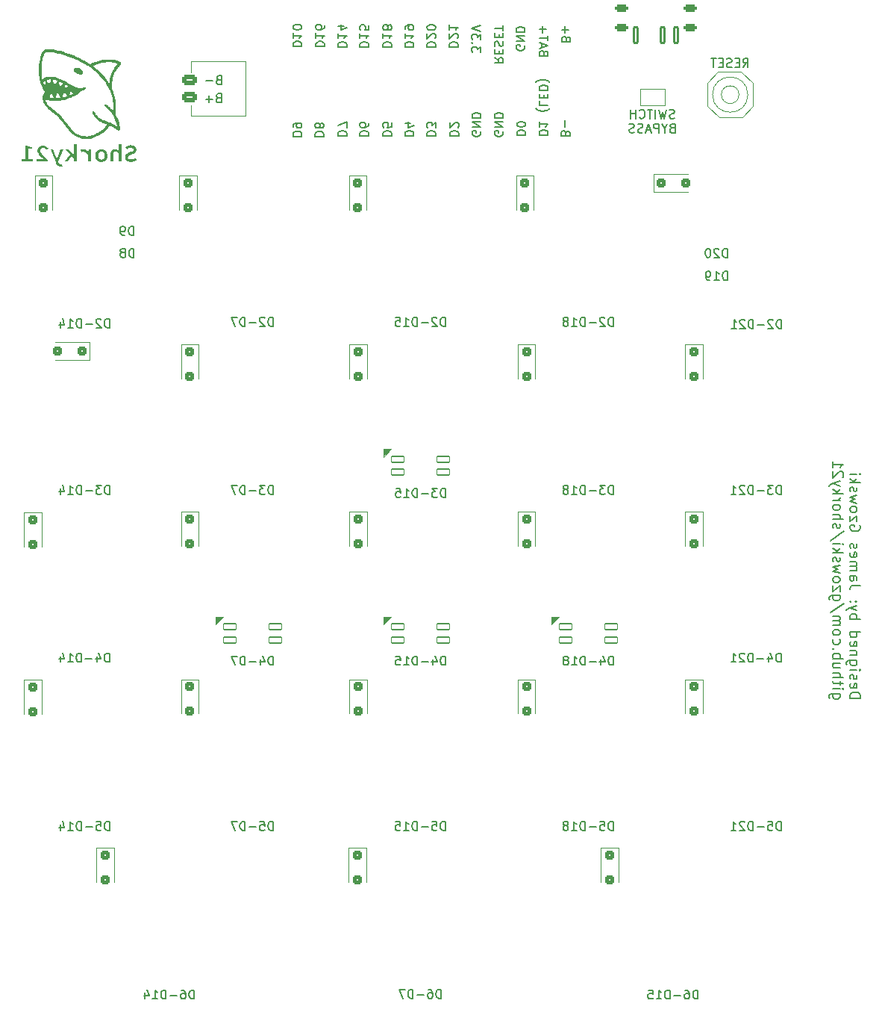
<source format=gbr>
%TF.GenerationSoftware,KiCad,Pcbnew,9.0.2*%
%TF.CreationDate,2025-05-27T10:03:14+01:00*%
%TF.ProjectId,PCB,5043422e-6b69-4636-9164-5f7063625858,1.0*%
%TF.SameCoordinates,Original*%
%TF.FileFunction,Legend,Bot*%
%TF.FilePolarity,Positive*%
%FSLAX46Y46*%
G04 Gerber Fmt 4.6, Leading zero omitted, Abs format (unit mm)*
G04 Created by KiCad (PCBNEW 9.0.2) date 2025-05-27 10:03:14*
%MOMM*%
%LPD*%
G01*
G04 APERTURE LIST*
G04 Aperture macros list*
%AMRoundRect*
0 Rectangle with rounded corners*
0 $1 Rounding radius*
0 $2 $3 $4 $5 $6 $7 $8 $9 X,Y pos of 4 corners*
0 Add a 4 corners polygon primitive as box body*
4,1,4,$2,$3,$4,$5,$6,$7,$8,$9,$2,$3,0*
0 Add four circle primitives for the rounded corners*
1,1,$1+$1,$2,$3*
1,1,$1+$1,$4,$5*
1,1,$1+$1,$6,$7*
1,1,$1+$1,$8,$9*
0 Add four rect primitives between the rounded corners*
20,1,$1+$1,$2,$3,$4,$5,0*
20,1,$1+$1,$4,$5,$6,$7,0*
20,1,$1+$1,$6,$7,$8,$9,0*
20,1,$1+$1,$8,$9,$2,$3,0*%
%AMFreePoly0*
4,1,6,0.500000,-0.750000,-0.650000,-0.750000,-0.150000,0.000000,-0.650000,0.750000,0.500000,0.750000,0.500000,-0.750000,0.500000,-0.750000,$1*%
%AMFreePoly1*
4,1,6,1.000000,0.000000,0.500000,-0.750000,-0.500000,-0.750000,-0.500000,0.750000,0.500000,0.750000,1.000000,0.000000,1.000000,0.000000,$1*%
G04 Aperture macros list end*
%ADD10C,0.100000*%
%ADD11C,0.150000*%
%ADD12C,0.200000*%
%ADD13C,0.120000*%
%ADD14C,0.000000*%
%ADD15C,1.700000*%
%ADD16C,4.000000*%
%ADD17C,2.200000*%
%ADD18C,4.900000*%
%ADD19C,3.050000*%
%ADD20RoundRect,0.082000X0.718000X-0.328000X0.718000X0.328000X-0.718000X0.328000X-0.718000X-0.328000X0*%
%ADD21C,2.250000*%
%ADD22O,2.250000X2.250000*%
%ADD23R,2.000000X2.000000*%
%ADD24C,2.000000*%
%ADD25R,3.200000X2.000000*%
%ADD26C,1.800000*%
%ADD27RoundRect,0.250000X-0.300000X0.300000X-0.300000X-0.300000X0.300000X-0.300000X0.300000X0.300000X0*%
%ADD28R,1.000000X0.700000*%
%ADD29RoundRect,0.250000X-0.300000X-0.300000X0.300000X-0.300000X0.300000X0.300000X-0.300000X0.300000X0*%
%ADD30RoundRect,0.250000X0.300000X0.300000X-0.300000X0.300000X-0.300000X-0.300000X0.300000X-0.300000X0*%
%ADD31RoundRect,0.250000X-0.500000X-0.150000X0.500000X-0.150000X0.500000X0.150000X-0.500000X0.150000X0*%
%ADD32C,0.900000*%
%ADD33RoundRect,0.125000X-0.225000X-0.875000X0.225000X-0.875000X0.225000X0.875000X-0.225000X0.875000X0*%
%ADD34FreePoly0,180.000000*%
%ADD35RoundRect,0.250000X-0.625000X0.350000X-0.625000X-0.350000X0.625000X-0.350000X0.625000X0.350000X0*%
%ADD36FreePoly1,180.000000*%
G04 APERTURE END LIST*
D10*
X98880001Y-30280001D02*
X101660001Y-30280001D01*
X101660001Y-32120001D01*
X98880001Y-32120001D01*
X98880001Y-30280001D01*
D11*
X87427176Y-35518977D02*
X88427176Y-35518977D01*
X88427176Y-35518977D02*
X88427176Y-35280882D01*
X88427176Y-35280882D02*
X88379557Y-35138025D01*
X88379557Y-35138025D02*
X88284319Y-35042787D01*
X88284319Y-35042787D02*
X88189081Y-34995168D01*
X88189081Y-34995168D02*
X87998605Y-34947549D01*
X87998605Y-34947549D02*
X87855748Y-34947549D01*
X87855748Y-34947549D02*
X87665272Y-34995168D01*
X87665272Y-34995168D02*
X87570034Y-35042787D01*
X87570034Y-35042787D02*
X87474796Y-35138025D01*
X87474796Y-35138025D02*
X87427176Y-35280882D01*
X87427176Y-35280882D02*
X87427176Y-35518977D01*
X87427176Y-33995168D02*
X87427176Y-34566596D01*
X87427176Y-34280882D02*
X88427176Y-34280882D01*
X88427176Y-34280882D02*
X88284319Y-34376120D01*
X88284319Y-34376120D02*
X88189081Y-34471358D01*
X88189081Y-34471358D02*
X88141462Y-34566596D01*
X87046224Y-32518977D02*
X87093843Y-32566596D01*
X87093843Y-32566596D02*
X87236700Y-32661834D01*
X87236700Y-32661834D02*
X87331938Y-32709453D01*
X87331938Y-32709453D02*
X87474796Y-32757072D01*
X87474796Y-32757072D02*
X87712891Y-32804691D01*
X87712891Y-32804691D02*
X87903367Y-32804691D01*
X87903367Y-32804691D02*
X88141462Y-32757072D01*
X88141462Y-32757072D02*
X88284319Y-32709453D01*
X88284319Y-32709453D02*
X88379557Y-32661834D01*
X88379557Y-32661834D02*
X88522415Y-32566596D01*
X88522415Y-32566596D02*
X88570034Y-32518977D01*
X87427176Y-31661834D02*
X87427176Y-32138024D01*
X87427176Y-32138024D02*
X88427176Y-32138024D01*
X87950986Y-31328500D02*
X87950986Y-30995167D01*
X87427176Y-30852310D02*
X87427176Y-31328500D01*
X87427176Y-31328500D02*
X88427176Y-31328500D01*
X88427176Y-31328500D02*
X88427176Y-30852310D01*
X87427176Y-30423738D02*
X88427176Y-30423738D01*
X88427176Y-30423738D02*
X88427176Y-30185643D01*
X88427176Y-30185643D02*
X88379557Y-30042786D01*
X88379557Y-30042786D02*
X88284319Y-29947548D01*
X88284319Y-29947548D02*
X88189081Y-29899929D01*
X88189081Y-29899929D02*
X87998605Y-29852310D01*
X87998605Y-29852310D02*
X87855748Y-29852310D01*
X87855748Y-29852310D02*
X87665272Y-29899929D01*
X87665272Y-29899929D02*
X87570034Y-29947548D01*
X87570034Y-29947548D02*
X87474796Y-30042786D01*
X87474796Y-30042786D02*
X87427176Y-30185643D01*
X87427176Y-30185643D02*
X87427176Y-30423738D01*
X87046224Y-29518976D02*
X87093843Y-29471357D01*
X87093843Y-29471357D02*
X87236700Y-29376119D01*
X87236700Y-29376119D02*
X87331938Y-29328500D01*
X87331938Y-29328500D02*
X87474796Y-29280881D01*
X87474796Y-29280881D02*
X87712891Y-29233262D01*
X87712891Y-29233262D02*
X87903367Y-29233262D01*
X87903367Y-29233262D02*
X88141462Y-29280881D01*
X88141462Y-29280881D02*
X88284319Y-29328500D01*
X88284319Y-29328500D02*
X88379557Y-29376119D01*
X88379557Y-29376119D02*
X88522415Y-29471357D01*
X88522415Y-29471357D02*
X88570034Y-29518976D01*
X41390216Y-46857302D02*
X41390216Y-45857302D01*
X41390216Y-45857302D02*
X41152121Y-45857302D01*
X41152121Y-45857302D02*
X41009264Y-45904921D01*
X41009264Y-45904921D02*
X40914026Y-46000159D01*
X40914026Y-46000159D02*
X40866407Y-46095397D01*
X40866407Y-46095397D02*
X40818788Y-46285873D01*
X40818788Y-46285873D02*
X40818788Y-46428730D01*
X40818788Y-46428730D02*
X40866407Y-46619206D01*
X40866407Y-46619206D02*
X40914026Y-46714444D01*
X40914026Y-46714444D02*
X41009264Y-46809683D01*
X41009264Y-46809683D02*
X41152121Y-46857302D01*
X41152121Y-46857302D02*
X41390216Y-46857302D01*
X40342597Y-46857302D02*
X40152121Y-46857302D01*
X40152121Y-46857302D02*
X40056883Y-46809683D01*
X40056883Y-46809683D02*
X40009264Y-46762063D01*
X40009264Y-46762063D02*
X39914026Y-46619206D01*
X39914026Y-46619206D02*
X39866407Y-46428730D01*
X39866407Y-46428730D02*
X39866407Y-46047778D01*
X39866407Y-46047778D02*
X39914026Y-45952540D01*
X39914026Y-45952540D02*
X39961645Y-45904921D01*
X39961645Y-45904921D02*
X40056883Y-45857302D01*
X40056883Y-45857302D02*
X40247359Y-45857302D01*
X40247359Y-45857302D02*
X40342597Y-45904921D01*
X40342597Y-45904921D02*
X40390216Y-45952540D01*
X40390216Y-45952540D02*
X40437835Y-46047778D01*
X40437835Y-46047778D02*
X40437835Y-46285873D01*
X40437835Y-46285873D02*
X40390216Y-46381111D01*
X40390216Y-46381111D02*
X40342597Y-46428730D01*
X40342597Y-46428730D02*
X40247359Y-46476349D01*
X40247359Y-46476349D02*
X40056883Y-46476349D01*
X40056883Y-46476349D02*
X39961645Y-46428730D01*
X39961645Y-46428730D02*
X39914026Y-46381111D01*
X39914026Y-46381111D02*
X39866407Y-46285873D01*
X87950986Y-26194370D02*
X87903367Y-26051513D01*
X87903367Y-26051513D02*
X87855748Y-26003894D01*
X87855748Y-26003894D02*
X87760510Y-25956275D01*
X87760510Y-25956275D02*
X87617653Y-25956275D01*
X87617653Y-25956275D02*
X87522415Y-26003894D01*
X87522415Y-26003894D02*
X87474796Y-26051513D01*
X87474796Y-26051513D02*
X87427176Y-26146751D01*
X87427176Y-26146751D02*
X87427176Y-26527703D01*
X87427176Y-26527703D02*
X88427176Y-26527703D01*
X88427176Y-26527703D02*
X88427176Y-26194370D01*
X88427176Y-26194370D02*
X88379557Y-26099132D01*
X88379557Y-26099132D02*
X88331938Y-26051513D01*
X88331938Y-26051513D02*
X88236700Y-26003894D01*
X88236700Y-26003894D02*
X88141462Y-26003894D01*
X88141462Y-26003894D02*
X88046224Y-26051513D01*
X88046224Y-26051513D02*
X87998605Y-26099132D01*
X87998605Y-26099132D02*
X87950986Y-26194370D01*
X87950986Y-26194370D02*
X87950986Y-26527703D01*
X87712891Y-25575322D02*
X87712891Y-25099132D01*
X87427176Y-25670560D02*
X88427176Y-25337227D01*
X88427176Y-25337227D02*
X87427176Y-25003894D01*
X88427176Y-24813417D02*
X88427176Y-24241989D01*
X87427176Y-24527703D02*
X88427176Y-24527703D01*
X87808129Y-23908655D02*
X87808129Y-23146751D01*
X87427176Y-23527703D02*
X88189081Y-23527703D01*
X41440216Y-49382302D02*
X41440216Y-48382302D01*
X41440216Y-48382302D02*
X41202121Y-48382302D01*
X41202121Y-48382302D02*
X41059264Y-48429921D01*
X41059264Y-48429921D02*
X40964026Y-48525159D01*
X40964026Y-48525159D02*
X40916407Y-48620397D01*
X40916407Y-48620397D02*
X40868788Y-48810873D01*
X40868788Y-48810873D02*
X40868788Y-48953730D01*
X40868788Y-48953730D02*
X40916407Y-49144206D01*
X40916407Y-49144206D02*
X40964026Y-49239444D01*
X40964026Y-49239444D02*
X41059264Y-49334683D01*
X41059264Y-49334683D02*
X41202121Y-49382302D01*
X41202121Y-49382302D02*
X41440216Y-49382302D01*
X40297359Y-48810873D02*
X40392597Y-48763254D01*
X40392597Y-48763254D02*
X40440216Y-48715635D01*
X40440216Y-48715635D02*
X40487835Y-48620397D01*
X40487835Y-48620397D02*
X40487835Y-48572778D01*
X40487835Y-48572778D02*
X40440216Y-48477540D01*
X40440216Y-48477540D02*
X40392597Y-48429921D01*
X40392597Y-48429921D02*
X40297359Y-48382302D01*
X40297359Y-48382302D02*
X40106883Y-48382302D01*
X40106883Y-48382302D02*
X40011645Y-48429921D01*
X40011645Y-48429921D02*
X39964026Y-48477540D01*
X39964026Y-48477540D02*
X39916407Y-48572778D01*
X39916407Y-48572778D02*
X39916407Y-48620397D01*
X39916407Y-48620397D02*
X39964026Y-48715635D01*
X39964026Y-48715635D02*
X40011645Y-48763254D01*
X40011645Y-48763254D02*
X40106883Y-48810873D01*
X40106883Y-48810873D02*
X40297359Y-48810873D01*
X40297359Y-48810873D02*
X40392597Y-48858492D01*
X40392597Y-48858492D02*
X40440216Y-48906111D01*
X40440216Y-48906111D02*
X40487835Y-49001349D01*
X40487835Y-49001349D02*
X40487835Y-49191825D01*
X40487835Y-49191825D02*
X40440216Y-49287063D01*
X40440216Y-49287063D02*
X40392597Y-49334683D01*
X40392597Y-49334683D02*
X40297359Y-49382302D01*
X40297359Y-49382302D02*
X40106883Y-49382302D01*
X40106883Y-49382302D02*
X40011645Y-49334683D01*
X40011645Y-49334683D02*
X39964026Y-49287063D01*
X39964026Y-49287063D02*
X39916407Y-49191825D01*
X39916407Y-49191825D02*
X39916407Y-49001349D01*
X39916407Y-49001349D02*
X39964026Y-48906111D01*
X39964026Y-48906111D02*
X40011645Y-48858492D01*
X40011645Y-48858492D02*
X40106883Y-48810873D01*
X84883676Y-35535452D02*
X85883676Y-35535452D01*
X85883676Y-35535452D02*
X85883676Y-35297357D01*
X85883676Y-35297357D02*
X85836057Y-35154500D01*
X85836057Y-35154500D02*
X85740819Y-35059262D01*
X85740819Y-35059262D02*
X85645581Y-35011643D01*
X85645581Y-35011643D02*
X85455105Y-34964024D01*
X85455105Y-34964024D02*
X85312248Y-34964024D01*
X85312248Y-34964024D02*
X85121772Y-35011643D01*
X85121772Y-35011643D02*
X85026534Y-35059262D01*
X85026534Y-35059262D02*
X84931296Y-35154500D01*
X84931296Y-35154500D02*
X84883676Y-35297357D01*
X84883676Y-35297357D02*
X84883676Y-35535452D01*
X85883676Y-34344976D02*
X85883676Y-34249738D01*
X85883676Y-34249738D02*
X85836057Y-34154500D01*
X85836057Y-34154500D02*
X85788438Y-34106881D01*
X85788438Y-34106881D02*
X85693200Y-34059262D01*
X85693200Y-34059262D02*
X85502724Y-34011643D01*
X85502724Y-34011643D02*
X85264629Y-34011643D01*
X85264629Y-34011643D02*
X85074153Y-34059262D01*
X85074153Y-34059262D02*
X84978915Y-34106881D01*
X84978915Y-34106881D02*
X84931296Y-34154500D01*
X84931296Y-34154500D02*
X84883676Y-34249738D01*
X84883676Y-34249738D02*
X84883676Y-34344976D01*
X84883676Y-34344976D02*
X84931296Y-34440214D01*
X84931296Y-34440214D02*
X84978915Y-34487833D01*
X84978915Y-34487833D02*
X85074153Y-34535452D01*
X85074153Y-34535452D02*
X85264629Y-34583071D01*
X85264629Y-34583071D02*
X85502724Y-34583071D01*
X85502724Y-34583071D02*
X85693200Y-34535452D01*
X85693200Y-34535452D02*
X85788438Y-34487833D01*
X85788438Y-34487833D02*
X85836057Y-34440214D01*
X85836057Y-34440214D02*
X85883676Y-34344976D01*
X61983676Y-35652452D02*
X62983676Y-35652452D01*
X62983676Y-35652452D02*
X62983676Y-35414357D01*
X62983676Y-35414357D02*
X62936057Y-35271500D01*
X62936057Y-35271500D02*
X62840819Y-35176262D01*
X62840819Y-35176262D02*
X62745581Y-35128643D01*
X62745581Y-35128643D02*
X62555105Y-35081024D01*
X62555105Y-35081024D02*
X62412248Y-35081024D01*
X62412248Y-35081024D02*
X62221772Y-35128643D01*
X62221772Y-35128643D02*
X62126534Y-35176262D01*
X62126534Y-35176262D02*
X62031296Y-35271500D01*
X62031296Y-35271500D02*
X61983676Y-35414357D01*
X61983676Y-35414357D02*
X61983676Y-35652452D01*
X62555105Y-34509595D02*
X62602724Y-34604833D01*
X62602724Y-34604833D02*
X62650343Y-34652452D01*
X62650343Y-34652452D02*
X62745581Y-34700071D01*
X62745581Y-34700071D02*
X62793200Y-34700071D01*
X62793200Y-34700071D02*
X62888438Y-34652452D01*
X62888438Y-34652452D02*
X62936057Y-34604833D01*
X62936057Y-34604833D02*
X62983676Y-34509595D01*
X62983676Y-34509595D02*
X62983676Y-34319119D01*
X62983676Y-34319119D02*
X62936057Y-34223881D01*
X62936057Y-34223881D02*
X62888438Y-34176262D01*
X62888438Y-34176262D02*
X62793200Y-34128643D01*
X62793200Y-34128643D02*
X62745581Y-34128643D01*
X62745581Y-34128643D02*
X62650343Y-34176262D01*
X62650343Y-34176262D02*
X62602724Y-34223881D01*
X62602724Y-34223881D02*
X62555105Y-34319119D01*
X62555105Y-34319119D02*
X62555105Y-34509595D01*
X62555105Y-34509595D02*
X62507486Y-34604833D01*
X62507486Y-34604833D02*
X62459867Y-34652452D01*
X62459867Y-34652452D02*
X62364629Y-34700071D01*
X62364629Y-34700071D02*
X62174153Y-34700071D01*
X62174153Y-34700071D02*
X62078915Y-34652452D01*
X62078915Y-34652452D02*
X62031296Y-34604833D01*
X62031296Y-34604833D02*
X61983676Y-34509595D01*
X61983676Y-34509595D02*
X61983676Y-34319119D01*
X61983676Y-34319119D02*
X62031296Y-34223881D01*
X62031296Y-34223881D02*
X62078915Y-34176262D01*
X62078915Y-34176262D02*
X62174153Y-34128643D01*
X62174153Y-34128643D02*
X62364629Y-34128643D01*
X62364629Y-34128643D02*
X62459867Y-34176262D01*
X62459867Y-34176262D02*
X62507486Y-34223881D01*
X62507486Y-34223881D02*
X62555105Y-34319119D01*
X90437486Y-35286101D02*
X90389867Y-35143244D01*
X90389867Y-35143244D02*
X90342248Y-35095625D01*
X90342248Y-35095625D02*
X90247010Y-35048006D01*
X90247010Y-35048006D02*
X90104153Y-35048006D01*
X90104153Y-35048006D02*
X90008915Y-35095625D01*
X90008915Y-35095625D02*
X89961296Y-35143244D01*
X89961296Y-35143244D02*
X89913676Y-35238482D01*
X89913676Y-35238482D02*
X89913676Y-35619434D01*
X89913676Y-35619434D02*
X90913676Y-35619434D01*
X90913676Y-35619434D02*
X90913676Y-35286101D01*
X90913676Y-35286101D02*
X90866057Y-35190863D01*
X90866057Y-35190863D02*
X90818438Y-35143244D01*
X90818438Y-35143244D02*
X90723200Y-35095625D01*
X90723200Y-35095625D02*
X90627962Y-35095625D01*
X90627962Y-35095625D02*
X90532724Y-35143244D01*
X90532724Y-35143244D02*
X90485105Y-35190863D01*
X90485105Y-35190863D02*
X90437486Y-35286101D01*
X90437486Y-35286101D02*
X90437486Y-35619434D01*
X90294629Y-34619434D02*
X90294629Y-33857530D01*
X90490986Y-24618101D02*
X90443367Y-24475244D01*
X90443367Y-24475244D02*
X90395748Y-24427625D01*
X90395748Y-24427625D02*
X90300510Y-24380006D01*
X90300510Y-24380006D02*
X90157653Y-24380006D01*
X90157653Y-24380006D02*
X90062415Y-24427625D01*
X90062415Y-24427625D02*
X90014796Y-24475244D01*
X90014796Y-24475244D02*
X89967176Y-24570482D01*
X89967176Y-24570482D02*
X89967176Y-24951434D01*
X89967176Y-24951434D02*
X90967176Y-24951434D01*
X90967176Y-24951434D02*
X90967176Y-24618101D01*
X90967176Y-24618101D02*
X90919557Y-24522863D01*
X90919557Y-24522863D02*
X90871938Y-24475244D01*
X90871938Y-24475244D02*
X90776700Y-24427625D01*
X90776700Y-24427625D02*
X90681462Y-24427625D01*
X90681462Y-24427625D02*
X90586224Y-24475244D01*
X90586224Y-24475244D02*
X90538605Y-24522863D01*
X90538605Y-24522863D02*
X90490986Y-24618101D01*
X90490986Y-24618101D02*
X90490986Y-24951434D01*
X90348129Y-23951434D02*
X90348129Y-23189530D01*
X89967176Y-23570482D02*
X90729081Y-23570482D01*
D12*
X122672686Y-99352190D02*
X123872686Y-99352190D01*
X123872686Y-99352190D02*
X123872686Y-99066476D01*
X123872686Y-99066476D02*
X123815543Y-98895047D01*
X123815543Y-98895047D02*
X123701257Y-98780762D01*
X123701257Y-98780762D02*
X123586971Y-98723619D01*
X123586971Y-98723619D02*
X123358400Y-98666476D01*
X123358400Y-98666476D02*
X123186971Y-98666476D01*
X123186971Y-98666476D02*
X122958400Y-98723619D01*
X122958400Y-98723619D02*
X122844114Y-98780762D01*
X122844114Y-98780762D02*
X122729829Y-98895047D01*
X122729829Y-98895047D02*
X122672686Y-99066476D01*
X122672686Y-99066476D02*
X122672686Y-99352190D01*
X122729829Y-97695047D02*
X122672686Y-97809333D01*
X122672686Y-97809333D02*
X122672686Y-98037905D01*
X122672686Y-98037905D02*
X122729829Y-98152190D01*
X122729829Y-98152190D02*
X122844114Y-98209333D01*
X122844114Y-98209333D02*
X123301257Y-98209333D01*
X123301257Y-98209333D02*
X123415543Y-98152190D01*
X123415543Y-98152190D02*
X123472686Y-98037905D01*
X123472686Y-98037905D02*
X123472686Y-97809333D01*
X123472686Y-97809333D02*
X123415543Y-97695047D01*
X123415543Y-97695047D02*
X123301257Y-97637905D01*
X123301257Y-97637905D02*
X123186971Y-97637905D01*
X123186971Y-97637905D02*
X123072686Y-98209333D01*
X122729829Y-97180762D02*
X122672686Y-97066476D01*
X122672686Y-97066476D02*
X122672686Y-96837905D01*
X122672686Y-96837905D02*
X122729829Y-96723619D01*
X122729829Y-96723619D02*
X122844114Y-96666476D01*
X122844114Y-96666476D02*
X122901257Y-96666476D01*
X122901257Y-96666476D02*
X123015543Y-96723619D01*
X123015543Y-96723619D02*
X123072686Y-96837905D01*
X123072686Y-96837905D02*
X123072686Y-97009334D01*
X123072686Y-97009334D02*
X123129829Y-97123619D01*
X123129829Y-97123619D02*
X123244114Y-97180762D01*
X123244114Y-97180762D02*
X123301257Y-97180762D01*
X123301257Y-97180762D02*
X123415543Y-97123619D01*
X123415543Y-97123619D02*
X123472686Y-97009334D01*
X123472686Y-97009334D02*
X123472686Y-96837905D01*
X123472686Y-96837905D02*
X123415543Y-96723619D01*
X122672686Y-96152190D02*
X123472686Y-96152190D01*
X123872686Y-96152190D02*
X123815543Y-96209333D01*
X123815543Y-96209333D02*
X123758400Y-96152190D01*
X123758400Y-96152190D02*
X123815543Y-96095047D01*
X123815543Y-96095047D02*
X123872686Y-96152190D01*
X123872686Y-96152190D02*
X123758400Y-96152190D01*
X123472686Y-95066476D02*
X122501257Y-95066476D01*
X122501257Y-95066476D02*
X122386971Y-95123618D01*
X122386971Y-95123618D02*
X122329829Y-95180761D01*
X122329829Y-95180761D02*
X122272686Y-95295047D01*
X122272686Y-95295047D02*
X122272686Y-95466476D01*
X122272686Y-95466476D02*
X122329829Y-95580761D01*
X122729829Y-95066476D02*
X122672686Y-95180761D01*
X122672686Y-95180761D02*
X122672686Y-95409333D01*
X122672686Y-95409333D02*
X122729829Y-95523618D01*
X122729829Y-95523618D02*
X122786971Y-95580761D01*
X122786971Y-95580761D02*
X122901257Y-95637904D01*
X122901257Y-95637904D02*
X123244114Y-95637904D01*
X123244114Y-95637904D02*
X123358400Y-95580761D01*
X123358400Y-95580761D02*
X123415543Y-95523618D01*
X123415543Y-95523618D02*
X123472686Y-95409333D01*
X123472686Y-95409333D02*
X123472686Y-95180761D01*
X123472686Y-95180761D02*
X123415543Y-95066476D01*
X123472686Y-94495047D02*
X122672686Y-94495047D01*
X123358400Y-94495047D02*
X123415543Y-94437904D01*
X123415543Y-94437904D02*
X123472686Y-94323619D01*
X123472686Y-94323619D02*
X123472686Y-94152190D01*
X123472686Y-94152190D02*
X123415543Y-94037904D01*
X123415543Y-94037904D02*
X123301257Y-93980762D01*
X123301257Y-93980762D02*
X122672686Y-93980762D01*
X122729829Y-92952190D02*
X122672686Y-93066476D01*
X122672686Y-93066476D02*
X122672686Y-93295048D01*
X122672686Y-93295048D02*
X122729829Y-93409333D01*
X122729829Y-93409333D02*
X122844114Y-93466476D01*
X122844114Y-93466476D02*
X123301257Y-93466476D01*
X123301257Y-93466476D02*
X123415543Y-93409333D01*
X123415543Y-93409333D02*
X123472686Y-93295048D01*
X123472686Y-93295048D02*
X123472686Y-93066476D01*
X123472686Y-93066476D02*
X123415543Y-92952190D01*
X123415543Y-92952190D02*
X123301257Y-92895048D01*
X123301257Y-92895048D02*
X123186971Y-92895048D01*
X123186971Y-92895048D02*
X123072686Y-93466476D01*
X122672686Y-91866477D02*
X123872686Y-91866477D01*
X122729829Y-91866477D02*
X122672686Y-91980762D01*
X122672686Y-91980762D02*
X122672686Y-92209334D01*
X122672686Y-92209334D02*
X122729829Y-92323619D01*
X122729829Y-92323619D02*
X122786971Y-92380762D01*
X122786971Y-92380762D02*
X122901257Y-92437905D01*
X122901257Y-92437905D02*
X123244114Y-92437905D01*
X123244114Y-92437905D02*
X123358400Y-92380762D01*
X123358400Y-92380762D02*
X123415543Y-92323619D01*
X123415543Y-92323619D02*
X123472686Y-92209334D01*
X123472686Y-92209334D02*
X123472686Y-91980762D01*
X123472686Y-91980762D02*
X123415543Y-91866477D01*
X122672686Y-90380762D02*
X123872686Y-90380762D01*
X123415543Y-90380762D02*
X123472686Y-90266477D01*
X123472686Y-90266477D02*
X123472686Y-90037905D01*
X123472686Y-90037905D02*
X123415543Y-89923619D01*
X123415543Y-89923619D02*
X123358400Y-89866477D01*
X123358400Y-89866477D02*
X123244114Y-89809334D01*
X123244114Y-89809334D02*
X122901257Y-89809334D01*
X122901257Y-89809334D02*
X122786971Y-89866477D01*
X122786971Y-89866477D02*
X122729829Y-89923619D01*
X122729829Y-89923619D02*
X122672686Y-90037905D01*
X122672686Y-90037905D02*
X122672686Y-90266477D01*
X122672686Y-90266477D02*
X122729829Y-90380762D01*
X123472686Y-89409334D02*
X122672686Y-89123620D01*
X123472686Y-88837905D02*
X122672686Y-89123620D01*
X122672686Y-89123620D02*
X122386971Y-89237905D01*
X122386971Y-89237905D02*
X122329829Y-89295048D01*
X122329829Y-89295048D02*
X122272686Y-89409334D01*
X122786971Y-88380762D02*
X122729829Y-88323619D01*
X122729829Y-88323619D02*
X122672686Y-88380762D01*
X122672686Y-88380762D02*
X122729829Y-88437905D01*
X122729829Y-88437905D02*
X122786971Y-88380762D01*
X122786971Y-88380762D02*
X122672686Y-88380762D01*
X123415543Y-88380762D02*
X123358400Y-88323619D01*
X123358400Y-88323619D02*
X123301257Y-88380762D01*
X123301257Y-88380762D02*
X123358400Y-88437905D01*
X123358400Y-88437905D02*
X123415543Y-88380762D01*
X123415543Y-88380762D02*
X123301257Y-88380762D01*
X123872686Y-86552190D02*
X123015543Y-86552190D01*
X123015543Y-86552190D02*
X122844114Y-86609333D01*
X122844114Y-86609333D02*
X122729829Y-86723619D01*
X122729829Y-86723619D02*
X122672686Y-86895047D01*
X122672686Y-86895047D02*
X122672686Y-87009333D01*
X122672686Y-85466476D02*
X123301257Y-85466476D01*
X123301257Y-85466476D02*
X123415543Y-85523618D01*
X123415543Y-85523618D02*
X123472686Y-85637904D01*
X123472686Y-85637904D02*
X123472686Y-85866476D01*
X123472686Y-85866476D02*
X123415543Y-85980761D01*
X122729829Y-85466476D02*
X122672686Y-85580761D01*
X122672686Y-85580761D02*
X122672686Y-85866476D01*
X122672686Y-85866476D02*
X122729829Y-85980761D01*
X122729829Y-85980761D02*
X122844114Y-86037904D01*
X122844114Y-86037904D02*
X122958400Y-86037904D01*
X122958400Y-86037904D02*
X123072686Y-85980761D01*
X123072686Y-85980761D02*
X123129829Y-85866476D01*
X123129829Y-85866476D02*
X123129829Y-85580761D01*
X123129829Y-85580761D02*
X123186971Y-85466476D01*
X122672686Y-84895047D02*
X123472686Y-84895047D01*
X123358400Y-84895047D02*
X123415543Y-84837904D01*
X123415543Y-84837904D02*
X123472686Y-84723619D01*
X123472686Y-84723619D02*
X123472686Y-84552190D01*
X123472686Y-84552190D02*
X123415543Y-84437904D01*
X123415543Y-84437904D02*
X123301257Y-84380762D01*
X123301257Y-84380762D02*
X122672686Y-84380762D01*
X123301257Y-84380762D02*
X123415543Y-84323619D01*
X123415543Y-84323619D02*
X123472686Y-84209333D01*
X123472686Y-84209333D02*
X123472686Y-84037904D01*
X123472686Y-84037904D02*
X123415543Y-83923619D01*
X123415543Y-83923619D02*
X123301257Y-83866476D01*
X123301257Y-83866476D02*
X122672686Y-83866476D01*
X122729829Y-82837904D02*
X122672686Y-82952190D01*
X122672686Y-82952190D02*
X122672686Y-83180762D01*
X122672686Y-83180762D02*
X122729829Y-83295047D01*
X122729829Y-83295047D02*
X122844114Y-83352190D01*
X122844114Y-83352190D02*
X123301257Y-83352190D01*
X123301257Y-83352190D02*
X123415543Y-83295047D01*
X123415543Y-83295047D02*
X123472686Y-83180762D01*
X123472686Y-83180762D02*
X123472686Y-82952190D01*
X123472686Y-82952190D02*
X123415543Y-82837904D01*
X123415543Y-82837904D02*
X123301257Y-82780762D01*
X123301257Y-82780762D02*
X123186971Y-82780762D01*
X123186971Y-82780762D02*
X123072686Y-83352190D01*
X122729829Y-82323619D02*
X122672686Y-82209333D01*
X122672686Y-82209333D02*
X122672686Y-81980762D01*
X122672686Y-81980762D02*
X122729829Y-81866476D01*
X122729829Y-81866476D02*
X122844114Y-81809333D01*
X122844114Y-81809333D02*
X122901257Y-81809333D01*
X122901257Y-81809333D02*
X123015543Y-81866476D01*
X123015543Y-81866476D02*
X123072686Y-81980762D01*
X123072686Y-81980762D02*
X123072686Y-82152191D01*
X123072686Y-82152191D02*
X123129829Y-82266476D01*
X123129829Y-82266476D02*
X123244114Y-82323619D01*
X123244114Y-82323619D02*
X123301257Y-82323619D01*
X123301257Y-82323619D02*
X123415543Y-82266476D01*
X123415543Y-82266476D02*
X123472686Y-82152191D01*
X123472686Y-82152191D02*
X123472686Y-81980762D01*
X123472686Y-81980762D02*
X123415543Y-81866476D01*
X123815543Y-79752190D02*
X123872686Y-79866476D01*
X123872686Y-79866476D02*
X123872686Y-80037904D01*
X123872686Y-80037904D02*
X123815543Y-80209333D01*
X123815543Y-80209333D02*
X123701257Y-80323618D01*
X123701257Y-80323618D02*
X123586971Y-80380761D01*
X123586971Y-80380761D02*
X123358400Y-80437904D01*
X123358400Y-80437904D02*
X123186971Y-80437904D01*
X123186971Y-80437904D02*
X122958400Y-80380761D01*
X122958400Y-80380761D02*
X122844114Y-80323618D01*
X122844114Y-80323618D02*
X122729829Y-80209333D01*
X122729829Y-80209333D02*
X122672686Y-80037904D01*
X122672686Y-80037904D02*
X122672686Y-79923618D01*
X122672686Y-79923618D02*
X122729829Y-79752190D01*
X122729829Y-79752190D02*
X122786971Y-79695047D01*
X122786971Y-79695047D02*
X123186971Y-79695047D01*
X123186971Y-79695047D02*
X123186971Y-79923618D01*
X123472686Y-79295047D02*
X123472686Y-78666476D01*
X123472686Y-78666476D02*
X122672686Y-79295047D01*
X122672686Y-79295047D02*
X122672686Y-78666476D01*
X122672686Y-78037904D02*
X122729829Y-78152189D01*
X122729829Y-78152189D02*
X122786971Y-78209332D01*
X122786971Y-78209332D02*
X122901257Y-78266475D01*
X122901257Y-78266475D02*
X123244114Y-78266475D01*
X123244114Y-78266475D02*
X123358400Y-78209332D01*
X123358400Y-78209332D02*
X123415543Y-78152189D01*
X123415543Y-78152189D02*
X123472686Y-78037904D01*
X123472686Y-78037904D02*
X123472686Y-77866475D01*
X123472686Y-77866475D02*
X123415543Y-77752189D01*
X123415543Y-77752189D02*
X123358400Y-77695047D01*
X123358400Y-77695047D02*
X123244114Y-77637904D01*
X123244114Y-77637904D02*
X122901257Y-77637904D01*
X122901257Y-77637904D02*
X122786971Y-77695047D01*
X122786971Y-77695047D02*
X122729829Y-77752189D01*
X122729829Y-77752189D02*
X122672686Y-77866475D01*
X122672686Y-77866475D02*
X122672686Y-78037904D01*
X123472686Y-77237904D02*
X122672686Y-77009333D01*
X122672686Y-77009333D02*
X123244114Y-76780761D01*
X123244114Y-76780761D02*
X122672686Y-76552190D01*
X122672686Y-76552190D02*
X123472686Y-76323618D01*
X122729829Y-75923618D02*
X122672686Y-75809332D01*
X122672686Y-75809332D02*
X122672686Y-75580761D01*
X122672686Y-75580761D02*
X122729829Y-75466475D01*
X122729829Y-75466475D02*
X122844114Y-75409332D01*
X122844114Y-75409332D02*
X122901257Y-75409332D01*
X122901257Y-75409332D02*
X123015543Y-75466475D01*
X123015543Y-75466475D02*
X123072686Y-75580761D01*
X123072686Y-75580761D02*
X123072686Y-75752190D01*
X123072686Y-75752190D02*
X123129829Y-75866475D01*
X123129829Y-75866475D02*
X123244114Y-75923618D01*
X123244114Y-75923618D02*
X123301257Y-75923618D01*
X123301257Y-75923618D02*
X123415543Y-75866475D01*
X123415543Y-75866475D02*
X123472686Y-75752190D01*
X123472686Y-75752190D02*
X123472686Y-75580761D01*
X123472686Y-75580761D02*
X123415543Y-75466475D01*
X122672686Y-74895046D02*
X123872686Y-74895046D01*
X123129829Y-74780761D02*
X122672686Y-74437903D01*
X123472686Y-74437903D02*
X123015543Y-74895046D01*
X122672686Y-73923617D02*
X123472686Y-73923617D01*
X123872686Y-73923617D02*
X123815543Y-73980760D01*
X123815543Y-73980760D02*
X123758400Y-73923617D01*
X123758400Y-73923617D02*
X123815543Y-73866474D01*
X123815543Y-73866474D02*
X123872686Y-73923617D01*
X123872686Y-73923617D02*
X123758400Y-73923617D01*
X121540753Y-98837905D02*
X120569324Y-98837905D01*
X120569324Y-98837905D02*
X120455038Y-98895047D01*
X120455038Y-98895047D02*
X120397896Y-98952190D01*
X120397896Y-98952190D02*
X120340753Y-99066476D01*
X120340753Y-99066476D02*
X120340753Y-99237905D01*
X120340753Y-99237905D02*
X120397896Y-99352190D01*
X120797896Y-98837905D02*
X120740753Y-98952190D01*
X120740753Y-98952190D02*
X120740753Y-99180762D01*
X120740753Y-99180762D02*
X120797896Y-99295047D01*
X120797896Y-99295047D02*
X120855038Y-99352190D01*
X120855038Y-99352190D02*
X120969324Y-99409333D01*
X120969324Y-99409333D02*
X121312181Y-99409333D01*
X121312181Y-99409333D02*
X121426467Y-99352190D01*
X121426467Y-99352190D02*
X121483610Y-99295047D01*
X121483610Y-99295047D02*
X121540753Y-99180762D01*
X121540753Y-99180762D02*
X121540753Y-98952190D01*
X121540753Y-98952190D02*
X121483610Y-98837905D01*
X120740753Y-98266476D02*
X121540753Y-98266476D01*
X121940753Y-98266476D02*
X121883610Y-98323619D01*
X121883610Y-98323619D02*
X121826467Y-98266476D01*
X121826467Y-98266476D02*
X121883610Y-98209333D01*
X121883610Y-98209333D02*
X121940753Y-98266476D01*
X121940753Y-98266476D02*
X121826467Y-98266476D01*
X121540753Y-97866476D02*
X121540753Y-97409333D01*
X121940753Y-97695047D02*
X120912181Y-97695047D01*
X120912181Y-97695047D02*
X120797896Y-97637904D01*
X120797896Y-97637904D02*
X120740753Y-97523619D01*
X120740753Y-97523619D02*
X120740753Y-97409333D01*
X120740753Y-97009333D02*
X121940753Y-97009333D01*
X120740753Y-96495048D02*
X121369324Y-96495048D01*
X121369324Y-96495048D02*
X121483610Y-96552190D01*
X121483610Y-96552190D02*
X121540753Y-96666476D01*
X121540753Y-96666476D02*
X121540753Y-96837905D01*
X121540753Y-96837905D02*
X121483610Y-96952190D01*
X121483610Y-96952190D02*
X121426467Y-97009333D01*
X121540753Y-95409334D02*
X120740753Y-95409334D01*
X121540753Y-95923619D02*
X120912181Y-95923619D01*
X120912181Y-95923619D02*
X120797896Y-95866476D01*
X120797896Y-95866476D02*
X120740753Y-95752191D01*
X120740753Y-95752191D02*
X120740753Y-95580762D01*
X120740753Y-95580762D02*
X120797896Y-95466476D01*
X120797896Y-95466476D02*
X120855038Y-95409334D01*
X120740753Y-94837905D02*
X121940753Y-94837905D01*
X121483610Y-94837905D02*
X121540753Y-94723620D01*
X121540753Y-94723620D02*
X121540753Y-94495048D01*
X121540753Y-94495048D02*
X121483610Y-94380762D01*
X121483610Y-94380762D02*
X121426467Y-94323620D01*
X121426467Y-94323620D02*
X121312181Y-94266477D01*
X121312181Y-94266477D02*
X120969324Y-94266477D01*
X120969324Y-94266477D02*
X120855038Y-94323620D01*
X120855038Y-94323620D02*
X120797896Y-94380762D01*
X120797896Y-94380762D02*
X120740753Y-94495048D01*
X120740753Y-94495048D02*
X120740753Y-94723620D01*
X120740753Y-94723620D02*
X120797896Y-94837905D01*
X120855038Y-93752191D02*
X120797896Y-93695048D01*
X120797896Y-93695048D02*
X120740753Y-93752191D01*
X120740753Y-93752191D02*
X120797896Y-93809334D01*
X120797896Y-93809334D02*
X120855038Y-93752191D01*
X120855038Y-93752191D02*
X120740753Y-93752191D01*
X120797896Y-92666477D02*
X120740753Y-92780762D01*
X120740753Y-92780762D02*
X120740753Y-93009334D01*
X120740753Y-93009334D02*
X120797896Y-93123619D01*
X120797896Y-93123619D02*
X120855038Y-93180762D01*
X120855038Y-93180762D02*
X120969324Y-93237905D01*
X120969324Y-93237905D02*
X121312181Y-93237905D01*
X121312181Y-93237905D02*
X121426467Y-93180762D01*
X121426467Y-93180762D02*
X121483610Y-93123619D01*
X121483610Y-93123619D02*
X121540753Y-93009334D01*
X121540753Y-93009334D02*
X121540753Y-92780762D01*
X121540753Y-92780762D02*
X121483610Y-92666477D01*
X120740753Y-91980763D02*
X120797896Y-92095048D01*
X120797896Y-92095048D02*
X120855038Y-92152191D01*
X120855038Y-92152191D02*
X120969324Y-92209334D01*
X120969324Y-92209334D02*
X121312181Y-92209334D01*
X121312181Y-92209334D02*
X121426467Y-92152191D01*
X121426467Y-92152191D02*
X121483610Y-92095048D01*
X121483610Y-92095048D02*
X121540753Y-91980763D01*
X121540753Y-91980763D02*
X121540753Y-91809334D01*
X121540753Y-91809334D02*
X121483610Y-91695048D01*
X121483610Y-91695048D02*
X121426467Y-91637906D01*
X121426467Y-91637906D02*
X121312181Y-91580763D01*
X121312181Y-91580763D02*
X120969324Y-91580763D01*
X120969324Y-91580763D02*
X120855038Y-91637906D01*
X120855038Y-91637906D02*
X120797896Y-91695048D01*
X120797896Y-91695048D02*
X120740753Y-91809334D01*
X120740753Y-91809334D02*
X120740753Y-91980763D01*
X120740753Y-91066477D02*
X121540753Y-91066477D01*
X121426467Y-91066477D02*
X121483610Y-91009334D01*
X121483610Y-91009334D02*
X121540753Y-90895049D01*
X121540753Y-90895049D02*
X121540753Y-90723620D01*
X121540753Y-90723620D02*
X121483610Y-90609334D01*
X121483610Y-90609334D02*
X121369324Y-90552192D01*
X121369324Y-90552192D02*
X120740753Y-90552192D01*
X121369324Y-90552192D02*
X121483610Y-90495049D01*
X121483610Y-90495049D02*
X121540753Y-90380763D01*
X121540753Y-90380763D02*
X121540753Y-90209334D01*
X121540753Y-90209334D02*
X121483610Y-90095049D01*
X121483610Y-90095049D02*
X121369324Y-90037906D01*
X121369324Y-90037906D02*
X120740753Y-90037906D01*
X121997896Y-88609334D02*
X120455038Y-89637906D01*
X121540753Y-87695049D02*
X120569324Y-87695049D01*
X120569324Y-87695049D02*
X120455038Y-87752191D01*
X120455038Y-87752191D02*
X120397896Y-87809334D01*
X120397896Y-87809334D02*
X120340753Y-87923620D01*
X120340753Y-87923620D02*
X120340753Y-88095049D01*
X120340753Y-88095049D02*
X120397896Y-88209334D01*
X120797896Y-87695049D02*
X120740753Y-87809334D01*
X120740753Y-87809334D02*
X120740753Y-88037906D01*
X120740753Y-88037906D02*
X120797896Y-88152191D01*
X120797896Y-88152191D02*
X120855038Y-88209334D01*
X120855038Y-88209334D02*
X120969324Y-88266477D01*
X120969324Y-88266477D02*
X121312181Y-88266477D01*
X121312181Y-88266477D02*
X121426467Y-88209334D01*
X121426467Y-88209334D02*
X121483610Y-88152191D01*
X121483610Y-88152191D02*
X121540753Y-88037906D01*
X121540753Y-88037906D02*
X121540753Y-87809334D01*
X121540753Y-87809334D02*
X121483610Y-87695049D01*
X121540753Y-87237906D02*
X121540753Y-86609335D01*
X121540753Y-86609335D02*
X120740753Y-87237906D01*
X120740753Y-87237906D02*
X120740753Y-86609335D01*
X120740753Y-85980763D02*
X120797896Y-86095048D01*
X120797896Y-86095048D02*
X120855038Y-86152191D01*
X120855038Y-86152191D02*
X120969324Y-86209334D01*
X120969324Y-86209334D02*
X121312181Y-86209334D01*
X121312181Y-86209334D02*
X121426467Y-86152191D01*
X121426467Y-86152191D02*
X121483610Y-86095048D01*
X121483610Y-86095048D02*
X121540753Y-85980763D01*
X121540753Y-85980763D02*
X121540753Y-85809334D01*
X121540753Y-85809334D02*
X121483610Y-85695048D01*
X121483610Y-85695048D02*
X121426467Y-85637906D01*
X121426467Y-85637906D02*
X121312181Y-85580763D01*
X121312181Y-85580763D02*
X120969324Y-85580763D01*
X120969324Y-85580763D02*
X120855038Y-85637906D01*
X120855038Y-85637906D02*
X120797896Y-85695048D01*
X120797896Y-85695048D02*
X120740753Y-85809334D01*
X120740753Y-85809334D02*
X120740753Y-85980763D01*
X121540753Y-85180763D02*
X120740753Y-84952192D01*
X120740753Y-84952192D02*
X121312181Y-84723620D01*
X121312181Y-84723620D02*
X120740753Y-84495049D01*
X120740753Y-84495049D02*
X121540753Y-84266477D01*
X120797896Y-83866477D02*
X120740753Y-83752191D01*
X120740753Y-83752191D02*
X120740753Y-83523620D01*
X120740753Y-83523620D02*
X120797896Y-83409334D01*
X120797896Y-83409334D02*
X120912181Y-83352191D01*
X120912181Y-83352191D02*
X120969324Y-83352191D01*
X120969324Y-83352191D02*
X121083610Y-83409334D01*
X121083610Y-83409334D02*
X121140753Y-83523620D01*
X121140753Y-83523620D02*
X121140753Y-83695049D01*
X121140753Y-83695049D02*
X121197896Y-83809334D01*
X121197896Y-83809334D02*
X121312181Y-83866477D01*
X121312181Y-83866477D02*
X121369324Y-83866477D01*
X121369324Y-83866477D02*
X121483610Y-83809334D01*
X121483610Y-83809334D02*
X121540753Y-83695049D01*
X121540753Y-83695049D02*
X121540753Y-83523620D01*
X121540753Y-83523620D02*
X121483610Y-83409334D01*
X120740753Y-82837905D02*
X121940753Y-82837905D01*
X121197896Y-82723620D02*
X120740753Y-82380762D01*
X121540753Y-82380762D02*
X121083610Y-82837905D01*
X120740753Y-81866476D02*
X121540753Y-81866476D01*
X121940753Y-81866476D02*
X121883610Y-81923619D01*
X121883610Y-81923619D02*
X121826467Y-81866476D01*
X121826467Y-81866476D02*
X121883610Y-81809333D01*
X121883610Y-81809333D02*
X121940753Y-81866476D01*
X121940753Y-81866476D02*
X121826467Y-81866476D01*
X121997896Y-80437904D02*
X120455038Y-81466476D01*
X120797896Y-80095047D02*
X120740753Y-79980761D01*
X120740753Y-79980761D02*
X120740753Y-79752190D01*
X120740753Y-79752190D02*
X120797896Y-79637904D01*
X120797896Y-79637904D02*
X120912181Y-79580761D01*
X120912181Y-79580761D02*
X120969324Y-79580761D01*
X120969324Y-79580761D02*
X121083610Y-79637904D01*
X121083610Y-79637904D02*
X121140753Y-79752190D01*
X121140753Y-79752190D02*
X121140753Y-79923619D01*
X121140753Y-79923619D02*
X121197896Y-80037904D01*
X121197896Y-80037904D02*
X121312181Y-80095047D01*
X121312181Y-80095047D02*
X121369324Y-80095047D01*
X121369324Y-80095047D02*
X121483610Y-80037904D01*
X121483610Y-80037904D02*
X121540753Y-79923619D01*
X121540753Y-79923619D02*
X121540753Y-79752190D01*
X121540753Y-79752190D02*
X121483610Y-79637904D01*
X120740753Y-79066475D02*
X121940753Y-79066475D01*
X120740753Y-78552190D02*
X121369324Y-78552190D01*
X121369324Y-78552190D02*
X121483610Y-78609332D01*
X121483610Y-78609332D02*
X121540753Y-78723618D01*
X121540753Y-78723618D02*
X121540753Y-78895047D01*
X121540753Y-78895047D02*
X121483610Y-79009332D01*
X121483610Y-79009332D02*
X121426467Y-79066475D01*
X120740753Y-77809333D02*
X120797896Y-77923618D01*
X120797896Y-77923618D02*
X120855038Y-77980761D01*
X120855038Y-77980761D02*
X120969324Y-78037904D01*
X120969324Y-78037904D02*
X121312181Y-78037904D01*
X121312181Y-78037904D02*
X121426467Y-77980761D01*
X121426467Y-77980761D02*
X121483610Y-77923618D01*
X121483610Y-77923618D02*
X121540753Y-77809333D01*
X121540753Y-77809333D02*
X121540753Y-77637904D01*
X121540753Y-77637904D02*
X121483610Y-77523618D01*
X121483610Y-77523618D02*
X121426467Y-77466476D01*
X121426467Y-77466476D02*
X121312181Y-77409333D01*
X121312181Y-77409333D02*
X120969324Y-77409333D01*
X120969324Y-77409333D02*
X120855038Y-77466476D01*
X120855038Y-77466476D02*
X120797896Y-77523618D01*
X120797896Y-77523618D02*
X120740753Y-77637904D01*
X120740753Y-77637904D02*
X120740753Y-77809333D01*
X120740753Y-76895047D02*
X121540753Y-76895047D01*
X121312181Y-76895047D02*
X121426467Y-76837904D01*
X121426467Y-76837904D02*
X121483610Y-76780762D01*
X121483610Y-76780762D02*
X121540753Y-76666476D01*
X121540753Y-76666476D02*
X121540753Y-76552190D01*
X120740753Y-76152190D02*
X121940753Y-76152190D01*
X121197896Y-76037905D02*
X120740753Y-75695047D01*
X121540753Y-75695047D02*
X121083610Y-76152190D01*
X121540753Y-75295047D02*
X120740753Y-75009333D01*
X121540753Y-74723618D02*
X120740753Y-75009333D01*
X120740753Y-75009333D02*
X120455038Y-75123618D01*
X120455038Y-75123618D02*
X120397896Y-75180761D01*
X120397896Y-75180761D02*
X120340753Y-75295047D01*
X121826467Y-74323618D02*
X121883610Y-74266475D01*
X121883610Y-74266475D02*
X121940753Y-74152190D01*
X121940753Y-74152190D02*
X121940753Y-73866475D01*
X121940753Y-73866475D02*
X121883610Y-73752190D01*
X121883610Y-73752190D02*
X121826467Y-73695047D01*
X121826467Y-73695047D02*
X121712181Y-73637904D01*
X121712181Y-73637904D02*
X121597896Y-73637904D01*
X121597896Y-73637904D02*
X121426467Y-73695047D01*
X121426467Y-73695047D02*
X120740753Y-74380761D01*
X120740753Y-74380761D02*
X120740753Y-73637904D01*
X120740753Y-72495047D02*
X120740753Y-73180761D01*
X120740753Y-72837904D02*
X121940753Y-72837904D01*
X121940753Y-72837904D02*
X121769324Y-72952190D01*
X121769324Y-72952190D02*
X121655038Y-73066475D01*
X121655038Y-73066475D02*
X121597896Y-73180761D01*
D11*
X69683676Y-35602452D02*
X70683676Y-35602452D01*
X70683676Y-35602452D02*
X70683676Y-35364357D01*
X70683676Y-35364357D02*
X70636057Y-35221500D01*
X70636057Y-35221500D02*
X70540819Y-35126262D01*
X70540819Y-35126262D02*
X70445581Y-35078643D01*
X70445581Y-35078643D02*
X70255105Y-35031024D01*
X70255105Y-35031024D02*
X70112248Y-35031024D01*
X70112248Y-35031024D02*
X69921772Y-35078643D01*
X69921772Y-35078643D02*
X69826534Y-35126262D01*
X69826534Y-35126262D02*
X69731296Y-35221500D01*
X69731296Y-35221500D02*
X69683676Y-35364357D01*
X69683676Y-35364357D02*
X69683676Y-35602452D01*
X70683676Y-34126262D02*
X70683676Y-34602452D01*
X70683676Y-34602452D02*
X70207486Y-34650071D01*
X70207486Y-34650071D02*
X70255105Y-34602452D01*
X70255105Y-34602452D02*
X70302724Y-34507214D01*
X70302724Y-34507214D02*
X70302724Y-34269119D01*
X70302724Y-34269119D02*
X70255105Y-34173881D01*
X70255105Y-34173881D02*
X70207486Y-34126262D01*
X70207486Y-34126262D02*
X70112248Y-34078643D01*
X70112248Y-34078643D02*
X69874153Y-34078643D01*
X69874153Y-34078643D02*
X69778915Y-34126262D01*
X69778915Y-34126262D02*
X69731296Y-34173881D01*
X69731296Y-34173881D02*
X69683676Y-34269119D01*
X69683676Y-34269119D02*
X69683676Y-34507214D01*
X69683676Y-34507214D02*
X69731296Y-34602452D01*
X69731296Y-34602452D02*
X69778915Y-34650071D01*
X59483676Y-25461703D02*
X60483676Y-25461703D01*
X60483676Y-25461703D02*
X60483676Y-25223608D01*
X60483676Y-25223608D02*
X60436057Y-25080751D01*
X60436057Y-25080751D02*
X60340819Y-24985513D01*
X60340819Y-24985513D02*
X60245581Y-24937894D01*
X60245581Y-24937894D02*
X60055105Y-24890275D01*
X60055105Y-24890275D02*
X59912248Y-24890275D01*
X59912248Y-24890275D02*
X59721772Y-24937894D01*
X59721772Y-24937894D02*
X59626534Y-24985513D01*
X59626534Y-24985513D02*
X59531296Y-25080751D01*
X59531296Y-25080751D02*
X59483676Y-25223608D01*
X59483676Y-25223608D02*
X59483676Y-25461703D01*
X59483676Y-23937894D02*
X59483676Y-24509322D01*
X59483676Y-24223608D02*
X60483676Y-24223608D01*
X60483676Y-24223608D02*
X60340819Y-24318846D01*
X60340819Y-24318846D02*
X60245581Y-24414084D01*
X60245581Y-24414084D02*
X60197962Y-24509322D01*
X60483676Y-23318846D02*
X60483676Y-23223608D01*
X60483676Y-23223608D02*
X60436057Y-23128370D01*
X60436057Y-23128370D02*
X60388438Y-23080751D01*
X60388438Y-23080751D02*
X60293200Y-23033132D01*
X60293200Y-23033132D02*
X60102724Y-22985513D01*
X60102724Y-22985513D02*
X59864629Y-22985513D01*
X59864629Y-22985513D02*
X59674153Y-23033132D01*
X59674153Y-23033132D02*
X59578915Y-23080751D01*
X59578915Y-23080751D02*
X59531296Y-23128370D01*
X59531296Y-23128370D02*
X59483676Y-23223608D01*
X59483676Y-23223608D02*
X59483676Y-23318846D01*
X59483676Y-23318846D02*
X59531296Y-23414084D01*
X59531296Y-23414084D02*
X59578915Y-23461703D01*
X59578915Y-23461703D02*
X59674153Y-23509322D01*
X59674153Y-23509322D02*
X59864629Y-23556941D01*
X59864629Y-23556941D02*
X60102724Y-23556941D01*
X60102724Y-23556941D02*
X60293200Y-23509322D01*
X60293200Y-23509322D02*
X60388438Y-23461703D01*
X60388438Y-23461703D02*
X60436057Y-23414084D01*
X60436057Y-23414084D02*
X60483676Y-23318846D01*
X72183676Y-35602452D02*
X73183676Y-35602452D01*
X73183676Y-35602452D02*
X73183676Y-35364357D01*
X73183676Y-35364357D02*
X73136057Y-35221500D01*
X73136057Y-35221500D02*
X73040819Y-35126262D01*
X73040819Y-35126262D02*
X72945581Y-35078643D01*
X72945581Y-35078643D02*
X72755105Y-35031024D01*
X72755105Y-35031024D02*
X72612248Y-35031024D01*
X72612248Y-35031024D02*
X72421772Y-35078643D01*
X72421772Y-35078643D02*
X72326534Y-35126262D01*
X72326534Y-35126262D02*
X72231296Y-35221500D01*
X72231296Y-35221500D02*
X72183676Y-35364357D01*
X72183676Y-35364357D02*
X72183676Y-35602452D01*
X72850343Y-34173881D02*
X72183676Y-34173881D01*
X73231296Y-34411976D02*
X72517010Y-34650071D01*
X72517010Y-34650071D02*
X72517010Y-34031024D01*
D12*
X51014614Y-31287892D02*
X50871757Y-31335511D01*
X50871757Y-31335511D02*
X50824138Y-31383130D01*
X50824138Y-31383130D02*
X50776519Y-31478368D01*
X50776519Y-31478368D02*
X50776519Y-31621225D01*
X50776519Y-31621225D02*
X50824138Y-31716463D01*
X50824138Y-31716463D02*
X50871757Y-31764083D01*
X50871757Y-31764083D02*
X50966995Y-31811702D01*
X50966995Y-31811702D02*
X51347947Y-31811702D01*
X51347947Y-31811702D02*
X51347947Y-30811702D01*
X51347947Y-30811702D02*
X51014614Y-30811702D01*
X51014614Y-30811702D02*
X50919376Y-30859321D01*
X50919376Y-30859321D02*
X50871757Y-30906940D01*
X50871757Y-30906940D02*
X50824138Y-31002178D01*
X50824138Y-31002178D02*
X50824138Y-31097416D01*
X50824138Y-31097416D02*
X50871757Y-31192654D01*
X50871757Y-31192654D02*
X50919376Y-31240273D01*
X50919376Y-31240273D02*
X51014614Y-31287892D01*
X51014614Y-31287892D02*
X51347947Y-31287892D01*
X50347947Y-31430749D02*
X49586043Y-31430749D01*
X49966995Y-31811702D02*
X49966995Y-31049797D01*
D11*
X80759557Y-35090881D02*
X80807176Y-35186119D01*
X80807176Y-35186119D02*
X80807176Y-35328976D01*
X80807176Y-35328976D02*
X80759557Y-35471833D01*
X80759557Y-35471833D02*
X80664319Y-35567071D01*
X80664319Y-35567071D02*
X80569081Y-35614690D01*
X80569081Y-35614690D02*
X80378605Y-35662309D01*
X80378605Y-35662309D02*
X80235748Y-35662309D01*
X80235748Y-35662309D02*
X80045272Y-35614690D01*
X80045272Y-35614690D02*
X79950034Y-35567071D01*
X79950034Y-35567071D02*
X79854796Y-35471833D01*
X79854796Y-35471833D02*
X79807176Y-35328976D01*
X79807176Y-35328976D02*
X79807176Y-35233738D01*
X79807176Y-35233738D02*
X79854796Y-35090881D01*
X79854796Y-35090881D02*
X79902415Y-35043262D01*
X79902415Y-35043262D02*
X80235748Y-35043262D01*
X80235748Y-35043262D02*
X80235748Y-35233738D01*
X79807176Y-34614690D02*
X80807176Y-34614690D01*
X80807176Y-34614690D02*
X79807176Y-34043262D01*
X79807176Y-34043262D02*
X80807176Y-34043262D01*
X79807176Y-33567071D02*
X80807176Y-33567071D01*
X80807176Y-33567071D02*
X80807176Y-33328976D01*
X80807176Y-33328976D02*
X80759557Y-33186119D01*
X80759557Y-33186119D02*
X80664319Y-33090881D01*
X80664319Y-33090881D02*
X80569081Y-33043262D01*
X80569081Y-33043262D02*
X80378605Y-32995643D01*
X80378605Y-32995643D02*
X80235748Y-32995643D01*
X80235748Y-32995643D02*
X80045272Y-33043262D01*
X80045272Y-33043262D02*
X79950034Y-33090881D01*
X79950034Y-33090881D02*
X79854796Y-33186119D01*
X79854796Y-33186119D02*
X79807176Y-33328976D01*
X79807176Y-33328976D02*
X79807176Y-33567071D01*
X77283676Y-35602452D02*
X78283676Y-35602452D01*
X78283676Y-35602452D02*
X78283676Y-35364357D01*
X78283676Y-35364357D02*
X78236057Y-35221500D01*
X78236057Y-35221500D02*
X78140819Y-35126262D01*
X78140819Y-35126262D02*
X78045581Y-35078643D01*
X78045581Y-35078643D02*
X77855105Y-35031024D01*
X77855105Y-35031024D02*
X77712248Y-35031024D01*
X77712248Y-35031024D02*
X77521772Y-35078643D01*
X77521772Y-35078643D02*
X77426534Y-35126262D01*
X77426534Y-35126262D02*
X77331296Y-35221500D01*
X77331296Y-35221500D02*
X77283676Y-35364357D01*
X77283676Y-35364357D02*
X77283676Y-35602452D01*
X78188438Y-34650071D02*
X78236057Y-34602452D01*
X78236057Y-34602452D02*
X78283676Y-34507214D01*
X78283676Y-34507214D02*
X78283676Y-34269119D01*
X78283676Y-34269119D02*
X78236057Y-34173881D01*
X78236057Y-34173881D02*
X78188438Y-34126262D01*
X78188438Y-34126262D02*
X78093200Y-34078643D01*
X78093200Y-34078643D02*
X77997962Y-34078643D01*
X77997962Y-34078643D02*
X77855105Y-34126262D01*
X77855105Y-34126262D02*
X77283676Y-34697690D01*
X77283676Y-34697690D02*
X77283676Y-34078643D01*
X67083676Y-25511703D02*
X68083676Y-25511703D01*
X68083676Y-25511703D02*
X68083676Y-25273608D01*
X68083676Y-25273608D02*
X68036057Y-25130751D01*
X68036057Y-25130751D02*
X67940819Y-25035513D01*
X67940819Y-25035513D02*
X67845581Y-24987894D01*
X67845581Y-24987894D02*
X67655105Y-24940275D01*
X67655105Y-24940275D02*
X67512248Y-24940275D01*
X67512248Y-24940275D02*
X67321772Y-24987894D01*
X67321772Y-24987894D02*
X67226534Y-25035513D01*
X67226534Y-25035513D02*
X67131296Y-25130751D01*
X67131296Y-25130751D02*
X67083676Y-25273608D01*
X67083676Y-25273608D02*
X67083676Y-25511703D01*
X67083676Y-23987894D02*
X67083676Y-24559322D01*
X67083676Y-24273608D02*
X68083676Y-24273608D01*
X68083676Y-24273608D02*
X67940819Y-24368846D01*
X67940819Y-24368846D02*
X67845581Y-24464084D01*
X67845581Y-24464084D02*
X67797962Y-24559322D01*
X68083676Y-23083132D02*
X68083676Y-23559322D01*
X68083676Y-23559322D02*
X67607486Y-23606941D01*
X67607486Y-23606941D02*
X67655105Y-23559322D01*
X67655105Y-23559322D02*
X67702724Y-23464084D01*
X67702724Y-23464084D02*
X67702724Y-23225989D01*
X67702724Y-23225989D02*
X67655105Y-23130751D01*
X67655105Y-23130751D02*
X67607486Y-23083132D01*
X67607486Y-23083132D02*
X67512248Y-23035513D01*
X67512248Y-23035513D02*
X67274153Y-23035513D01*
X67274153Y-23035513D02*
X67178915Y-23083132D01*
X67178915Y-23083132D02*
X67131296Y-23130751D01*
X67131296Y-23130751D02*
X67083676Y-23225989D01*
X67083676Y-23225989D02*
X67083676Y-23464084D01*
X67083676Y-23464084D02*
X67131296Y-23559322D01*
X67131296Y-23559322D02*
X67178915Y-23606941D01*
G36*
X41106427Y-38553746D02*
G01*
X41016363Y-38549913D01*
X40931990Y-38538716D01*
X40853640Y-38520649D01*
X40781317Y-38496145D01*
X40715375Y-38465746D01*
X40655784Y-38429837D01*
X40602879Y-38389000D01*
X40556638Y-38343572D01*
X40517341Y-38294140D01*
X40485020Y-38241018D01*
X40459888Y-38184745D01*
X40442056Y-38125666D01*
X40428897Y-38010427D01*
X40432736Y-37942531D01*
X40443979Y-37880371D01*
X40461851Y-37824513D01*
X40486088Y-37773525D01*
X40554075Y-37682764D01*
X40651634Y-37602988D01*
X40787616Y-37530685D01*
X40826524Y-37514492D01*
X41067226Y-37410811D01*
X41082349Y-37404929D01*
X41196087Y-37358602D01*
X41291236Y-37306770D01*
X41328329Y-37276176D01*
X41356562Y-37241069D01*
X41374532Y-37200404D01*
X41380834Y-37153135D01*
X41376998Y-37111771D01*
X41365777Y-37074449D01*
X41323648Y-37013196D01*
X41254786Y-36967955D01*
X41156416Y-36941545D01*
X41089696Y-36937346D01*
X41010784Y-36941190D01*
X40938304Y-36952460D01*
X40810220Y-36995013D01*
X40689198Y-37066666D01*
X40652868Y-37094272D01*
X40484829Y-36887032D01*
X40610892Y-36789215D01*
X40682276Y-36748623D01*
X40757855Y-36714681D01*
X40836456Y-36688004D01*
X40917931Y-36668801D01*
X41072843Y-36654513D01*
X41156063Y-36658352D01*
X41235062Y-36669588D01*
X41309821Y-36687924D01*
X41379483Y-36712892D01*
X41443461Y-36743974D01*
X41501545Y-36780810D01*
X41552723Y-36822427D01*
X41597353Y-36868842D01*
X41634350Y-36918588D01*
X41664303Y-36972170D01*
X41686411Y-37027877D01*
X41701086Y-37086528D01*
X41708485Y-37169866D01*
X41704686Y-37232748D01*
X41693721Y-37290857D01*
X41651630Y-37395782D01*
X41583068Y-37488135D01*
X41486333Y-37569594D01*
X41359070Y-37639599D01*
X41316476Y-37657374D01*
X41067226Y-37766673D01*
X41043792Y-37776395D01*
X40927924Y-37826822D01*
X40838042Y-37881048D01*
X40804642Y-37913393D01*
X40779896Y-37951256D01*
X40764520Y-37996160D01*
X40759236Y-38049628D01*
X40763123Y-38089530D01*
X40774705Y-38126540D01*
X40793239Y-38159381D01*
X40818827Y-38188729D01*
X40892049Y-38236037D01*
X40998200Y-38265044D01*
X41086887Y-38271034D01*
X41228615Y-38256093D01*
X41370301Y-38210962D01*
X41507270Y-38135734D01*
X41599309Y-38063672D01*
X41789696Y-38284956D01*
X41652419Y-38392575D01*
X41497137Y-38474946D01*
X41414240Y-38505671D01*
X41328526Y-38529052D01*
X41241068Y-38544759D01*
X41151750Y-38552734D01*
X41106427Y-38553746D01*
G37*
G36*
X40043970Y-38522483D02*
G01*
X39719250Y-38522483D01*
X39719250Y-37585811D01*
X39630120Y-37501645D01*
X39546496Y-37441424D01*
X39495773Y-37416680D01*
X39442965Y-37400656D01*
X39366441Y-37392859D01*
X39306945Y-37396796D01*
X39256153Y-37408718D01*
X39218841Y-37425645D01*
X39187480Y-37448812D01*
X39143016Y-37511034D01*
X39116346Y-37604243D01*
X39108887Y-37714405D01*
X39108887Y-38522483D01*
X38784044Y-38522483D01*
X38784044Y-37672517D01*
X38787973Y-37575865D01*
X38799846Y-37487706D01*
X38817530Y-37415500D01*
X38841910Y-37350619D01*
X38870248Y-37297688D01*
X38904376Y-37251213D01*
X38942034Y-37213336D01*
X38984994Y-37181472D01*
X39085431Y-37136728D01*
X39210606Y-37116519D01*
X39246029Y-37115644D01*
X39375832Y-37130310D01*
X39496876Y-37173251D01*
X39613384Y-37245234D01*
X39730485Y-37350850D01*
X39738789Y-37350850D01*
X39719250Y-37056659D01*
X39719250Y-36545092D01*
X40043970Y-36545092D01*
X40043970Y-38522483D01*
G37*
G36*
X37904954Y-37131082D02*
G01*
X37976929Y-37150170D01*
X38046110Y-37176644D01*
X38111106Y-37209913D01*
X38172158Y-37250111D01*
X38227506Y-37296022D01*
X38277935Y-37348303D01*
X38321810Y-37405261D01*
X38359950Y-37468024D01*
X38391157Y-37534790D01*
X38415911Y-37606862D01*
X38433472Y-37682710D01*
X38443875Y-37763462D01*
X38446744Y-37836160D01*
X38442911Y-37919486D01*
X38431706Y-37998180D01*
X38413413Y-38072677D01*
X38388544Y-38142254D01*
X38319712Y-38267916D01*
X38227290Y-38373953D01*
X38113545Y-38458208D01*
X37981680Y-38517711D01*
X37836415Y-38549267D01*
X37755171Y-38553746D01*
X37605391Y-38538314D01*
X37533358Y-38519227D01*
X37464121Y-38492758D01*
X37399039Y-38459486D01*
X37337911Y-38419294D01*
X37282493Y-38373394D01*
X37232013Y-38321141D01*
X37188120Y-38264244D01*
X37149982Y-38201571D01*
X37118817Y-38134958D01*
X37094125Y-38063082D01*
X37076656Y-37987515D01*
X37066362Y-37907099D01*
X37063597Y-37836160D01*
X37396744Y-37836160D01*
X37400609Y-37914070D01*
X37412033Y-37986124D01*
X37429854Y-38049259D01*
X37454165Y-38106086D01*
X37483067Y-38153821D01*
X37517428Y-38195069D01*
X37555161Y-38228050D01*
X37597526Y-38254425D01*
X37643150Y-38273466D01*
X37692861Y-38285589D01*
X37755171Y-38290574D01*
X37810178Y-38286720D01*
X37861161Y-38275378D01*
X37907230Y-38257227D01*
X37949088Y-38232455D01*
X38020108Y-38163555D01*
X38073489Y-38067938D01*
X38105982Y-37944116D01*
X38113597Y-37836160D01*
X38109732Y-37757500D01*
X38098308Y-37684843D01*
X38080513Y-37621325D01*
X38056242Y-37564205D01*
X38027415Y-37516296D01*
X37993150Y-37474917D01*
X37955534Y-37441845D01*
X37913304Y-37415390D01*
X37867811Y-37396266D01*
X37818241Y-37384051D01*
X37755171Y-37378937D01*
X37700163Y-37382793D01*
X37649180Y-37394148D01*
X37603167Y-37412302D01*
X37561353Y-37437092D01*
X37490441Y-37506044D01*
X37437093Y-37601846D01*
X37404507Y-37726184D01*
X37396744Y-37836160D01*
X37063597Y-37836160D01*
X37067431Y-37752351D01*
X37078635Y-37673233D01*
X37096918Y-37598392D01*
X37121771Y-37528518D01*
X37190515Y-37402435D01*
X37282763Y-37296132D01*
X37396256Y-37211690D01*
X37527831Y-37152013D01*
X37672836Y-37120250D01*
X37755171Y-37115644D01*
X37904954Y-37131082D01*
G37*
G36*
X36552763Y-38522483D02*
G01*
X36227920Y-38522483D01*
X36227920Y-37764841D01*
X36182352Y-37686530D01*
X36134105Y-37618861D01*
X36084617Y-37562513D01*
X36033121Y-37515418D01*
X35980244Y-37477342D01*
X35925923Y-37447500D01*
X35812009Y-37410336D01*
X35715621Y-37401286D01*
X35631549Y-37405197D01*
X35560295Y-37416945D01*
X35466371Y-37443173D01*
X35399204Y-37171697D01*
X35466795Y-37143799D01*
X35536746Y-37125777D01*
X35665185Y-37115644D01*
X35737582Y-37119524D01*
X35807784Y-37131055D01*
X35940503Y-37176339D01*
X36062555Y-37250878D01*
X36172529Y-37354939D01*
X36250390Y-37460026D01*
X36258695Y-37460026D01*
X36286783Y-37146907D01*
X36552763Y-37146907D01*
X36552763Y-38522483D01*
G37*
G36*
X34986312Y-38522483D02*
G01*
X34661469Y-38522483D01*
X34661469Y-38163934D01*
X34401106Y-37895023D01*
X33967086Y-38522483D01*
X33614277Y-38522483D01*
X34207910Y-37696087D01*
X33673140Y-37146907D01*
X34031566Y-37146907D01*
X34650356Y-37782915D01*
X34661469Y-37782915D01*
X34661469Y-36545092D01*
X34986312Y-36545092D01*
X34986312Y-38522483D01*
G37*
G36*
X33176228Y-39085218D02*
G01*
X33098127Y-39081352D01*
X33026316Y-39069923D01*
X32962668Y-39051977D01*
X32904153Y-39027461D01*
X32801079Y-38959581D01*
X32710714Y-38863360D01*
X32628477Y-38730810D01*
X32563056Y-38581589D01*
X31989086Y-37146907D01*
X32294267Y-37146907D01*
X32543517Y-37820895D01*
X32560859Y-37870640D01*
X32680659Y-38223651D01*
X32691894Y-38223651D01*
X32726752Y-38128322D01*
X32843081Y-37820895D01*
X33125914Y-37146907D01*
X33447826Y-37146907D01*
X32831845Y-38503309D01*
X32865429Y-38590016D01*
X32894235Y-38649659D01*
X32929852Y-38702611D01*
X32966073Y-38741565D01*
X33008058Y-38773974D01*
X33051510Y-38797098D01*
X33100303Y-38813607D01*
X33195889Y-38824855D01*
X33287649Y-38811894D01*
X33310684Y-38805316D01*
X33372233Y-39057252D01*
X33240215Y-39082403D01*
X33176228Y-39085218D01*
G37*
G36*
X31699414Y-38522483D02*
G01*
X30403095Y-38522483D01*
X30403095Y-38248198D01*
X30907090Y-38248198D01*
X31198413Y-38264995D01*
X31231811Y-38267737D01*
X30971184Y-38025721D01*
X30855940Y-37909215D01*
X30753281Y-37795276D01*
X30673018Y-37694380D01*
X30605957Y-37595069D01*
X30562051Y-37515163D01*
X30528595Y-37436022D01*
X30508594Y-37367763D01*
X30497555Y-37299899D01*
X30495418Y-37254984D01*
X30499281Y-37184050D01*
X30510685Y-37117071D01*
X30529060Y-37055099D01*
X30554247Y-36997445D01*
X30585786Y-36944626D01*
X30623542Y-36896533D01*
X30717150Y-36815116D01*
X30834496Y-36754876D01*
X30975194Y-36718589D01*
X31103095Y-36709224D01*
X31188817Y-36713090D01*
X31268889Y-36724524D01*
X31342471Y-36742824D01*
X31411851Y-36767915D01*
X31543476Y-36839590D01*
X31674815Y-36945794D01*
X31713457Y-36983630D01*
X31536992Y-37162660D01*
X31464172Y-37096223D01*
X31384401Y-37038540D01*
X31322819Y-37005162D01*
X31257788Y-36980597D01*
X31202544Y-36968377D01*
X31145104Y-36964091D01*
X31078617Y-36967939D01*
X31019124Y-36979244D01*
X30969202Y-36996541D01*
X30925710Y-37019924D01*
X30889894Y-37047974D01*
X30860186Y-37081130D01*
X30819350Y-37161573D01*
X30803497Y-37263008D01*
X30803409Y-37271837D01*
X30818810Y-37376549D01*
X30868109Y-37493106D01*
X30961523Y-37631952D01*
X31118638Y-37808752D01*
X31378625Y-38054957D01*
X31699414Y-38334904D01*
X31699414Y-38522483D01*
G37*
G36*
X29956619Y-38522483D02*
G01*
X28702187Y-38522483D01*
X28702187Y-38259311D01*
X29139016Y-38259311D01*
X29139016Y-36740487D01*
X29374222Y-36740487D01*
X29464280Y-36784644D01*
X29561267Y-36821319D01*
X29770560Y-36872166D01*
X29855746Y-36886178D01*
X29855746Y-37087800D01*
X29461050Y-37087800D01*
X29461050Y-38259311D01*
X29956619Y-38259311D01*
X29956619Y-38522483D01*
G37*
X59483676Y-35652452D02*
X60483676Y-35652452D01*
X60483676Y-35652452D02*
X60483676Y-35414357D01*
X60483676Y-35414357D02*
X60436057Y-35271500D01*
X60436057Y-35271500D02*
X60340819Y-35176262D01*
X60340819Y-35176262D02*
X60245581Y-35128643D01*
X60245581Y-35128643D02*
X60055105Y-35081024D01*
X60055105Y-35081024D02*
X59912248Y-35081024D01*
X59912248Y-35081024D02*
X59721772Y-35128643D01*
X59721772Y-35128643D02*
X59626534Y-35176262D01*
X59626534Y-35176262D02*
X59531296Y-35271500D01*
X59531296Y-35271500D02*
X59483676Y-35414357D01*
X59483676Y-35414357D02*
X59483676Y-35652452D01*
X59483676Y-34604833D02*
X59483676Y-34414357D01*
X59483676Y-34414357D02*
X59531296Y-34319119D01*
X59531296Y-34319119D02*
X59578915Y-34271500D01*
X59578915Y-34271500D02*
X59721772Y-34176262D01*
X59721772Y-34176262D02*
X59912248Y-34128643D01*
X59912248Y-34128643D02*
X60293200Y-34128643D01*
X60293200Y-34128643D02*
X60388438Y-34176262D01*
X60388438Y-34176262D02*
X60436057Y-34223881D01*
X60436057Y-34223881D02*
X60483676Y-34319119D01*
X60483676Y-34319119D02*
X60483676Y-34509595D01*
X60483676Y-34509595D02*
X60436057Y-34604833D01*
X60436057Y-34604833D02*
X60388438Y-34652452D01*
X60388438Y-34652452D02*
X60293200Y-34700071D01*
X60293200Y-34700071D02*
X60055105Y-34700071D01*
X60055105Y-34700071D02*
X59959867Y-34652452D01*
X59959867Y-34652452D02*
X59912248Y-34604833D01*
X59912248Y-34604833D02*
X59864629Y-34509595D01*
X59864629Y-34509595D02*
X59864629Y-34319119D01*
X59864629Y-34319119D02*
X59912248Y-34223881D01*
X59912248Y-34223881D02*
X59959867Y-34176262D01*
X59959867Y-34176262D02*
X60055105Y-34128643D01*
X64583676Y-25511703D02*
X65583676Y-25511703D01*
X65583676Y-25511703D02*
X65583676Y-25273608D01*
X65583676Y-25273608D02*
X65536057Y-25130751D01*
X65536057Y-25130751D02*
X65440819Y-25035513D01*
X65440819Y-25035513D02*
X65345581Y-24987894D01*
X65345581Y-24987894D02*
X65155105Y-24940275D01*
X65155105Y-24940275D02*
X65012248Y-24940275D01*
X65012248Y-24940275D02*
X64821772Y-24987894D01*
X64821772Y-24987894D02*
X64726534Y-25035513D01*
X64726534Y-25035513D02*
X64631296Y-25130751D01*
X64631296Y-25130751D02*
X64583676Y-25273608D01*
X64583676Y-25273608D02*
X64583676Y-25511703D01*
X64583676Y-23987894D02*
X64583676Y-24559322D01*
X64583676Y-24273608D02*
X65583676Y-24273608D01*
X65583676Y-24273608D02*
X65440819Y-24368846D01*
X65440819Y-24368846D02*
X65345581Y-24464084D01*
X65345581Y-24464084D02*
X65297962Y-24559322D01*
X65250343Y-23130751D02*
X64583676Y-23130751D01*
X65631296Y-23368846D02*
X64917010Y-23606941D01*
X64917010Y-23606941D02*
X64917010Y-22987894D01*
X69683676Y-25511703D02*
X70683676Y-25511703D01*
X70683676Y-25511703D02*
X70683676Y-25273608D01*
X70683676Y-25273608D02*
X70636057Y-25130751D01*
X70636057Y-25130751D02*
X70540819Y-25035513D01*
X70540819Y-25035513D02*
X70445581Y-24987894D01*
X70445581Y-24987894D02*
X70255105Y-24940275D01*
X70255105Y-24940275D02*
X70112248Y-24940275D01*
X70112248Y-24940275D02*
X69921772Y-24987894D01*
X69921772Y-24987894D02*
X69826534Y-25035513D01*
X69826534Y-25035513D02*
X69731296Y-25130751D01*
X69731296Y-25130751D02*
X69683676Y-25273608D01*
X69683676Y-25273608D02*
X69683676Y-25511703D01*
X69683676Y-23987894D02*
X69683676Y-24559322D01*
X69683676Y-24273608D02*
X70683676Y-24273608D01*
X70683676Y-24273608D02*
X70540819Y-24368846D01*
X70540819Y-24368846D02*
X70445581Y-24464084D01*
X70445581Y-24464084D02*
X70397962Y-24559322D01*
X70255105Y-23416465D02*
X70302724Y-23511703D01*
X70302724Y-23511703D02*
X70350343Y-23559322D01*
X70350343Y-23559322D02*
X70445581Y-23606941D01*
X70445581Y-23606941D02*
X70493200Y-23606941D01*
X70493200Y-23606941D02*
X70588438Y-23559322D01*
X70588438Y-23559322D02*
X70636057Y-23511703D01*
X70636057Y-23511703D02*
X70683676Y-23416465D01*
X70683676Y-23416465D02*
X70683676Y-23225989D01*
X70683676Y-23225989D02*
X70636057Y-23130751D01*
X70636057Y-23130751D02*
X70588438Y-23083132D01*
X70588438Y-23083132D02*
X70493200Y-23035513D01*
X70493200Y-23035513D02*
X70445581Y-23035513D01*
X70445581Y-23035513D02*
X70350343Y-23083132D01*
X70350343Y-23083132D02*
X70302724Y-23130751D01*
X70302724Y-23130751D02*
X70255105Y-23225989D01*
X70255105Y-23225989D02*
X70255105Y-23416465D01*
X70255105Y-23416465D02*
X70207486Y-23511703D01*
X70207486Y-23511703D02*
X70159867Y-23559322D01*
X70159867Y-23559322D02*
X70064629Y-23606941D01*
X70064629Y-23606941D02*
X69874153Y-23606941D01*
X69874153Y-23606941D02*
X69778915Y-23559322D01*
X69778915Y-23559322D02*
X69731296Y-23511703D01*
X69731296Y-23511703D02*
X69683676Y-23416465D01*
X69683676Y-23416465D02*
X69683676Y-23225989D01*
X69683676Y-23225989D02*
X69731296Y-23130751D01*
X69731296Y-23130751D02*
X69778915Y-23083132D01*
X69778915Y-23083132D02*
X69874153Y-23035513D01*
X69874153Y-23035513D02*
X70064629Y-23035513D01*
X70064629Y-23035513D02*
X70159867Y-23083132D01*
X70159867Y-23083132D02*
X70207486Y-23130751D01*
X70207486Y-23130751D02*
X70255105Y-23225989D01*
X74683676Y-35602452D02*
X75683676Y-35602452D01*
X75683676Y-35602452D02*
X75683676Y-35364357D01*
X75683676Y-35364357D02*
X75636057Y-35221500D01*
X75636057Y-35221500D02*
X75540819Y-35126262D01*
X75540819Y-35126262D02*
X75445581Y-35078643D01*
X75445581Y-35078643D02*
X75255105Y-35031024D01*
X75255105Y-35031024D02*
X75112248Y-35031024D01*
X75112248Y-35031024D02*
X74921772Y-35078643D01*
X74921772Y-35078643D02*
X74826534Y-35126262D01*
X74826534Y-35126262D02*
X74731296Y-35221500D01*
X74731296Y-35221500D02*
X74683676Y-35364357D01*
X74683676Y-35364357D02*
X74683676Y-35602452D01*
X75683676Y-34697690D02*
X75683676Y-34078643D01*
X75683676Y-34078643D02*
X75302724Y-34411976D01*
X75302724Y-34411976D02*
X75302724Y-34269119D01*
X75302724Y-34269119D02*
X75255105Y-34173881D01*
X75255105Y-34173881D02*
X75207486Y-34126262D01*
X75207486Y-34126262D02*
X75112248Y-34078643D01*
X75112248Y-34078643D02*
X74874153Y-34078643D01*
X74874153Y-34078643D02*
X74778915Y-34126262D01*
X74778915Y-34126262D02*
X74731296Y-34173881D01*
X74731296Y-34173881D02*
X74683676Y-34269119D01*
X74683676Y-34269119D02*
X74683676Y-34554833D01*
X74683676Y-34554833D02*
X74731296Y-34650071D01*
X74731296Y-34650071D02*
X74778915Y-34697690D01*
X62083676Y-25461703D02*
X63083676Y-25461703D01*
X63083676Y-25461703D02*
X63083676Y-25223608D01*
X63083676Y-25223608D02*
X63036057Y-25080751D01*
X63036057Y-25080751D02*
X62940819Y-24985513D01*
X62940819Y-24985513D02*
X62845581Y-24937894D01*
X62845581Y-24937894D02*
X62655105Y-24890275D01*
X62655105Y-24890275D02*
X62512248Y-24890275D01*
X62512248Y-24890275D02*
X62321772Y-24937894D01*
X62321772Y-24937894D02*
X62226534Y-24985513D01*
X62226534Y-24985513D02*
X62131296Y-25080751D01*
X62131296Y-25080751D02*
X62083676Y-25223608D01*
X62083676Y-25223608D02*
X62083676Y-25461703D01*
X62083676Y-23937894D02*
X62083676Y-24509322D01*
X62083676Y-24223608D02*
X63083676Y-24223608D01*
X63083676Y-24223608D02*
X62940819Y-24318846D01*
X62940819Y-24318846D02*
X62845581Y-24414084D01*
X62845581Y-24414084D02*
X62797962Y-24509322D01*
X63083676Y-23080751D02*
X63083676Y-23271227D01*
X63083676Y-23271227D02*
X63036057Y-23366465D01*
X63036057Y-23366465D02*
X62988438Y-23414084D01*
X62988438Y-23414084D02*
X62845581Y-23509322D01*
X62845581Y-23509322D02*
X62655105Y-23556941D01*
X62655105Y-23556941D02*
X62274153Y-23556941D01*
X62274153Y-23556941D02*
X62178915Y-23509322D01*
X62178915Y-23509322D02*
X62131296Y-23461703D01*
X62131296Y-23461703D02*
X62083676Y-23366465D01*
X62083676Y-23366465D02*
X62083676Y-23175989D01*
X62083676Y-23175989D02*
X62131296Y-23080751D01*
X62131296Y-23080751D02*
X62178915Y-23033132D01*
X62178915Y-23033132D02*
X62274153Y-22985513D01*
X62274153Y-22985513D02*
X62512248Y-22985513D01*
X62512248Y-22985513D02*
X62607486Y-23033132D01*
X62607486Y-23033132D02*
X62655105Y-23080751D01*
X62655105Y-23080751D02*
X62702724Y-23175989D01*
X62702724Y-23175989D02*
X62702724Y-23366465D01*
X62702724Y-23366465D02*
X62655105Y-23461703D01*
X62655105Y-23461703D02*
X62607486Y-23509322D01*
X62607486Y-23509322D02*
X62512248Y-23556941D01*
X108765216Y-49382302D02*
X108765216Y-48382302D01*
X108765216Y-48382302D02*
X108527121Y-48382302D01*
X108527121Y-48382302D02*
X108384264Y-48429921D01*
X108384264Y-48429921D02*
X108289026Y-48525159D01*
X108289026Y-48525159D02*
X108241407Y-48620397D01*
X108241407Y-48620397D02*
X108193788Y-48810873D01*
X108193788Y-48810873D02*
X108193788Y-48953730D01*
X108193788Y-48953730D02*
X108241407Y-49144206D01*
X108241407Y-49144206D02*
X108289026Y-49239444D01*
X108289026Y-49239444D02*
X108384264Y-49334683D01*
X108384264Y-49334683D02*
X108527121Y-49382302D01*
X108527121Y-49382302D02*
X108765216Y-49382302D01*
X107812835Y-48477540D02*
X107765216Y-48429921D01*
X107765216Y-48429921D02*
X107669978Y-48382302D01*
X107669978Y-48382302D02*
X107431883Y-48382302D01*
X107431883Y-48382302D02*
X107336645Y-48429921D01*
X107336645Y-48429921D02*
X107289026Y-48477540D01*
X107289026Y-48477540D02*
X107241407Y-48572778D01*
X107241407Y-48572778D02*
X107241407Y-48668016D01*
X107241407Y-48668016D02*
X107289026Y-48810873D01*
X107289026Y-48810873D02*
X107860454Y-49382302D01*
X107860454Y-49382302D02*
X107241407Y-49382302D01*
X106622359Y-48382302D02*
X106527121Y-48382302D01*
X106527121Y-48382302D02*
X106431883Y-48429921D01*
X106431883Y-48429921D02*
X106384264Y-48477540D01*
X106384264Y-48477540D02*
X106336645Y-48572778D01*
X106336645Y-48572778D02*
X106289026Y-48763254D01*
X106289026Y-48763254D02*
X106289026Y-49001349D01*
X106289026Y-49001349D02*
X106336645Y-49191825D01*
X106336645Y-49191825D02*
X106384264Y-49287063D01*
X106384264Y-49287063D02*
X106431883Y-49334683D01*
X106431883Y-49334683D02*
X106527121Y-49382302D01*
X106527121Y-49382302D02*
X106622359Y-49382302D01*
X106622359Y-49382302D02*
X106717597Y-49334683D01*
X106717597Y-49334683D02*
X106765216Y-49287063D01*
X106765216Y-49287063D02*
X106812835Y-49191825D01*
X106812835Y-49191825D02*
X106860454Y-49001349D01*
X106860454Y-49001349D02*
X106860454Y-48763254D01*
X106860454Y-48763254D02*
X106812835Y-48572778D01*
X106812835Y-48572778D02*
X106765216Y-48477540D01*
X106765216Y-48477540D02*
X106717597Y-48429921D01*
X106717597Y-48429921D02*
X106622359Y-48382302D01*
X72183676Y-25511703D02*
X73183676Y-25511703D01*
X73183676Y-25511703D02*
X73183676Y-25273608D01*
X73183676Y-25273608D02*
X73136057Y-25130751D01*
X73136057Y-25130751D02*
X73040819Y-25035513D01*
X73040819Y-25035513D02*
X72945581Y-24987894D01*
X72945581Y-24987894D02*
X72755105Y-24940275D01*
X72755105Y-24940275D02*
X72612248Y-24940275D01*
X72612248Y-24940275D02*
X72421772Y-24987894D01*
X72421772Y-24987894D02*
X72326534Y-25035513D01*
X72326534Y-25035513D02*
X72231296Y-25130751D01*
X72231296Y-25130751D02*
X72183676Y-25273608D01*
X72183676Y-25273608D02*
X72183676Y-25511703D01*
X72183676Y-23987894D02*
X72183676Y-24559322D01*
X72183676Y-24273608D02*
X73183676Y-24273608D01*
X73183676Y-24273608D02*
X73040819Y-24368846D01*
X73040819Y-24368846D02*
X72945581Y-24464084D01*
X72945581Y-24464084D02*
X72897962Y-24559322D01*
X72183676Y-23511703D02*
X72183676Y-23321227D01*
X72183676Y-23321227D02*
X72231296Y-23225989D01*
X72231296Y-23225989D02*
X72278915Y-23178370D01*
X72278915Y-23178370D02*
X72421772Y-23083132D01*
X72421772Y-23083132D02*
X72612248Y-23035513D01*
X72612248Y-23035513D02*
X72993200Y-23035513D01*
X72993200Y-23035513D02*
X73088438Y-23083132D01*
X73088438Y-23083132D02*
X73136057Y-23130751D01*
X73136057Y-23130751D02*
X73183676Y-23225989D01*
X73183676Y-23225989D02*
X73183676Y-23416465D01*
X73183676Y-23416465D02*
X73136057Y-23511703D01*
X73136057Y-23511703D02*
X73088438Y-23559322D01*
X73088438Y-23559322D02*
X72993200Y-23606941D01*
X72993200Y-23606941D02*
X72755105Y-23606941D01*
X72755105Y-23606941D02*
X72659867Y-23559322D01*
X72659867Y-23559322D02*
X72612248Y-23511703D01*
X72612248Y-23511703D02*
X72564629Y-23416465D01*
X72564629Y-23416465D02*
X72564629Y-23225989D01*
X72564629Y-23225989D02*
X72612248Y-23130751D01*
X72612248Y-23130751D02*
X72659867Y-23083132D01*
X72659867Y-23083132D02*
X72755105Y-23035513D01*
X85756057Y-25348894D02*
X85803676Y-25444132D01*
X85803676Y-25444132D02*
X85803676Y-25586989D01*
X85803676Y-25586989D02*
X85756057Y-25729846D01*
X85756057Y-25729846D02*
X85660819Y-25825084D01*
X85660819Y-25825084D02*
X85565581Y-25872703D01*
X85565581Y-25872703D02*
X85375105Y-25920322D01*
X85375105Y-25920322D02*
X85232248Y-25920322D01*
X85232248Y-25920322D02*
X85041772Y-25872703D01*
X85041772Y-25872703D02*
X84946534Y-25825084D01*
X84946534Y-25825084D02*
X84851296Y-25729846D01*
X84851296Y-25729846D02*
X84803676Y-25586989D01*
X84803676Y-25586989D02*
X84803676Y-25491751D01*
X84803676Y-25491751D02*
X84851296Y-25348894D01*
X84851296Y-25348894D02*
X84898915Y-25301275D01*
X84898915Y-25301275D02*
X85232248Y-25301275D01*
X85232248Y-25301275D02*
X85232248Y-25491751D01*
X84803676Y-24872703D02*
X85803676Y-24872703D01*
X85803676Y-24872703D02*
X84803676Y-24301275D01*
X84803676Y-24301275D02*
X85803676Y-24301275D01*
X84803676Y-23825084D02*
X85803676Y-23825084D01*
X85803676Y-23825084D02*
X85803676Y-23586989D01*
X85803676Y-23586989D02*
X85756057Y-23444132D01*
X85756057Y-23444132D02*
X85660819Y-23348894D01*
X85660819Y-23348894D02*
X85565581Y-23301275D01*
X85565581Y-23301275D02*
X85375105Y-23253656D01*
X85375105Y-23253656D02*
X85232248Y-23253656D01*
X85232248Y-23253656D02*
X85041772Y-23301275D01*
X85041772Y-23301275D02*
X84946534Y-23348894D01*
X84946534Y-23348894D02*
X84851296Y-23444132D01*
X84851296Y-23444132D02*
X84803676Y-23586989D01*
X84803676Y-23586989D02*
X84803676Y-23825084D01*
X108790216Y-51957302D02*
X108790216Y-50957302D01*
X108790216Y-50957302D02*
X108552121Y-50957302D01*
X108552121Y-50957302D02*
X108409264Y-51004921D01*
X108409264Y-51004921D02*
X108314026Y-51100159D01*
X108314026Y-51100159D02*
X108266407Y-51195397D01*
X108266407Y-51195397D02*
X108218788Y-51385873D01*
X108218788Y-51385873D02*
X108218788Y-51528730D01*
X108218788Y-51528730D02*
X108266407Y-51719206D01*
X108266407Y-51719206D02*
X108314026Y-51814444D01*
X108314026Y-51814444D02*
X108409264Y-51909683D01*
X108409264Y-51909683D02*
X108552121Y-51957302D01*
X108552121Y-51957302D02*
X108790216Y-51957302D01*
X107266407Y-51957302D02*
X107837835Y-51957302D01*
X107552121Y-51957302D02*
X107552121Y-50957302D01*
X107552121Y-50957302D02*
X107647359Y-51100159D01*
X107647359Y-51100159D02*
X107742597Y-51195397D01*
X107742597Y-51195397D02*
X107837835Y-51243016D01*
X106790216Y-51957302D02*
X106599740Y-51957302D01*
X106599740Y-51957302D02*
X106504502Y-51909683D01*
X106504502Y-51909683D02*
X106456883Y-51862063D01*
X106456883Y-51862063D02*
X106361645Y-51719206D01*
X106361645Y-51719206D02*
X106314026Y-51528730D01*
X106314026Y-51528730D02*
X106314026Y-51147778D01*
X106314026Y-51147778D02*
X106361645Y-51052540D01*
X106361645Y-51052540D02*
X106409264Y-51004921D01*
X106409264Y-51004921D02*
X106504502Y-50957302D01*
X106504502Y-50957302D02*
X106694978Y-50957302D01*
X106694978Y-50957302D02*
X106790216Y-51004921D01*
X106790216Y-51004921D02*
X106837835Y-51052540D01*
X106837835Y-51052540D02*
X106885454Y-51147778D01*
X106885454Y-51147778D02*
X106885454Y-51385873D01*
X106885454Y-51385873D02*
X106837835Y-51481111D01*
X106837835Y-51481111D02*
X106790216Y-51528730D01*
X106790216Y-51528730D02*
X106694978Y-51576349D01*
X106694978Y-51576349D02*
X106504502Y-51576349D01*
X106504502Y-51576349D02*
X106409264Y-51528730D01*
X106409264Y-51528730D02*
X106361645Y-51481111D01*
X106361645Y-51481111D02*
X106314026Y-51385873D01*
X67083676Y-35602452D02*
X68083676Y-35602452D01*
X68083676Y-35602452D02*
X68083676Y-35364357D01*
X68083676Y-35364357D02*
X68036057Y-35221500D01*
X68036057Y-35221500D02*
X67940819Y-35126262D01*
X67940819Y-35126262D02*
X67845581Y-35078643D01*
X67845581Y-35078643D02*
X67655105Y-35031024D01*
X67655105Y-35031024D02*
X67512248Y-35031024D01*
X67512248Y-35031024D02*
X67321772Y-35078643D01*
X67321772Y-35078643D02*
X67226534Y-35126262D01*
X67226534Y-35126262D02*
X67131296Y-35221500D01*
X67131296Y-35221500D02*
X67083676Y-35364357D01*
X67083676Y-35364357D02*
X67083676Y-35602452D01*
X68083676Y-34173881D02*
X68083676Y-34364357D01*
X68083676Y-34364357D02*
X68036057Y-34459595D01*
X68036057Y-34459595D02*
X67988438Y-34507214D01*
X67988438Y-34507214D02*
X67845581Y-34602452D01*
X67845581Y-34602452D02*
X67655105Y-34650071D01*
X67655105Y-34650071D02*
X67274153Y-34650071D01*
X67274153Y-34650071D02*
X67178915Y-34602452D01*
X67178915Y-34602452D02*
X67131296Y-34554833D01*
X67131296Y-34554833D02*
X67083676Y-34459595D01*
X67083676Y-34459595D02*
X67083676Y-34269119D01*
X67083676Y-34269119D02*
X67131296Y-34173881D01*
X67131296Y-34173881D02*
X67178915Y-34126262D01*
X67178915Y-34126262D02*
X67274153Y-34078643D01*
X67274153Y-34078643D02*
X67512248Y-34078643D01*
X67512248Y-34078643D02*
X67607486Y-34126262D01*
X67607486Y-34126262D02*
X67655105Y-34173881D01*
X67655105Y-34173881D02*
X67702724Y-34269119D01*
X67702724Y-34269119D02*
X67702724Y-34459595D01*
X67702724Y-34459595D02*
X67655105Y-34554833D01*
X67655105Y-34554833D02*
X67607486Y-34602452D01*
X67607486Y-34602452D02*
X67512248Y-34650071D01*
X102759999Y-33582256D02*
X102617142Y-33629875D01*
X102617142Y-33629875D02*
X102379047Y-33629875D01*
X102379047Y-33629875D02*
X102283809Y-33582256D01*
X102283809Y-33582256D02*
X102236190Y-33534636D01*
X102236190Y-33534636D02*
X102188571Y-33439398D01*
X102188571Y-33439398D02*
X102188571Y-33344160D01*
X102188571Y-33344160D02*
X102236190Y-33248922D01*
X102236190Y-33248922D02*
X102283809Y-33201303D01*
X102283809Y-33201303D02*
X102379047Y-33153684D01*
X102379047Y-33153684D02*
X102569523Y-33106065D01*
X102569523Y-33106065D02*
X102664761Y-33058446D01*
X102664761Y-33058446D02*
X102712380Y-33010827D01*
X102712380Y-33010827D02*
X102759999Y-32915589D01*
X102759999Y-32915589D02*
X102759999Y-32820351D01*
X102759999Y-32820351D02*
X102712380Y-32725113D01*
X102712380Y-32725113D02*
X102664761Y-32677494D01*
X102664761Y-32677494D02*
X102569523Y-32629875D01*
X102569523Y-32629875D02*
X102331428Y-32629875D01*
X102331428Y-32629875D02*
X102188571Y-32677494D01*
X101855237Y-32629875D02*
X101617142Y-33629875D01*
X101617142Y-33629875D02*
X101426666Y-32915589D01*
X101426666Y-32915589D02*
X101236190Y-33629875D01*
X101236190Y-33629875D02*
X100998095Y-32629875D01*
X100617142Y-33629875D02*
X100617142Y-32629875D01*
X100283809Y-32629875D02*
X99712381Y-32629875D01*
X99998095Y-33629875D02*
X99998095Y-32629875D01*
X98807619Y-33534636D02*
X98855238Y-33582256D01*
X98855238Y-33582256D02*
X98998095Y-33629875D01*
X98998095Y-33629875D02*
X99093333Y-33629875D01*
X99093333Y-33629875D02*
X99236190Y-33582256D01*
X99236190Y-33582256D02*
X99331428Y-33487017D01*
X99331428Y-33487017D02*
X99379047Y-33391779D01*
X99379047Y-33391779D02*
X99426666Y-33201303D01*
X99426666Y-33201303D02*
X99426666Y-33058446D01*
X99426666Y-33058446D02*
X99379047Y-32867970D01*
X99379047Y-32867970D02*
X99331428Y-32772732D01*
X99331428Y-32772732D02*
X99236190Y-32677494D01*
X99236190Y-32677494D02*
X99093333Y-32629875D01*
X99093333Y-32629875D02*
X98998095Y-32629875D01*
X98998095Y-32629875D02*
X98855238Y-32677494D01*
X98855238Y-32677494D02*
X98807619Y-32725113D01*
X98379047Y-33629875D02*
X98379047Y-32629875D01*
X98379047Y-33106065D02*
X97807619Y-33106065D01*
X97807619Y-33629875D02*
X97807619Y-32629875D01*
X102498095Y-34716009D02*
X102355238Y-34763628D01*
X102355238Y-34763628D02*
X102307619Y-34811247D01*
X102307619Y-34811247D02*
X102260000Y-34906485D01*
X102260000Y-34906485D02*
X102260000Y-35049342D01*
X102260000Y-35049342D02*
X102307619Y-35144580D01*
X102307619Y-35144580D02*
X102355238Y-35192200D01*
X102355238Y-35192200D02*
X102450476Y-35239819D01*
X102450476Y-35239819D02*
X102831428Y-35239819D01*
X102831428Y-35239819D02*
X102831428Y-34239819D01*
X102831428Y-34239819D02*
X102498095Y-34239819D01*
X102498095Y-34239819D02*
X102402857Y-34287438D01*
X102402857Y-34287438D02*
X102355238Y-34335057D01*
X102355238Y-34335057D02*
X102307619Y-34430295D01*
X102307619Y-34430295D02*
X102307619Y-34525533D01*
X102307619Y-34525533D02*
X102355238Y-34620771D01*
X102355238Y-34620771D02*
X102402857Y-34668390D01*
X102402857Y-34668390D02*
X102498095Y-34716009D01*
X102498095Y-34716009D02*
X102831428Y-34716009D01*
X101640952Y-34763628D02*
X101640952Y-35239819D01*
X101974285Y-34239819D02*
X101640952Y-34763628D01*
X101640952Y-34763628D02*
X101307619Y-34239819D01*
X100974285Y-35239819D02*
X100974285Y-34239819D01*
X100974285Y-34239819D02*
X100593333Y-34239819D01*
X100593333Y-34239819D02*
X100498095Y-34287438D01*
X100498095Y-34287438D02*
X100450476Y-34335057D01*
X100450476Y-34335057D02*
X100402857Y-34430295D01*
X100402857Y-34430295D02*
X100402857Y-34573152D01*
X100402857Y-34573152D02*
X100450476Y-34668390D01*
X100450476Y-34668390D02*
X100498095Y-34716009D01*
X100498095Y-34716009D02*
X100593333Y-34763628D01*
X100593333Y-34763628D02*
X100974285Y-34763628D01*
X100021904Y-34954104D02*
X99545714Y-34954104D01*
X100117142Y-35239819D02*
X99783809Y-34239819D01*
X99783809Y-34239819D02*
X99450476Y-35239819D01*
X99164761Y-35192200D02*
X99021904Y-35239819D01*
X99021904Y-35239819D02*
X98783809Y-35239819D01*
X98783809Y-35239819D02*
X98688571Y-35192200D01*
X98688571Y-35192200D02*
X98640952Y-35144580D01*
X98640952Y-35144580D02*
X98593333Y-35049342D01*
X98593333Y-35049342D02*
X98593333Y-34954104D01*
X98593333Y-34954104D02*
X98640952Y-34858866D01*
X98640952Y-34858866D02*
X98688571Y-34811247D01*
X98688571Y-34811247D02*
X98783809Y-34763628D01*
X98783809Y-34763628D02*
X98974285Y-34716009D01*
X98974285Y-34716009D02*
X99069523Y-34668390D01*
X99069523Y-34668390D02*
X99117142Y-34620771D01*
X99117142Y-34620771D02*
X99164761Y-34525533D01*
X99164761Y-34525533D02*
X99164761Y-34430295D01*
X99164761Y-34430295D02*
X99117142Y-34335057D01*
X99117142Y-34335057D02*
X99069523Y-34287438D01*
X99069523Y-34287438D02*
X98974285Y-34239819D01*
X98974285Y-34239819D02*
X98736190Y-34239819D01*
X98736190Y-34239819D02*
X98593333Y-34287438D01*
X98212380Y-35192200D02*
X98069523Y-35239819D01*
X98069523Y-35239819D02*
X97831428Y-35239819D01*
X97831428Y-35239819D02*
X97736190Y-35192200D01*
X97736190Y-35192200D02*
X97688571Y-35144580D01*
X97688571Y-35144580D02*
X97640952Y-35049342D01*
X97640952Y-35049342D02*
X97640952Y-34954104D01*
X97640952Y-34954104D02*
X97688571Y-34858866D01*
X97688571Y-34858866D02*
X97736190Y-34811247D01*
X97736190Y-34811247D02*
X97831428Y-34763628D01*
X97831428Y-34763628D02*
X98021904Y-34716009D01*
X98021904Y-34716009D02*
X98117142Y-34668390D01*
X98117142Y-34668390D02*
X98164761Y-34620771D01*
X98164761Y-34620771D02*
X98212380Y-34525533D01*
X98212380Y-34525533D02*
X98212380Y-34430295D01*
X98212380Y-34430295D02*
X98164761Y-34335057D01*
X98164761Y-34335057D02*
X98117142Y-34287438D01*
X98117142Y-34287438D02*
X98021904Y-34239819D01*
X98021904Y-34239819D02*
X97783809Y-34239819D01*
X97783809Y-34239819D02*
X97640952Y-34287438D01*
X80783676Y-26114941D02*
X80783676Y-25495894D01*
X80783676Y-25495894D02*
X80402724Y-25829227D01*
X80402724Y-25829227D02*
X80402724Y-25686370D01*
X80402724Y-25686370D02*
X80355105Y-25591132D01*
X80355105Y-25591132D02*
X80307486Y-25543513D01*
X80307486Y-25543513D02*
X80212248Y-25495894D01*
X80212248Y-25495894D02*
X79974153Y-25495894D01*
X79974153Y-25495894D02*
X79878915Y-25543513D01*
X79878915Y-25543513D02*
X79831296Y-25591132D01*
X79831296Y-25591132D02*
X79783676Y-25686370D01*
X79783676Y-25686370D02*
X79783676Y-25972084D01*
X79783676Y-25972084D02*
X79831296Y-26067322D01*
X79831296Y-26067322D02*
X79878915Y-26114941D01*
X79878915Y-25067322D02*
X79831296Y-25019703D01*
X79831296Y-25019703D02*
X79783676Y-25067322D01*
X79783676Y-25067322D02*
X79831296Y-25114941D01*
X79831296Y-25114941D02*
X79878915Y-25067322D01*
X79878915Y-25067322D02*
X79783676Y-25067322D01*
X80783676Y-24686370D02*
X80783676Y-24067323D01*
X80783676Y-24067323D02*
X80402724Y-24400656D01*
X80402724Y-24400656D02*
X80402724Y-24257799D01*
X80402724Y-24257799D02*
X80355105Y-24162561D01*
X80355105Y-24162561D02*
X80307486Y-24114942D01*
X80307486Y-24114942D02*
X80212248Y-24067323D01*
X80212248Y-24067323D02*
X79974153Y-24067323D01*
X79974153Y-24067323D02*
X79878915Y-24114942D01*
X79878915Y-24114942D02*
X79831296Y-24162561D01*
X79831296Y-24162561D02*
X79783676Y-24257799D01*
X79783676Y-24257799D02*
X79783676Y-24543513D01*
X79783676Y-24543513D02*
X79831296Y-24638751D01*
X79831296Y-24638751D02*
X79878915Y-24686370D01*
X80783676Y-23781608D02*
X79783676Y-23448275D01*
X79783676Y-23448275D02*
X80783676Y-23114942D01*
X82347176Y-26718275D02*
X82823367Y-27051608D01*
X82347176Y-27289703D02*
X83347176Y-27289703D01*
X83347176Y-27289703D02*
X83347176Y-26908751D01*
X83347176Y-26908751D02*
X83299557Y-26813513D01*
X83299557Y-26813513D02*
X83251938Y-26765894D01*
X83251938Y-26765894D02*
X83156700Y-26718275D01*
X83156700Y-26718275D02*
X83013843Y-26718275D01*
X83013843Y-26718275D02*
X82918605Y-26765894D01*
X82918605Y-26765894D02*
X82870986Y-26813513D01*
X82870986Y-26813513D02*
X82823367Y-26908751D01*
X82823367Y-26908751D02*
X82823367Y-27289703D01*
X82870986Y-26289703D02*
X82870986Y-25956370D01*
X82347176Y-25813513D02*
X82347176Y-26289703D01*
X82347176Y-26289703D02*
X83347176Y-26289703D01*
X83347176Y-26289703D02*
X83347176Y-25813513D01*
X82394796Y-25432560D02*
X82347176Y-25289703D01*
X82347176Y-25289703D02*
X82347176Y-25051608D01*
X82347176Y-25051608D02*
X82394796Y-24956370D01*
X82394796Y-24956370D02*
X82442415Y-24908751D01*
X82442415Y-24908751D02*
X82537653Y-24861132D01*
X82537653Y-24861132D02*
X82632891Y-24861132D01*
X82632891Y-24861132D02*
X82728129Y-24908751D01*
X82728129Y-24908751D02*
X82775748Y-24956370D01*
X82775748Y-24956370D02*
X82823367Y-25051608D01*
X82823367Y-25051608D02*
X82870986Y-25242084D01*
X82870986Y-25242084D02*
X82918605Y-25337322D01*
X82918605Y-25337322D02*
X82966224Y-25384941D01*
X82966224Y-25384941D02*
X83061462Y-25432560D01*
X83061462Y-25432560D02*
X83156700Y-25432560D01*
X83156700Y-25432560D02*
X83251938Y-25384941D01*
X83251938Y-25384941D02*
X83299557Y-25337322D01*
X83299557Y-25337322D02*
X83347176Y-25242084D01*
X83347176Y-25242084D02*
X83347176Y-25003989D01*
X83347176Y-25003989D02*
X83299557Y-24861132D01*
X82870986Y-24432560D02*
X82870986Y-24099227D01*
X82347176Y-23956370D02*
X82347176Y-24432560D01*
X82347176Y-24432560D02*
X83347176Y-24432560D01*
X83347176Y-24432560D02*
X83347176Y-23956370D01*
X83347176Y-23670655D02*
X83347176Y-23099227D01*
X82347176Y-23384941D02*
X83347176Y-23384941D01*
X83299557Y-35090881D02*
X83347176Y-35186119D01*
X83347176Y-35186119D02*
X83347176Y-35328976D01*
X83347176Y-35328976D02*
X83299557Y-35471833D01*
X83299557Y-35471833D02*
X83204319Y-35567071D01*
X83204319Y-35567071D02*
X83109081Y-35614690D01*
X83109081Y-35614690D02*
X82918605Y-35662309D01*
X82918605Y-35662309D02*
X82775748Y-35662309D01*
X82775748Y-35662309D02*
X82585272Y-35614690D01*
X82585272Y-35614690D02*
X82490034Y-35567071D01*
X82490034Y-35567071D02*
X82394796Y-35471833D01*
X82394796Y-35471833D02*
X82347176Y-35328976D01*
X82347176Y-35328976D02*
X82347176Y-35233738D01*
X82347176Y-35233738D02*
X82394796Y-35090881D01*
X82394796Y-35090881D02*
X82442415Y-35043262D01*
X82442415Y-35043262D02*
X82775748Y-35043262D01*
X82775748Y-35043262D02*
X82775748Y-35233738D01*
X82347176Y-34614690D02*
X83347176Y-34614690D01*
X83347176Y-34614690D02*
X82347176Y-34043262D01*
X82347176Y-34043262D02*
X83347176Y-34043262D01*
X82347176Y-33567071D02*
X83347176Y-33567071D01*
X83347176Y-33567071D02*
X83347176Y-33328976D01*
X83347176Y-33328976D02*
X83299557Y-33186119D01*
X83299557Y-33186119D02*
X83204319Y-33090881D01*
X83204319Y-33090881D02*
X83109081Y-33043262D01*
X83109081Y-33043262D02*
X82918605Y-32995643D01*
X82918605Y-32995643D02*
X82775748Y-32995643D01*
X82775748Y-32995643D02*
X82585272Y-33043262D01*
X82585272Y-33043262D02*
X82490034Y-33090881D01*
X82490034Y-33090881D02*
X82394796Y-33186119D01*
X82394796Y-33186119D02*
X82347176Y-33328976D01*
X82347176Y-33328976D02*
X82347176Y-33567071D01*
X77223676Y-25511703D02*
X78223676Y-25511703D01*
X78223676Y-25511703D02*
X78223676Y-25273608D01*
X78223676Y-25273608D02*
X78176057Y-25130751D01*
X78176057Y-25130751D02*
X78080819Y-25035513D01*
X78080819Y-25035513D02*
X77985581Y-24987894D01*
X77985581Y-24987894D02*
X77795105Y-24940275D01*
X77795105Y-24940275D02*
X77652248Y-24940275D01*
X77652248Y-24940275D02*
X77461772Y-24987894D01*
X77461772Y-24987894D02*
X77366534Y-25035513D01*
X77366534Y-25035513D02*
X77271296Y-25130751D01*
X77271296Y-25130751D02*
X77223676Y-25273608D01*
X77223676Y-25273608D02*
X77223676Y-25511703D01*
X78128438Y-24559322D02*
X78176057Y-24511703D01*
X78176057Y-24511703D02*
X78223676Y-24416465D01*
X78223676Y-24416465D02*
X78223676Y-24178370D01*
X78223676Y-24178370D02*
X78176057Y-24083132D01*
X78176057Y-24083132D02*
X78128438Y-24035513D01*
X78128438Y-24035513D02*
X78033200Y-23987894D01*
X78033200Y-23987894D02*
X77937962Y-23987894D01*
X77937962Y-23987894D02*
X77795105Y-24035513D01*
X77795105Y-24035513D02*
X77223676Y-24606941D01*
X77223676Y-24606941D02*
X77223676Y-23987894D01*
X77223676Y-23035513D02*
X77223676Y-23606941D01*
X77223676Y-23321227D02*
X78223676Y-23321227D01*
X78223676Y-23321227D02*
X78080819Y-23416465D01*
X78080819Y-23416465D02*
X77985581Y-23511703D01*
X77985581Y-23511703D02*
X77937962Y-23606941D01*
X64583676Y-35602452D02*
X65583676Y-35602452D01*
X65583676Y-35602452D02*
X65583676Y-35364357D01*
X65583676Y-35364357D02*
X65536057Y-35221500D01*
X65536057Y-35221500D02*
X65440819Y-35126262D01*
X65440819Y-35126262D02*
X65345581Y-35078643D01*
X65345581Y-35078643D02*
X65155105Y-35031024D01*
X65155105Y-35031024D02*
X65012248Y-35031024D01*
X65012248Y-35031024D02*
X64821772Y-35078643D01*
X64821772Y-35078643D02*
X64726534Y-35126262D01*
X64726534Y-35126262D02*
X64631296Y-35221500D01*
X64631296Y-35221500D02*
X64583676Y-35364357D01*
X64583676Y-35364357D02*
X64583676Y-35602452D01*
X65583676Y-34697690D02*
X65583676Y-34031024D01*
X65583676Y-34031024D02*
X64583676Y-34459595D01*
X74683676Y-25511703D02*
X75683676Y-25511703D01*
X75683676Y-25511703D02*
X75683676Y-25273608D01*
X75683676Y-25273608D02*
X75636057Y-25130751D01*
X75636057Y-25130751D02*
X75540819Y-25035513D01*
X75540819Y-25035513D02*
X75445581Y-24987894D01*
X75445581Y-24987894D02*
X75255105Y-24940275D01*
X75255105Y-24940275D02*
X75112248Y-24940275D01*
X75112248Y-24940275D02*
X74921772Y-24987894D01*
X74921772Y-24987894D02*
X74826534Y-25035513D01*
X74826534Y-25035513D02*
X74731296Y-25130751D01*
X74731296Y-25130751D02*
X74683676Y-25273608D01*
X74683676Y-25273608D02*
X74683676Y-25511703D01*
X75588438Y-24559322D02*
X75636057Y-24511703D01*
X75636057Y-24511703D02*
X75683676Y-24416465D01*
X75683676Y-24416465D02*
X75683676Y-24178370D01*
X75683676Y-24178370D02*
X75636057Y-24083132D01*
X75636057Y-24083132D02*
X75588438Y-24035513D01*
X75588438Y-24035513D02*
X75493200Y-23987894D01*
X75493200Y-23987894D02*
X75397962Y-23987894D01*
X75397962Y-23987894D02*
X75255105Y-24035513D01*
X75255105Y-24035513D02*
X74683676Y-24606941D01*
X74683676Y-24606941D02*
X74683676Y-23987894D01*
X75683676Y-23368846D02*
X75683676Y-23273608D01*
X75683676Y-23273608D02*
X75636057Y-23178370D01*
X75636057Y-23178370D02*
X75588438Y-23130751D01*
X75588438Y-23130751D02*
X75493200Y-23083132D01*
X75493200Y-23083132D02*
X75302724Y-23035513D01*
X75302724Y-23035513D02*
X75064629Y-23035513D01*
X75064629Y-23035513D02*
X74874153Y-23083132D01*
X74874153Y-23083132D02*
X74778915Y-23130751D01*
X74778915Y-23130751D02*
X74731296Y-23178370D01*
X74731296Y-23178370D02*
X74683676Y-23273608D01*
X74683676Y-23273608D02*
X74683676Y-23368846D01*
X74683676Y-23368846D02*
X74731296Y-23464084D01*
X74731296Y-23464084D02*
X74778915Y-23511703D01*
X74778915Y-23511703D02*
X74874153Y-23559322D01*
X74874153Y-23559322D02*
X75064629Y-23606941D01*
X75064629Y-23606941D02*
X75302724Y-23606941D01*
X75302724Y-23606941D02*
X75493200Y-23559322D01*
X75493200Y-23559322D02*
X75588438Y-23511703D01*
X75588438Y-23511703D02*
X75636057Y-23464084D01*
X75636057Y-23464084D02*
X75683676Y-23368846D01*
X114856669Y-76226002D02*
X114856669Y-75226002D01*
X114856669Y-75226002D02*
X114618574Y-75226002D01*
X114618574Y-75226002D02*
X114475717Y-75273621D01*
X114475717Y-75273621D02*
X114380479Y-75368859D01*
X114380479Y-75368859D02*
X114332860Y-75464097D01*
X114332860Y-75464097D02*
X114285241Y-75654573D01*
X114285241Y-75654573D02*
X114285241Y-75797430D01*
X114285241Y-75797430D02*
X114332860Y-75987906D01*
X114332860Y-75987906D02*
X114380479Y-76083144D01*
X114380479Y-76083144D02*
X114475717Y-76178383D01*
X114475717Y-76178383D02*
X114618574Y-76226002D01*
X114618574Y-76226002D02*
X114856669Y-76226002D01*
X113951907Y-75226002D02*
X113332860Y-75226002D01*
X113332860Y-75226002D02*
X113666193Y-75606954D01*
X113666193Y-75606954D02*
X113523336Y-75606954D01*
X113523336Y-75606954D02*
X113428098Y-75654573D01*
X113428098Y-75654573D02*
X113380479Y-75702192D01*
X113380479Y-75702192D02*
X113332860Y-75797430D01*
X113332860Y-75797430D02*
X113332860Y-76035525D01*
X113332860Y-76035525D02*
X113380479Y-76130763D01*
X113380479Y-76130763D02*
X113428098Y-76178383D01*
X113428098Y-76178383D02*
X113523336Y-76226002D01*
X113523336Y-76226002D02*
X113809050Y-76226002D01*
X113809050Y-76226002D02*
X113904288Y-76178383D01*
X113904288Y-76178383D02*
X113951907Y-76130763D01*
X112904288Y-75845049D02*
X112142384Y-75845049D01*
X111666193Y-76226002D02*
X111666193Y-75226002D01*
X111666193Y-75226002D02*
X111428098Y-75226002D01*
X111428098Y-75226002D02*
X111285241Y-75273621D01*
X111285241Y-75273621D02*
X111190003Y-75368859D01*
X111190003Y-75368859D02*
X111142384Y-75464097D01*
X111142384Y-75464097D02*
X111094765Y-75654573D01*
X111094765Y-75654573D02*
X111094765Y-75797430D01*
X111094765Y-75797430D02*
X111142384Y-75987906D01*
X111142384Y-75987906D02*
X111190003Y-76083144D01*
X111190003Y-76083144D02*
X111285241Y-76178383D01*
X111285241Y-76178383D02*
X111428098Y-76226002D01*
X111428098Y-76226002D02*
X111666193Y-76226002D01*
X110713812Y-75321240D02*
X110666193Y-75273621D01*
X110666193Y-75273621D02*
X110570955Y-75226002D01*
X110570955Y-75226002D02*
X110332860Y-75226002D01*
X110332860Y-75226002D02*
X110237622Y-75273621D01*
X110237622Y-75273621D02*
X110190003Y-75321240D01*
X110190003Y-75321240D02*
X110142384Y-75416478D01*
X110142384Y-75416478D02*
X110142384Y-75511716D01*
X110142384Y-75511716D02*
X110190003Y-75654573D01*
X110190003Y-75654573D02*
X110761431Y-76226002D01*
X110761431Y-76226002D02*
X110142384Y-76226002D01*
X109190003Y-76226002D02*
X109761431Y-76226002D01*
X109475717Y-76226002D02*
X109475717Y-75226002D01*
X109475717Y-75226002D02*
X109570955Y-75368859D01*
X109570955Y-75368859D02*
X109666193Y-75464097D01*
X109666193Y-75464097D02*
X109761431Y-75511716D01*
X76756669Y-114326002D02*
X76756669Y-113326002D01*
X76756669Y-113326002D02*
X76518574Y-113326002D01*
X76518574Y-113326002D02*
X76375717Y-113373621D01*
X76375717Y-113373621D02*
X76280479Y-113468859D01*
X76280479Y-113468859D02*
X76232860Y-113564097D01*
X76232860Y-113564097D02*
X76185241Y-113754573D01*
X76185241Y-113754573D02*
X76185241Y-113897430D01*
X76185241Y-113897430D02*
X76232860Y-114087906D01*
X76232860Y-114087906D02*
X76280479Y-114183144D01*
X76280479Y-114183144D02*
X76375717Y-114278383D01*
X76375717Y-114278383D02*
X76518574Y-114326002D01*
X76518574Y-114326002D02*
X76756669Y-114326002D01*
X75280479Y-113326002D02*
X75756669Y-113326002D01*
X75756669Y-113326002D02*
X75804288Y-113802192D01*
X75804288Y-113802192D02*
X75756669Y-113754573D01*
X75756669Y-113754573D02*
X75661431Y-113706954D01*
X75661431Y-113706954D02*
X75423336Y-113706954D01*
X75423336Y-113706954D02*
X75328098Y-113754573D01*
X75328098Y-113754573D02*
X75280479Y-113802192D01*
X75280479Y-113802192D02*
X75232860Y-113897430D01*
X75232860Y-113897430D02*
X75232860Y-114135525D01*
X75232860Y-114135525D02*
X75280479Y-114230763D01*
X75280479Y-114230763D02*
X75328098Y-114278383D01*
X75328098Y-114278383D02*
X75423336Y-114326002D01*
X75423336Y-114326002D02*
X75661431Y-114326002D01*
X75661431Y-114326002D02*
X75756669Y-114278383D01*
X75756669Y-114278383D02*
X75804288Y-114230763D01*
X74804288Y-113945049D02*
X74042384Y-113945049D01*
X73566193Y-114326002D02*
X73566193Y-113326002D01*
X73566193Y-113326002D02*
X73328098Y-113326002D01*
X73328098Y-113326002D02*
X73185241Y-113373621D01*
X73185241Y-113373621D02*
X73090003Y-113468859D01*
X73090003Y-113468859D02*
X73042384Y-113564097D01*
X73042384Y-113564097D02*
X72994765Y-113754573D01*
X72994765Y-113754573D02*
X72994765Y-113897430D01*
X72994765Y-113897430D02*
X73042384Y-114087906D01*
X73042384Y-114087906D02*
X73090003Y-114183144D01*
X73090003Y-114183144D02*
X73185241Y-114278383D01*
X73185241Y-114278383D02*
X73328098Y-114326002D01*
X73328098Y-114326002D02*
X73566193Y-114326002D01*
X72042384Y-114326002D02*
X72613812Y-114326002D01*
X72328098Y-114326002D02*
X72328098Y-113326002D01*
X72328098Y-113326002D02*
X72423336Y-113468859D01*
X72423336Y-113468859D02*
X72518574Y-113564097D01*
X72518574Y-113564097D02*
X72613812Y-113611716D01*
X71137622Y-113326002D02*
X71613812Y-113326002D01*
X71613812Y-113326002D02*
X71661431Y-113802192D01*
X71661431Y-113802192D02*
X71613812Y-113754573D01*
X71613812Y-113754573D02*
X71518574Y-113706954D01*
X71518574Y-113706954D02*
X71280479Y-113706954D01*
X71280479Y-113706954D02*
X71185241Y-113754573D01*
X71185241Y-113754573D02*
X71137622Y-113802192D01*
X71137622Y-113802192D02*
X71090003Y-113897430D01*
X71090003Y-113897430D02*
X71090003Y-114135525D01*
X71090003Y-114135525D02*
X71137622Y-114230763D01*
X71137622Y-114230763D02*
X71185241Y-114278383D01*
X71185241Y-114278383D02*
X71280479Y-114326002D01*
X71280479Y-114326002D02*
X71518574Y-114326002D01*
X71518574Y-114326002D02*
X71613812Y-114278383D01*
X71613812Y-114278383D02*
X71661431Y-114230763D01*
X38656669Y-76226004D02*
X38656669Y-75226004D01*
X38656669Y-75226004D02*
X38418574Y-75226004D01*
X38418574Y-75226004D02*
X38275717Y-75273623D01*
X38275717Y-75273623D02*
X38180479Y-75368861D01*
X38180479Y-75368861D02*
X38132860Y-75464099D01*
X38132860Y-75464099D02*
X38085241Y-75654575D01*
X38085241Y-75654575D02*
X38085241Y-75797432D01*
X38085241Y-75797432D02*
X38132860Y-75987908D01*
X38132860Y-75987908D02*
X38180479Y-76083146D01*
X38180479Y-76083146D02*
X38275717Y-76178385D01*
X38275717Y-76178385D02*
X38418574Y-76226004D01*
X38418574Y-76226004D02*
X38656669Y-76226004D01*
X37751907Y-75226004D02*
X37132860Y-75226004D01*
X37132860Y-75226004D02*
X37466193Y-75606956D01*
X37466193Y-75606956D02*
X37323336Y-75606956D01*
X37323336Y-75606956D02*
X37228098Y-75654575D01*
X37228098Y-75654575D02*
X37180479Y-75702194D01*
X37180479Y-75702194D02*
X37132860Y-75797432D01*
X37132860Y-75797432D02*
X37132860Y-76035527D01*
X37132860Y-76035527D02*
X37180479Y-76130765D01*
X37180479Y-76130765D02*
X37228098Y-76178385D01*
X37228098Y-76178385D02*
X37323336Y-76226004D01*
X37323336Y-76226004D02*
X37609050Y-76226004D01*
X37609050Y-76226004D02*
X37704288Y-76178385D01*
X37704288Y-76178385D02*
X37751907Y-76130765D01*
X36704288Y-75845051D02*
X35942384Y-75845051D01*
X35466193Y-76226004D02*
X35466193Y-75226004D01*
X35466193Y-75226004D02*
X35228098Y-75226004D01*
X35228098Y-75226004D02*
X35085241Y-75273623D01*
X35085241Y-75273623D02*
X34990003Y-75368861D01*
X34990003Y-75368861D02*
X34942384Y-75464099D01*
X34942384Y-75464099D02*
X34894765Y-75654575D01*
X34894765Y-75654575D02*
X34894765Y-75797432D01*
X34894765Y-75797432D02*
X34942384Y-75987908D01*
X34942384Y-75987908D02*
X34990003Y-76083146D01*
X34990003Y-76083146D02*
X35085241Y-76178385D01*
X35085241Y-76178385D02*
X35228098Y-76226004D01*
X35228098Y-76226004D02*
X35466193Y-76226004D01*
X33942384Y-76226004D02*
X34513812Y-76226004D01*
X34228098Y-76226004D02*
X34228098Y-75226004D01*
X34228098Y-75226004D02*
X34323336Y-75368861D01*
X34323336Y-75368861D02*
X34418574Y-75464099D01*
X34418574Y-75464099D02*
X34513812Y-75511718D01*
X33085241Y-75559337D02*
X33085241Y-76226004D01*
X33323336Y-75178385D02*
X33561431Y-75892670D01*
X33561431Y-75892670D02*
X32942384Y-75892670D01*
X48267669Y-133428004D02*
X48267669Y-132428004D01*
X48267669Y-132428004D02*
X48029574Y-132428004D01*
X48029574Y-132428004D02*
X47886717Y-132475623D01*
X47886717Y-132475623D02*
X47791479Y-132570861D01*
X47791479Y-132570861D02*
X47743860Y-132666099D01*
X47743860Y-132666099D02*
X47696241Y-132856575D01*
X47696241Y-132856575D02*
X47696241Y-132999432D01*
X47696241Y-132999432D02*
X47743860Y-133189908D01*
X47743860Y-133189908D02*
X47791479Y-133285146D01*
X47791479Y-133285146D02*
X47886717Y-133380385D01*
X47886717Y-133380385D02*
X48029574Y-133428004D01*
X48029574Y-133428004D02*
X48267669Y-133428004D01*
X46839098Y-132428004D02*
X47029574Y-132428004D01*
X47029574Y-132428004D02*
X47124812Y-132475623D01*
X47124812Y-132475623D02*
X47172431Y-132523242D01*
X47172431Y-132523242D02*
X47267669Y-132666099D01*
X47267669Y-132666099D02*
X47315288Y-132856575D01*
X47315288Y-132856575D02*
X47315288Y-133237527D01*
X47315288Y-133237527D02*
X47267669Y-133332765D01*
X47267669Y-133332765D02*
X47220050Y-133380385D01*
X47220050Y-133380385D02*
X47124812Y-133428004D01*
X47124812Y-133428004D02*
X46934336Y-133428004D01*
X46934336Y-133428004D02*
X46839098Y-133380385D01*
X46839098Y-133380385D02*
X46791479Y-133332765D01*
X46791479Y-133332765D02*
X46743860Y-133237527D01*
X46743860Y-133237527D02*
X46743860Y-132999432D01*
X46743860Y-132999432D02*
X46791479Y-132904194D01*
X46791479Y-132904194D02*
X46839098Y-132856575D01*
X46839098Y-132856575D02*
X46934336Y-132808956D01*
X46934336Y-132808956D02*
X47124812Y-132808956D01*
X47124812Y-132808956D02*
X47220050Y-132856575D01*
X47220050Y-132856575D02*
X47267669Y-132904194D01*
X47267669Y-132904194D02*
X47315288Y-132999432D01*
X46315288Y-133047051D02*
X45553384Y-133047051D01*
X45077193Y-133428004D02*
X45077193Y-132428004D01*
X45077193Y-132428004D02*
X44839098Y-132428004D01*
X44839098Y-132428004D02*
X44696241Y-132475623D01*
X44696241Y-132475623D02*
X44601003Y-132570861D01*
X44601003Y-132570861D02*
X44553384Y-132666099D01*
X44553384Y-132666099D02*
X44505765Y-132856575D01*
X44505765Y-132856575D02*
X44505765Y-132999432D01*
X44505765Y-132999432D02*
X44553384Y-133189908D01*
X44553384Y-133189908D02*
X44601003Y-133285146D01*
X44601003Y-133285146D02*
X44696241Y-133380385D01*
X44696241Y-133380385D02*
X44839098Y-133428004D01*
X44839098Y-133428004D02*
X45077193Y-133428004D01*
X43553384Y-133428004D02*
X44124812Y-133428004D01*
X43839098Y-133428004D02*
X43839098Y-132428004D01*
X43839098Y-132428004D02*
X43934336Y-132570861D01*
X43934336Y-132570861D02*
X44029574Y-132666099D01*
X44029574Y-132666099D02*
X44124812Y-132713718D01*
X42696241Y-132761337D02*
X42696241Y-133428004D01*
X42934336Y-132380385D02*
X43172431Y-133094670D01*
X43172431Y-133094670D02*
X42553384Y-133094670D01*
X76776319Y-95587702D02*
X76776319Y-94587702D01*
X76776319Y-94587702D02*
X76538224Y-94587702D01*
X76538224Y-94587702D02*
X76395367Y-94635321D01*
X76395367Y-94635321D02*
X76300129Y-94730559D01*
X76300129Y-94730559D02*
X76252510Y-94825797D01*
X76252510Y-94825797D02*
X76204891Y-95016273D01*
X76204891Y-95016273D02*
X76204891Y-95159130D01*
X76204891Y-95159130D02*
X76252510Y-95349606D01*
X76252510Y-95349606D02*
X76300129Y-95444844D01*
X76300129Y-95444844D02*
X76395367Y-95540083D01*
X76395367Y-95540083D02*
X76538224Y-95587702D01*
X76538224Y-95587702D02*
X76776319Y-95587702D01*
X75347748Y-94921035D02*
X75347748Y-95587702D01*
X75585843Y-94540083D02*
X75823938Y-95254368D01*
X75823938Y-95254368D02*
X75204891Y-95254368D01*
X74823938Y-95206749D02*
X74062034Y-95206749D01*
X73585843Y-95587702D02*
X73585843Y-94587702D01*
X73585843Y-94587702D02*
X73347748Y-94587702D01*
X73347748Y-94587702D02*
X73204891Y-94635321D01*
X73204891Y-94635321D02*
X73109653Y-94730559D01*
X73109653Y-94730559D02*
X73062034Y-94825797D01*
X73062034Y-94825797D02*
X73014415Y-95016273D01*
X73014415Y-95016273D02*
X73014415Y-95159130D01*
X73014415Y-95159130D02*
X73062034Y-95349606D01*
X73062034Y-95349606D02*
X73109653Y-95444844D01*
X73109653Y-95444844D02*
X73204891Y-95540083D01*
X73204891Y-95540083D02*
X73347748Y-95587702D01*
X73347748Y-95587702D02*
X73585843Y-95587702D01*
X72062034Y-95587702D02*
X72633462Y-95587702D01*
X72347748Y-95587702D02*
X72347748Y-94587702D01*
X72347748Y-94587702D02*
X72442986Y-94730559D01*
X72442986Y-94730559D02*
X72538224Y-94825797D01*
X72538224Y-94825797D02*
X72633462Y-94873416D01*
X71157272Y-94587702D02*
X71633462Y-94587702D01*
X71633462Y-94587702D02*
X71681081Y-95063892D01*
X71681081Y-95063892D02*
X71633462Y-95016273D01*
X71633462Y-95016273D02*
X71538224Y-94968654D01*
X71538224Y-94968654D02*
X71300129Y-94968654D01*
X71300129Y-94968654D02*
X71204891Y-95016273D01*
X71204891Y-95016273D02*
X71157272Y-95063892D01*
X71157272Y-95063892D02*
X71109653Y-95159130D01*
X71109653Y-95159130D02*
X71109653Y-95397225D01*
X71109653Y-95397225D02*
X71157272Y-95492463D01*
X71157272Y-95492463D02*
X71204891Y-95540083D01*
X71204891Y-95540083D02*
X71300129Y-95587702D01*
X71300129Y-95587702D02*
X71538224Y-95587702D01*
X71538224Y-95587702D02*
X71633462Y-95540083D01*
X71633462Y-95540083D02*
X71681081Y-95492463D01*
X38656669Y-114326004D02*
X38656669Y-113326004D01*
X38656669Y-113326004D02*
X38418574Y-113326004D01*
X38418574Y-113326004D02*
X38275717Y-113373623D01*
X38275717Y-113373623D02*
X38180479Y-113468861D01*
X38180479Y-113468861D02*
X38132860Y-113564099D01*
X38132860Y-113564099D02*
X38085241Y-113754575D01*
X38085241Y-113754575D02*
X38085241Y-113897432D01*
X38085241Y-113897432D02*
X38132860Y-114087908D01*
X38132860Y-114087908D02*
X38180479Y-114183146D01*
X38180479Y-114183146D02*
X38275717Y-114278385D01*
X38275717Y-114278385D02*
X38418574Y-114326004D01*
X38418574Y-114326004D02*
X38656669Y-114326004D01*
X37180479Y-113326004D02*
X37656669Y-113326004D01*
X37656669Y-113326004D02*
X37704288Y-113802194D01*
X37704288Y-113802194D02*
X37656669Y-113754575D01*
X37656669Y-113754575D02*
X37561431Y-113706956D01*
X37561431Y-113706956D02*
X37323336Y-113706956D01*
X37323336Y-113706956D02*
X37228098Y-113754575D01*
X37228098Y-113754575D02*
X37180479Y-113802194D01*
X37180479Y-113802194D02*
X37132860Y-113897432D01*
X37132860Y-113897432D02*
X37132860Y-114135527D01*
X37132860Y-114135527D02*
X37180479Y-114230765D01*
X37180479Y-114230765D02*
X37228098Y-114278385D01*
X37228098Y-114278385D02*
X37323336Y-114326004D01*
X37323336Y-114326004D02*
X37561431Y-114326004D01*
X37561431Y-114326004D02*
X37656669Y-114278385D01*
X37656669Y-114278385D02*
X37704288Y-114230765D01*
X36704288Y-113945051D02*
X35942384Y-113945051D01*
X35466193Y-114326004D02*
X35466193Y-113326004D01*
X35466193Y-113326004D02*
X35228098Y-113326004D01*
X35228098Y-113326004D02*
X35085241Y-113373623D01*
X35085241Y-113373623D02*
X34990003Y-113468861D01*
X34990003Y-113468861D02*
X34942384Y-113564099D01*
X34942384Y-113564099D02*
X34894765Y-113754575D01*
X34894765Y-113754575D02*
X34894765Y-113897432D01*
X34894765Y-113897432D02*
X34942384Y-114087908D01*
X34942384Y-114087908D02*
X34990003Y-114183146D01*
X34990003Y-114183146D02*
X35085241Y-114278385D01*
X35085241Y-114278385D02*
X35228098Y-114326004D01*
X35228098Y-114326004D02*
X35466193Y-114326004D01*
X33942384Y-114326004D02*
X34513812Y-114326004D01*
X34228098Y-114326004D02*
X34228098Y-113326004D01*
X34228098Y-113326004D02*
X34323336Y-113468861D01*
X34323336Y-113468861D02*
X34418574Y-113564099D01*
X34418574Y-113564099D02*
X34513812Y-113611718D01*
X33085241Y-113659337D02*
X33085241Y-114326004D01*
X33323336Y-113278385D02*
X33561431Y-113992670D01*
X33561431Y-113992670D02*
X32942384Y-113992670D01*
X76284478Y-133368004D02*
X76284478Y-132368004D01*
X76284478Y-132368004D02*
X76046383Y-132368004D01*
X76046383Y-132368004D02*
X75903526Y-132415623D01*
X75903526Y-132415623D02*
X75808288Y-132510861D01*
X75808288Y-132510861D02*
X75760669Y-132606099D01*
X75760669Y-132606099D02*
X75713050Y-132796575D01*
X75713050Y-132796575D02*
X75713050Y-132939432D01*
X75713050Y-132939432D02*
X75760669Y-133129908D01*
X75760669Y-133129908D02*
X75808288Y-133225146D01*
X75808288Y-133225146D02*
X75903526Y-133320385D01*
X75903526Y-133320385D02*
X76046383Y-133368004D01*
X76046383Y-133368004D02*
X76284478Y-133368004D01*
X74855907Y-132368004D02*
X75046383Y-132368004D01*
X75046383Y-132368004D02*
X75141621Y-132415623D01*
X75141621Y-132415623D02*
X75189240Y-132463242D01*
X75189240Y-132463242D02*
X75284478Y-132606099D01*
X75284478Y-132606099D02*
X75332097Y-132796575D01*
X75332097Y-132796575D02*
X75332097Y-133177527D01*
X75332097Y-133177527D02*
X75284478Y-133272765D01*
X75284478Y-133272765D02*
X75236859Y-133320385D01*
X75236859Y-133320385D02*
X75141621Y-133368004D01*
X75141621Y-133368004D02*
X74951145Y-133368004D01*
X74951145Y-133368004D02*
X74855907Y-133320385D01*
X74855907Y-133320385D02*
X74808288Y-133272765D01*
X74808288Y-133272765D02*
X74760669Y-133177527D01*
X74760669Y-133177527D02*
X74760669Y-132939432D01*
X74760669Y-132939432D02*
X74808288Y-132844194D01*
X74808288Y-132844194D02*
X74855907Y-132796575D01*
X74855907Y-132796575D02*
X74951145Y-132748956D01*
X74951145Y-132748956D02*
X75141621Y-132748956D01*
X75141621Y-132748956D02*
X75236859Y-132796575D01*
X75236859Y-132796575D02*
X75284478Y-132844194D01*
X75284478Y-132844194D02*
X75332097Y-132939432D01*
X74332097Y-132987051D02*
X73570193Y-132987051D01*
X73094002Y-133368004D02*
X73094002Y-132368004D01*
X73094002Y-132368004D02*
X72855907Y-132368004D01*
X72855907Y-132368004D02*
X72713050Y-132415623D01*
X72713050Y-132415623D02*
X72617812Y-132510861D01*
X72617812Y-132510861D02*
X72570193Y-132606099D01*
X72570193Y-132606099D02*
X72522574Y-132796575D01*
X72522574Y-132796575D02*
X72522574Y-132939432D01*
X72522574Y-132939432D02*
X72570193Y-133129908D01*
X72570193Y-133129908D02*
X72617812Y-133225146D01*
X72617812Y-133225146D02*
X72713050Y-133320385D01*
X72713050Y-133320385D02*
X72855907Y-133368004D01*
X72855907Y-133368004D02*
X73094002Y-133368004D01*
X72189240Y-132368004D02*
X71522574Y-132368004D01*
X71522574Y-132368004D02*
X71951145Y-133368004D01*
X76756669Y-57176002D02*
X76756669Y-56176002D01*
X76756669Y-56176002D02*
X76518574Y-56176002D01*
X76518574Y-56176002D02*
X76375717Y-56223621D01*
X76375717Y-56223621D02*
X76280479Y-56318859D01*
X76280479Y-56318859D02*
X76232860Y-56414097D01*
X76232860Y-56414097D02*
X76185241Y-56604573D01*
X76185241Y-56604573D02*
X76185241Y-56747430D01*
X76185241Y-56747430D02*
X76232860Y-56937906D01*
X76232860Y-56937906D02*
X76280479Y-57033144D01*
X76280479Y-57033144D02*
X76375717Y-57128383D01*
X76375717Y-57128383D02*
X76518574Y-57176002D01*
X76518574Y-57176002D02*
X76756669Y-57176002D01*
X75804288Y-56271240D02*
X75756669Y-56223621D01*
X75756669Y-56223621D02*
X75661431Y-56176002D01*
X75661431Y-56176002D02*
X75423336Y-56176002D01*
X75423336Y-56176002D02*
X75328098Y-56223621D01*
X75328098Y-56223621D02*
X75280479Y-56271240D01*
X75280479Y-56271240D02*
X75232860Y-56366478D01*
X75232860Y-56366478D02*
X75232860Y-56461716D01*
X75232860Y-56461716D02*
X75280479Y-56604573D01*
X75280479Y-56604573D02*
X75851907Y-57176002D01*
X75851907Y-57176002D02*
X75232860Y-57176002D01*
X74804288Y-56795049D02*
X74042384Y-56795049D01*
X73566193Y-57176002D02*
X73566193Y-56176002D01*
X73566193Y-56176002D02*
X73328098Y-56176002D01*
X73328098Y-56176002D02*
X73185241Y-56223621D01*
X73185241Y-56223621D02*
X73090003Y-56318859D01*
X73090003Y-56318859D02*
X73042384Y-56414097D01*
X73042384Y-56414097D02*
X72994765Y-56604573D01*
X72994765Y-56604573D02*
X72994765Y-56747430D01*
X72994765Y-56747430D02*
X73042384Y-56937906D01*
X73042384Y-56937906D02*
X73090003Y-57033144D01*
X73090003Y-57033144D02*
X73185241Y-57128383D01*
X73185241Y-57128383D02*
X73328098Y-57176002D01*
X73328098Y-57176002D02*
X73566193Y-57176002D01*
X72042384Y-57176002D02*
X72613812Y-57176002D01*
X72328098Y-57176002D02*
X72328098Y-56176002D01*
X72328098Y-56176002D02*
X72423336Y-56318859D01*
X72423336Y-56318859D02*
X72518574Y-56414097D01*
X72518574Y-56414097D02*
X72613812Y-56461716D01*
X71137622Y-56176002D02*
X71613812Y-56176002D01*
X71613812Y-56176002D02*
X71661431Y-56652192D01*
X71661431Y-56652192D02*
X71613812Y-56604573D01*
X71613812Y-56604573D02*
X71518574Y-56556954D01*
X71518574Y-56556954D02*
X71280479Y-56556954D01*
X71280479Y-56556954D02*
X71185241Y-56604573D01*
X71185241Y-56604573D02*
X71137622Y-56652192D01*
X71137622Y-56652192D02*
X71090003Y-56747430D01*
X71090003Y-56747430D02*
X71090003Y-56985525D01*
X71090003Y-56985525D02*
X71137622Y-57080763D01*
X71137622Y-57080763D02*
X71185241Y-57128383D01*
X71185241Y-57128383D02*
X71280479Y-57176002D01*
X71280479Y-57176002D02*
X71518574Y-57176002D01*
X71518574Y-57176002D02*
X71613812Y-57128383D01*
X71613812Y-57128383D02*
X71661431Y-57080763D01*
X114850319Y-95248702D02*
X114850319Y-94248702D01*
X114850319Y-94248702D02*
X114612224Y-94248702D01*
X114612224Y-94248702D02*
X114469367Y-94296321D01*
X114469367Y-94296321D02*
X114374129Y-94391559D01*
X114374129Y-94391559D02*
X114326510Y-94486797D01*
X114326510Y-94486797D02*
X114278891Y-94677273D01*
X114278891Y-94677273D02*
X114278891Y-94820130D01*
X114278891Y-94820130D02*
X114326510Y-95010606D01*
X114326510Y-95010606D02*
X114374129Y-95105844D01*
X114374129Y-95105844D02*
X114469367Y-95201083D01*
X114469367Y-95201083D02*
X114612224Y-95248702D01*
X114612224Y-95248702D02*
X114850319Y-95248702D01*
X113421748Y-94582035D02*
X113421748Y-95248702D01*
X113659843Y-94201083D02*
X113897938Y-94915368D01*
X113897938Y-94915368D02*
X113278891Y-94915368D01*
X112897938Y-94867749D02*
X112136034Y-94867749D01*
X111659843Y-95248702D02*
X111659843Y-94248702D01*
X111659843Y-94248702D02*
X111421748Y-94248702D01*
X111421748Y-94248702D02*
X111278891Y-94296321D01*
X111278891Y-94296321D02*
X111183653Y-94391559D01*
X111183653Y-94391559D02*
X111136034Y-94486797D01*
X111136034Y-94486797D02*
X111088415Y-94677273D01*
X111088415Y-94677273D02*
X111088415Y-94820130D01*
X111088415Y-94820130D02*
X111136034Y-95010606D01*
X111136034Y-95010606D02*
X111183653Y-95105844D01*
X111183653Y-95105844D02*
X111278891Y-95201083D01*
X111278891Y-95201083D02*
X111421748Y-95248702D01*
X111421748Y-95248702D02*
X111659843Y-95248702D01*
X110707462Y-94343940D02*
X110659843Y-94296321D01*
X110659843Y-94296321D02*
X110564605Y-94248702D01*
X110564605Y-94248702D02*
X110326510Y-94248702D01*
X110326510Y-94248702D02*
X110231272Y-94296321D01*
X110231272Y-94296321D02*
X110183653Y-94343940D01*
X110183653Y-94343940D02*
X110136034Y-94439178D01*
X110136034Y-94439178D02*
X110136034Y-94534416D01*
X110136034Y-94534416D02*
X110183653Y-94677273D01*
X110183653Y-94677273D02*
X110755081Y-95248702D01*
X110755081Y-95248702D02*
X110136034Y-95248702D01*
X109183653Y-95248702D02*
X109755081Y-95248702D01*
X109469367Y-95248702D02*
X109469367Y-94248702D01*
X109469367Y-94248702D02*
X109564605Y-94391559D01*
X109564605Y-94391559D02*
X109659843Y-94486797D01*
X109659843Y-94486797D02*
X109755081Y-94534416D01*
X114900019Y-57417302D02*
X114900019Y-56417302D01*
X114900019Y-56417302D02*
X114661924Y-56417302D01*
X114661924Y-56417302D02*
X114519067Y-56464921D01*
X114519067Y-56464921D02*
X114423829Y-56560159D01*
X114423829Y-56560159D02*
X114376210Y-56655397D01*
X114376210Y-56655397D02*
X114328591Y-56845873D01*
X114328591Y-56845873D02*
X114328591Y-56988730D01*
X114328591Y-56988730D02*
X114376210Y-57179206D01*
X114376210Y-57179206D02*
X114423829Y-57274444D01*
X114423829Y-57274444D02*
X114519067Y-57369683D01*
X114519067Y-57369683D02*
X114661924Y-57417302D01*
X114661924Y-57417302D02*
X114900019Y-57417302D01*
X113947638Y-56512540D02*
X113900019Y-56464921D01*
X113900019Y-56464921D02*
X113804781Y-56417302D01*
X113804781Y-56417302D02*
X113566686Y-56417302D01*
X113566686Y-56417302D02*
X113471448Y-56464921D01*
X113471448Y-56464921D02*
X113423829Y-56512540D01*
X113423829Y-56512540D02*
X113376210Y-56607778D01*
X113376210Y-56607778D02*
X113376210Y-56703016D01*
X113376210Y-56703016D02*
X113423829Y-56845873D01*
X113423829Y-56845873D02*
X113995257Y-57417302D01*
X113995257Y-57417302D02*
X113376210Y-57417302D01*
X112947638Y-57036349D02*
X112185734Y-57036349D01*
X111709543Y-57417302D02*
X111709543Y-56417302D01*
X111709543Y-56417302D02*
X111471448Y-56417302D01*
X111471448Y-56417302D02*
X111328591Y-56464921D01*
X111328591Y-56464921D02*
X111233353Y-56560159D01*
X111233353Y-56560159D02*
X111185734Y-56655397D01*
X111185734Y-56655397D02*
X111138115Y-56845873D01*
X111138115Y-56845873D02*
X111138115Y-56988730D01*
X111138115Y-56988730D02*
X111185734Y-57179206D01*
X111185734Y-57179206D02*
X111233353Y-57274444D01*
X111233353Y-57274444D02*
X111328591Y-57369683D01*
X111328591Y-57369683D02*
X111471448Y-57417302D01*
X111471448Y-57417302D02*
X111709543Y-57417302D01*
X110757162Y-56512540D02*
X110709543Y-56464921D01*
X110709543Y-56464921D02*
X110614305Y-56417302D01*
X110614305Y-56417302D02*
X110376210Y-56417302D01*
X110376210Y-56417302D02*
X110280972Y-56464921D01*
X110280972Y-56464921D02*
X110233353Y-56512540D01*
X110233353Y-56512540D02*
X110185734Y-56607778D01*
X110185734Y-56607778D02*
X110185734Y-56703016D01*
X110185734Y-56703016D02*
X110233353Y-56845873D01*
X110233353Y-56845873D02*
X110804781Y-57417302D01*
X110804781Y-57417302D02*
X110185734Y-57417302D01*
X109233353Y-57417302D02*
X109804781Y-57417302D01*
X109519067Y-57417302D02*
X109519067Y-56417302D01*
X109519067Y-56417302D02*
X109614305Y-56560159D01*
X109614305Y-56560159D02*
X109709543Y-56655397D01*
X109709543Y-56655397D02*
X109804781Y-56703016D01*
X95806669Y-57176002D02*
X95806669Y-56176002D01*
X95806669Y-56176002D02*
X95568574Y-56176002D01*
X95568574Y-56176002D02*
X95425717Y-56223621D01*
X95425717Y-56223621D02*
X95330479Y-56318859D01*
X95330479Y-56318859D02*
X95282860Y-56414097D01*
X95282860Y-56414097D02*
X95235241Y-56604573D01*
X95235241Y-56604573D02*
X95235241Y-56747430D01*
X95235241Y-56747430D02*
X95282860Y-56937906D01*
X95282860Y-56937906D02*
X95330479Y-57033144D01*
X95330479Y-57033144D02*
X95425717Y-57128383D01*
X95425717Y-57128383D02*
X95568574Y-57176002D01*
X95568574Y-57176002D02*
X95806669Y-57176002D01*
X94854288Y-56271240D02*
X94806669Y-56223621D01*
X94806669Y-56223621D02*
X94711431Y-56176002D01*
X94711431Y-56176002D02*
X94473336Y-56176002D01*
X94473336Y-56176002D02*
X94378098Y-56223621D01*
X94378098Y-56223621D02*
X94330479Y-56271240D01*
X94330479Y-56271240D02*
X94282860Y-56366478D01*
X94282860Y-56366478D02*
X94282860Y-56461716D01*
X94282860Y-56461716D02*
X94330479Y-56604573D01*
X94330479Y-56604573D02*
X94901907Y-57176002D01*
X94901907Y-57176002D02*
X94282860Y-57176002D01*
X93854288Y-56795049D02*
X93092384Y-56795049D01*
X92616193Y-57176002D02*
X92616193Y-56176002D01*
X92616193Y-56176002D02*
X92378098Y-56176002D01*
X92378098Y-56176002D02*
X92235241Y-56223621D01*
X92235241Y-56223621D02*
X92140003Y-56318859D01*
X92140003Y-56318859D02*
X92092384Y-56414097D01*
X92092384Y-56414097D02*
X92044765Y-56604573D01*
X92044765Y-56604573D02*
X92044765Y-56747430D01*
X92044765Y-56747430D02*
X92092384Y-56937906D01*
X92092384Y-56937906D02*
X92140003Y-57033144D01*
X92140003Y-57033144D02*
X92235241Y-57128383D01*
X92235241Y-57128383D02*
X92378098Y-57176002D01*
X92378098Y-57176002D02*
X92616193Y-57176002D01*
X91092384Y-57176002D02*
X91663812Y-57176002D01*
X91378098Y-57176002D02*
X91378098Y-56176002D01*
X91378098Y-56176002D02*
X91473336Y-56318859D01*
X91473336Y-56318859D02*
X91568574Y-56414097D01*
X91568574Y-56414097D02*
X91663812Y-56461716D01*
X90520955Y-56604573D02*
X90616193Y-56556954D01*
X90616193Y-56556954D02*
X90663812Y-56509335D01*
X90663812Y-56509335D02*
X90711431Y-56414097D01*
X90711431Y-56414097D02*
X90711431Y-56366478D01*
X90711431Y-56366478D02*
X90663812Y-56271240D01*
X90663812Y-56271240D02*
X90616193Y-56223621D01*
X90616193Y-56223621D02*
X90520955Y-56176002D01*
X90520955Y-56176002D02*
X90330479Y-56176002D01*
X90330479Y-56176002D02*
X90235241Y-56223621D01*
X90235241Y-56223621D02*
X90187622Y-56271240D01*
X90187622Y-56271240D02*
X90140003Y-56366478D01*
X90140003Y-56366478D02*
X90140003Y-56414097D01*
X90140003Y-56414097D02*
X90187622Y-56509335D01*
X90187622Y-56509335D02*
X90235241Y-56556954D01*
X90235241Y-56556954D02*
X90330479Y-56604573D01*
X90330479Y-56604573D02*
X90520955Y-56604573D01*
X90520955Y-56604573D02*
X90616193Y-56652192D01*
X90616193Y-56652192D02*
X90663812Y-56699811D01*
X90663812Y-56699811D02*
X90711431Y-56795049D01*
X90711431Y-56795049D02*
X90711431Y-56985525D01*
X90711431Y-56985525D02*
X90663812Y-57080763D01*
X90663812Y-57080763D02*
X90616193Y-57128383D01*
X90616193Y-57128383D02*
X90520955Y-57176002D01*
X90520955Y-57176002D02*
X90330479Y-57176002D01*
X90330479Y-57176002D02*
X90235241Y-57128383D01*
X90235241Y-57128383D02*
X90187622Y-57080763D01*
X90187622Y-57080763D02*
X90140003Y-56985525D01*
X90140003Y-56985525D02*
X90140003Y-56795049D01*
X90140003Y-56795049D02*
X90187622Y-56699811D01*
X90187622Y-56699811D02*
X90235241Y-56652192D01*
X90235241Y-56652192D02*
X90330479Y-56604573D01*
X57243778Y-95587704D02*
X57243778Y-94587704D01*
X57243778Y-94587704D02*
X57005683Y-94587704D01*
X57005683Y-94587704D02*
X56862826Y-94635323D01*
X56862826Y-94635323D02*
X56767588Y-94730561D01*
X56767588Y-94730561D02*
X56719969Y-94825799D01*
X56719969Y-94825799D02*
X56672350Y-95016275D01*
X56672350Y-95016275D02*
X56672350Y-95159132D01*
X56672350Y-95159132D02*
X56719969Y-95349608D01*
X56719969Y-95349608D02*
X56767588Y-95444846D01*
X56767588Y-95444846D02*
X56862826Y-95540085D01*
X56862826Y-95540085D02*
X57005683Y-95587704D01*
X57005683Y-95587704D02*
X57243778Y-95587704D01*
X55815207Y-94921037D02*
X55815207Y-95587704D01*
X56053302Y-94540085D02*
X56291397Y-95254370D01*
X56291397Y-95254370D02*
X55672350Y-95254370D01*
X55291397Y-95206751D02*
X54529493Y-95206751D01*
X54053302Y-95587704D02*
X54053302Y-94587704D01*
X54053302Y-94587704D02*
X53815207Y-94587704D01*
X53815207Y-94587704D02*
X53672350Y-94635323D01*
X53672350Y-94635323D02*
X53577112Y-94730561D01*
X53577112Y-94730561D02*
X53529493Y-94825799D01*
X53529493Y-94825799D02*
X53481874Y-95016275D01*
X53481874Y-95016275D02*
X53481874Y-95159132D01*
X53481874Y-95159132D02*
X53529493Y-95349608D01*
X53529493Y-95349608D02*
X53577112Y-95444846D01*
X53577112Y-95444846D02*
X53672350Y-95540085D01*
X53672350Y-95540085D02*
X53815207Y-95587704D01*
X53815207Y-95587704D02*
X54053302Y-95587704D01*
X53148540Y-94587704D02*
X52481874Y-94587704D01*
X52481874Y-94587704D02*
X52910445Y-95587704D01*
X38650319Y-95248704D02*
X38650319Y-94248704D01*
X38650319Y-94248704D02*
X38412224Y-94248704D01*
X38412224Y-94248704D02*
X38269367Y-94296323D01*
X38269367Y-94296323D02*
X38174129Y-94391561D01*
X38174129Y-94391561D02*
X38126510Y-94486799D01*
X38126510Y-94486799D02*
X38078891Y-94677275D01*
X38078891Y-94677275D02*
X38078891Y-94820132D01*
X38078891Y-94820132D02*
X38126510Y-95010608D01*
X38126510Y-95010608D02*
X38174129Y-95105846D01*
X38174129Y-95105846D02*
X38269367Y-95201085D01*
X38269367Y-95201085D02*
X38412224Y-95248704D01*
X38412224Y-95248704D02*
X38650319Y-95248704D01*
X37221748Y-94582037D02*
X37221748Y-95248704D01*
X37459843Y-94201085D02*
X37697938Y-94915370D01*
X37697938Y-94915370D02*
X37078891Y-94915370D01*
X36697938Y-94867751D02*
X35936034Y-94867751D01*
X35459843Y-95248704D02*
X35459843Y-94248704D01*
X35459843Y-94248704D02*
X35221748Y-94248704D01*
X35221748Y-94248704D02*
X35078891Y-94296323D01*
X35078891Y-94296323D02*
X34983653Y-94391561D01*
X34983653Y-94391561D02*
X34936034Y-94486799D01*
X34936034Y-94486799D02*
X34888415Y-94677275D01*
X34888415Y-94677275D02*
X34888415Y-94820132D01*
X34888415Y-94820132D02*
X34936034Y-95010608D01*
X34936034Y-95010608D02*
X34983653Y-95105846D01*
X34983653Y-95105846D02*
X35078891Y-95201085D01*
X35078891Y-95201085D02*
X35221748Y-95248704D01*
X35221748Y-95248704D02*
X35459843Y-95248704D01*
X33936034Y-95248704D02*
X34507462Y-95248704D01*
X34221748Y-95248704D02*
X34221748Y-94248704D01*
X34221748Y-94248704D02*
X34316986Y-94391561D01*
X34316986Y-94391561D02*
X34412224Y-94486799D01*
X34412224Y-94486799D02*
X34507462Y-94534418D01*
X33078891Y-94582037D02*
X33078891Y-95248704D01*
X33316986Y-94201085D02*
X33555081Y-94915370D01*
X33555081Y-94915370D02*
X32936034Y-94915370D01*
X57224128Y-57176004D02*
X57224128Y-56176004D01*
X57224128Y-56176004D02*
X56986033Y-56176004D01*
X56986033Y-56176004D02*
X56843176Y-56223623D01*
X56843176Y-56223623D02*
X56747938Y-56318861D01*
X56747938Y-56318861D02*
X56700319Y-56414099D01*
X56700319Y-56414099D02*
X56652700Y-56604575D01*
X56652700Y-56604575D02*
X56652700Y-56747432D01*
X56652700Y-56747432D02*
X56700319Y-56937908D01*
X56700319Y-56937908D02*
X56747938Y-57033146D01*
X56747938Y-57033146D02*
X56843176Y-57128385D01*
X56843176Y-57128385D02*
X56986033Y-57176004D01*
X56986033Y-57176004D02*
X57224128Y-57176004D01*
X56271747Y-56271242D02*
X56224128Y-56223623D01*
X56224128Y-56223623D02*
X56128890Y-56176004D01*
X56128890Y-56176004D02*
X55890795Y-56176004D01*
X55890795Y-56176004D02*
X55795557Y-56223623D01*
X55795557Y-56223623D02*
X55747938Y-56271242D01*
X55747938Y-56271242D02*
X55700319Y-56366480D01*
X55700319Y-56366480D02*
X55700319Y-56461718D01*
X55700319Y-56461718D02*
X55747938Y-56604575D01*
X55747938Y-56604575D02*
X56319366Y-57176004D01*
X56319366Y-57176004D02*
X55700319Y-57176004D01*
X55271747Y-56795051D02*
X54509843Y-56795051D01*
X54033652Y-57176004D02*
X54033652Y-56176004D01*
X54033652Y-56176004D02*
X53795557Y-56176004D01*
X53795557Y-56176004D02*
X53652700Y-56223623D01*
X53652700Y-56223623D02*
X53557462Y-56318861D01*
X53557462Y-56318861D02*
X53509843Y-56414099D01*
X53509843Y-56414099D02*
X53462224Y-56604575D01*
X53462224Y-56604575D02*
X53462224Y-56747432D01*
X53462224Y-56747432D02*
X53509843Y-56937908D01*
X53509843Y-56937908D02*
X53557462Y-57033146D01*
X53557462Y-57033146D02*
X53652700Y-57128385D01*
X53652700Y-57128385D02*
X53795557Y-57176004D01*
X53795557Y-57176004D02*
X54033652Y-57176004D01*
X53128890Y-56176004D02*
X52462224Y-56176004D01*
X52462224Y-56176004D02*
X52890795Y-57176004D01*
X76782669Y-76565002D02*
X76782669Y-75565002D01*
X76782669Y-75565002D02*
X76544574Y-75565002D01*
X76544574Y-75565002D02*
X76401717Y-75612621D01*
X76401717Y-75612621D02*
X76306479Y-75707859D01*
X76306479Y-75707859D02*
X76258860Y-75803097D01*
X76258860Y-75803097D02*
X76211241Y-75993573D01*
X76211241Y-75993573D02*
X76211241Y-76136430D01*
X76211241Y-76136430D02*
X76258860Y-76326906D01*
X76258860Y-76326906D02*
X76306479Y-76422144D01*
X76306479Y-76422144D02*
X76401717Y-76517383D01*
X76401717Y-76517383D02*
X76544574Y-76565002D01*
X76544574Y-76565002D02*
X76782669Y-76565002D01*
X75877907Y-75565002D02*
X75258860Y-75565002D01*
X75258860Y-75565002D02*
X75592193Y-75945954D01*
X75592193Y-75945954D02*
X75449336Y-75945954D01*
X75449336Y-75945954D02*
X75354098Y-75993573D01*
X75354098Y-75993573D02*
X75306479Y-76041192D01*
X75306479Y-76041192D02*
X75258860Y-76136430D01*
X75258860Y-76136430D02*
X75258860Y-76374525D01*
X75258860Y-76374525D02*
X75306479Y-76469763D01*
X75306479Y-76469763D02*
X75354098Y-76517383D01*
X75354098Y-76517383D02*
X75449336Y-76565002D01*
X75449336Y-76565002D02*
X75735050Y-76565002D01*
X75735050Y-76565002D02*
X75830288Y-76517383D01*
X75830288Y-76517383D02*
X75877907Y-76469763D01*
X74830288Y-76184049D02*
X74068384Y-76184049D01*
X73592193Y-76565002D02*
X73592193Y-75565002D01*
X73592193Y-75565002D02*
X73354098Y-75565002D01*
X73354098Y-75565002D02*
X73211241Y-75612621D01*
X73211241Y-75612621D02*
X73116003Y-75707859D01*
X73116003Y-75707859D02*
X73068384Y-75803097D01*
X73068384Y-75803097D02*
X73020765Y-75993573D01*
X73020765Y-75993573D02*
X73020765Y-76136430D01*
X73020765Y-76136430D02*
X73068384Y-76326906D01*
X73068384Y-76326906D02*
X73116003Y-76422144D01*
X73116003Y-76422144D02*
X73211241Y-76517383D01*
X73211241Y-76517383D02*
X73354098Y-76565002D01*
X73354098Y-76565002D02*
X73592193Y-76565002D01*
X72068384Y-76565002D02*
X72639812Y-76565002D01*
X72354098Y-76565002D02*
X72354098Y-75565002D01*
X72354098Y-75565002D02*
X72449336Y-75707859D01*
X72449336Y-75707859D02*
X72544574Y-75803097D01*
X72544574Y-75803097D02*
X72639812Y-75850716D01*
X71163622Y-75565002D02*
X71639812Y-75565002D01*
X71639812Y-75565002D02*
X71687431Y-76041192D01*
X71687431Y-76041192D02*
X71639812Y-75993573D01*
X71639812Y-75993573D02*
X71544574Y-75945954D01*
X71544574Y-75945954D02*
X71306479Y-75945954D01*
X71306479Y-75945954D02*
X71211241Y-75993573D01*
X71211241Y-75993573D02*
X71163622Y-76041192D01*
X71163622Y-76041192D02*
X71116003Y-76136430D01*
X71116003Y-76136430D02*
X71116003Y-76374525D01*
X71116003Y-76374525D02*
X71163622Y-76469763D01*
X71163622Y-76469763D02*
X71211241Y-76517383D01*
X71211241Y-76517383D02*
X71306479Y-76565002D01*
X71306479Y-76565002D02*
X71544574Y-76565002D01*
X71544574Y-76565002D02*
X71639812Y-76517383D01*
X71639812Y-76517383D02*
X71687431Y-76469763D01*
X114856669Y-114326002D02*
X114856669Y-113326002D01*
X114856669Y-113326002D02*
X114618574Y-113326002D01*
X114618574Y-113326002D02*
X114475717Y-113373621D01*
X114475717Y-113373621D02*
X114380479Y-113468859D01*
X114380479Y-113468859D02*
X114332860Y-113564097D01*
X114332860Y-113564097D02*
X114285241Y-113754573D01*
X114285241Y-113754573D02*
X114285241Y-113897430D01*
X114285241Y-113897430D02*
X114332860Y-114087906D01*
X114332860Y-114087906D02*
X114380479Y-114183144D01*
X114380479Y-114183144D02*
X114475717Y-114278383D01*
X114475717Y-114278383D02*
X114618574Y-114326002D01*
X114618574Y-114326002D02*
X114856669Y-114326002D01*
X113380479Y-113326002D02*
X113856669Y-113326002D01*
X113856669Y-113326002D02*
X113904288Y-113802192D01*
X113904288Y-113802192D02*
X113856669Y-113754573D01*
X113856669Y-113754573D02*
X113761431Y-113706954D01*
X113761431Y-113706954D02*
X113523336Y-113706954D01*
X113523336Y-113706954D02*
X113428098Y-113754573D01*
X113428098Y-113754573D02*
X113380479Y-113802192D01*
X113380479Y-113802192D02*
X113332860Y-113897430D01*
X113332860Y-113897430D02*
X113332860Y-114135525D01*
X113332860Y-114135525D02*
X113380479Y-114230763D01*
X113380479Y-114230763D02*
X113428098Y-114278383D01*
X113428098Y-114278383D02*
X113523336Y-114326002D01*
X113523336Y-114326002D02*
X113761431Y-114326002D01*
X113761431Y-114326002D02*
X113856669Y-114278383D01*
X113856669Y-114278383D02*
X113904288Y-114230763D01*
X112904288Y-113945049D02*
X112142384Y-113945049D01*
X111666193Y-114326002D02*
X111666193Y-113326002D01*
X111666193Y-113326002D02*
X111428098Y-113326002D01*
X111428098Y-113326002D02*
X111285241Y-113373621D01*
X111285241Y-113373621D02*
X111190003Y-113468859D01*
X111190003Y-113468859D02*
X111142384Y-113564097D01*
X111142384Y-113564097D02*
X111094765Y-113754573D01*
X111094765Y-113754573D02*
X111094765Y-113897430D01*
X111094765Y-113897430D02*
X111142384Y-114087906D01*
X111142384Y-114087906D02*
X111190003Y-114183144D01*
X111190003Y-114183144D02*
X111285241Y-114278383D01*
X111285241Y-114278383D02*
X111428098Y-114326002D01*
X111428098Y-114326002D02*
X111666193Y-114326002D01*
X110713812Y-113421240D02*
X110666193Y-113373621D01*
X110666193Y-113373621D02*
X110570955Y-113326002D01*
X110570955Y-113326002D02*
X110332860Y-113326002D01*
X110332860Y-113326002D02*
X110237622Y-113373621D01*
X110237622Y-113373621D02*
X110190003Y-113421240D01*
X110190003Y-113421240D02*
X110142384Y-113516478D01*
X110142384Y-113516478D02*
X110142384Y-113611716D01*
X110142384Y-113611716D02*
X110190003Y-113754573D01*
X110190003Y-113754573D02*
X110761431Y-114326002D01*
X110761431Y-114326002D02*
X110142384Y-114326002D01*
X109190003Y-114326002D02*
X109761431Y-114326002D01*
X109475717Y-114326002D02*
X109475717Y-113326002D01*
X109475717Y-113326002D02*
X109570955Y-113468859D01*
X109570955Y-113468859D02*
X109666193Y-113564097D01*
X109666193Y-113564097D02*
X109761431Y-113611716D01*
X57224128Y-76226004D02*
X57224128Y-75226004D01*
X57224128Y-75226004D02*
X56986033Y-75226004D01*
X56986033Y-75226004D02*
X56843176Y-75273623D01*
X56843176Y-75273623D02*
X56747938Y-75368861D01*
X56747938Y-75368861D02*
X56700319Y-75464099D01*
X56700319Y-75464099D02*
X56652700Y-75654575D01*
X56652700Y-75654575D02*
X56652700Y-75797432D01*
X56652700Y-75797432D02*
X56700319Y-75987908D01*
X56700319Y-75987908D02*
X56747938Y-76083146D01*
X56747938Y-76083146D02*
X56843176Y-76178385D01*
X56843176Y-76178385D02*
X56986033Y-76226004D01*
X56986033Y-76226004D02*
X57224128Y-76226004D01*
X56319366Y-75226004D02*
X55700319Y-75226004D01*
X55700319Y-75226004D02*
X56033652Y-75606956D01*
X56033652Y-75606956D02*
X55890795Y-75606956D01*
X55890795Y-75606956D02*
X55795557Y-75654575D01*
X55795557Y-75654575D02*
X55747938Y-75702194D01*
X55747938Y-75702194D02*
X55700319Y-75797432D01*
X55700319Y-75797432D02*
X55700319Y-76035527D01*
X55700319Y-76035527D02*
X55747938Y-76130765D01*
X55747938Y-76130765D02*
X55795557Y-76178385D01*
X55795557Y-76178385D02*
X55890795Y-76226004D01*
X55890795Y-76226004D02*
X56176509Y-76226004D01*
X56176509Y-76226004D02*
X56271747Y-76178385D01*
X56271747Y-76178385D02*
X56319366Y-76130765D01*
X55271747Y-75845051D02*
X54509843Y-75845051D01*
X54033652Y-76226004D02*
X54033652Y-75226004D01*
X54033652Y-75226004D02*
X53795557Y-75226004D01*
X53795557Y-75226004D02*
X53652700Y-75273623D01*
X53652700Y-75273623D02*
X53557462Y-75368861D01*
X53557462Y-75368861D02*
X53509843Y-75464099D01*
X53509843Y-75464099D02*
X53462224Y-75654575D01*
X53462224Y-75654575D02*
X53462224Y-75797432D01*
X53462224Y-75797432D02*
X53509843Y-75987908D01*
X53509843Y-75987908D02*
X53557462Y-76083146D01*
X53557462Y-76083146D02*
X53652700Y-76178385D01*
X53652700Y-76178385D02*
X53795557Y-76226004D01*
X53795557Y-76226004D02*
X54033652Y-76226004D01*
X53128890Y-75226004D02*
X52462224Y-75226004D01*
X52462224Y-75226004D02*
X52890795Y-76226004D01*
X95806669Y-76226002D02*
X95806669Y-75226002D01*
X95806669Y-75226002D02*
X95568574Y-75226002D01*
X95568574Y-75226002D02*
X95425717Y-75273621D01*
X95425717Y-75273621D02*
X95330479Y-75368859D01*
X95330479Y-75368859D02*
X95282860Y-75464097D01*
X95282860Y-75464097D02*
X95235241Y-75654573D01*
X95235241Y-75654573D02*
X95235241Y-75797430D01*
X95235241Y-75797430D02*
X95282860Y-75987906D01*
X95282860Y-75987906D02*
X95330479Y-76083144D01*
X95330479Y-76083144D02*
X95425717Y-76178383D01*
X95425717Y-76178383D02*
X95568574Y-76226002D01*
X95568574Y-76226002D02*
X95806669Y-76226002D01*
X94901907Y-75226002D02*
X94282860Y-75226002D01*
X94282860Y-75226002D02*
X94616193Y-75606954D01*
X94616193Y-75606954D02*
X94473336Y-75606954D01*
X94473336Y-75606954D02*
X94378098Y-75654573D01*
X94378098Y-75654573D02*
X94330479Y-75702192D01*
X94330479Y-75702192D02*
X94282860Y-75797430D01*
X94282860Y-75797430D02*
X94282860Y-76035525D01*
X94282860Y-76035525D02*
X94330479Y-76130763D01*
X94330479Y-76130763D02*
X94378098Y-76178383D01*
X94378098Y-76178383D02*
X94473336Y-76226002D01*
X94473336Y-76226002D02*
X94759050Y-76226002D01*
X94759050Y-76226002D02*
X94854288Y-76178383D01*
X94854288Y-76178383D02*
X94901907Y-76130763D01*
X93854288Y-75845049D02*
X93092384Y-75845049D01*
X92616193Y-76226002D02*
X92616193Y-75226002D01*
X92616193Y-75226002D02*
X92378098Y-75226002D01*
X92378098Y-75226002D02*
X92235241Y-75273621D01*
X92235241Y-75273621D02*
X92140003Y-75368859D01*
X92140003Y-75368859D02*
X92092384Y-75464097D01*
X92092384Y-75464097D02*
X92044765Y-75654573D01*
X92044765Y-75654573D02*
X92044765Y-75797430D01*
X92044765Y-75797430D02*
X92092384Y-75987906D01*
X92092384Y-75987906D02*
X92140003Y-76083144D01*
X92140003Y-76083144D02*
X92235241Y-76178383D01*
X92235241Y-76178383D02*
X92378098Y-76226002D01*
X92378098Y-76226002D02*
X92616193Y-76226002D01*
X91092384Y-76226002D02*
X91663812Y-76226002D01*
X91378098Y-76226002D02*
X91378098Y-75226002D01*
X91378098Y-75226002D02*
X91473336Y-75368859D01*
X91473336Y-75368859D02*
X91568574Y-75464097D01*
X91568574Y-75464097D02*
X91663812Y-75511716D01*
X90520955Y-75654573D02*
X90616193Y-75606954D01*
X90616193Y-75606954D02*
X90663812Y-75559335D01*
X90663812Y-75559335D02*
X90711431Y-75464097D01*
X90711431Y-75464097D02*
X90711431Y-75416478D01*
X90711431Y-75416478D02*
X90663812Y-75321240D01*
X90663812Y-75321240D02*
X90616193Y-75273621D01*
X90616193Y-75273621D02*
X90520955Y-75226002D01*
X90520955Y-75226002D02*
X90330479Y-75226002D01*
X90330479Y-75226002D02*
X90235241Y-75273621D01*
X90235241Y-75273621D02*
X90187622Y-75321240D01*
X90187622Y-75321240D02*
X90140003Y-75416478D01*
X90140003Y-75416478D02*
X90140003Y-75464097D01*
X90140003Y-75464097D02*
X90187622Y-75559335D01*
X90187622Y-75559335D02*
X90235241Y-75606954D01*
X90235241Y-75606954D02*
X90330479Y-75654573D01*
X90330479Y-75654573D02*
X90520955Y-75654573D01*
X90520955Y-75654573D02*
X90616193Y-75702192D01*
X90616193Y-75702192D02*
X90663812Y-75749811D01*
X90663812Y-75749811D02*
X90711431Y-75845049D01*
X90711431Y-75845049D02*
X90711431Y-76035525D01*
X90711431Y-76035525D02*
X90663812Y-76130763D01*
X90663812Y-76130763D02*
X90616193Y-76178383D01*
X90616193Y-76178383D02*
X90520955Y-76226002D01*
X90520955Y-76226002D02*
X90330479Y-76226002D01*
X90330479Y-76226002D02*
X90235241Y-76178383D01*
X90235241Y-76178383D02*
X90187622Y-76130763D01*
X90187622Y-76130763D02*
X90140003Y-76035525D01*
X90140003Y-76035525D02*
X90140003Y-75845049D01*
X90140003Y-75845049D02*
X90187622Y-75749811D01*
X90187622Y-75749811D02*
X90235241Y-75702192D01*
X90235241Y-75702192D02*
X90330479Y-75654573D01*
X38660019Y-57334302D02*
X38660019Y-56334302D01*
X38660019Y-56334302D02*
X38421924Y-56334302D01*
X38421924Y-56334302D02*
X38279067Y-56381921D01*
X38279067Y-56381921D02*
X38183829Y-56477159D01*
X38183829Y-56477159D02*
X38136210Y-56572397D01*
X38136210Y-56572397D02*
X38088591Y-56762873D01*
X38088591Y-56762873D02*
X38088591Y-56905730D01*
X38088591Y-56905730D02*
X38136210Y-57096206D01*
X38136210Y-57096206D02*
X38183829Y-57191444D01*
X38183829Y-57191444D02*
X38279067Y-57286683D01*
X38279067Y-57286683D02*
X38421924Y-57334302D01*
X38421924Y-57334302D02*
X38660019Y-57334302D01*
X37707638Y-56429540D02*
X37660019Y-56381921D01*
X37660019Y-56381921D02*
X37564781Y-56334302D01*
X37564781Y-56334302D02*
X37326686Y-56334302D01*
X37326686Y-56334302D02*
X37231448Y-56381921D01*
X37231448Y-56381921D02*
X37183829Y-56429540D01*
X37183829Y-56429540D02*
X37136210Y-56524778D01*
X37136210Y-56524778D02*
X37136210Y-56620016D01*
X37136210Y-56620016D02*
X37183829Y-56762873D01*
X37183829Y-56762873D02*
X37755257Y-57334302D01*
X37755257Y-57334302D02*
X37136210Y-57334302D01*
X36707638Y-56953349D02*
X35945734Y-56953349D01*
X35469543Y-57334302D02*
X35469543Y-56334302D01*
X35469543Y-56334302D02*
X35231448Y-56334302D01*
X35231448Y-56334302D02*
X35088591Y-56381921D01*
X35088591Y-56381921D02*
X34993353Y-56477159D01*
X34993353Y-56477159D02*
X34945734Y-56572397D01*
X34945734Y-56572397D02*
X34898115Y-56762873D01*
X34898115Y-56762873D02*
X34898115Y-56905730D01*
X34898115Y-56905730D02*
X34945734Y-57096206D01*
X34945734Y-57096206D02*
X34993353Y-57191444D01*
X34993353Y-57191444D02*
X35088591Y-57286683D01*
X35088591Y-57286683D02*
X35231448Y-57334302D01*
X35231448Y-57334302D02*
X35469543Y-57334302D01*
X33945734Y-57334302D02*
X34517162Y-57334302D01*
X34231448Y-57334302D02*
X34231448Y-56334302D01*
X34231448Y-56334302D02*
X34326686Y-56477159D01*
X34326686Y-56477159D02*
X34421924Y-56572397D01*
X34421924Y-56572397D02*
X34517162Y-56620016D01*
X33088591Y-56667635D02*
X33088591Y-57334302D01*
X33326686Y-56286683D02*
X33564781Y-57000968D01*
X33564781Y-57000968D02*
X32945734Y-57000968D01*
X105427669Y-133438004D02*
X105427669Y-132438004D01*
X105427669Y-132438004D02*
X105189574Y-132438004D01*
X105189574Y-132438004D02*
X105046717Y-132485623D01*
X105046717Y-132485623D02*
X104951479Y-132580861D01*
X104951479Y-132580861D02*
X104903860Y-132676099D01*
X104903860Y-132676099D02*
X104856241Y-132866575D01*
X104856241Y-132866575D02*
X104856241Y-133009432D01*
X104856241Y-133009432D02*
X104903860Y-133199908D01*
X104903860Y-133199908D02*
X104951479Y-133295146D01*
X104951479Y-133295146D02*
X105046717Y-133390385D01*
X105046717Y-133390385D02*
X105189574Y-133438004D01*
X105189574Y-133438004D02*
X105427669Y-133438004D01*
X103999098Y-132438004D02*
X104189574Y-132438004D01*
X104189574Y-132438004D02*
X104284812Y-132485623D01*
X104284812Y-132485623D02*
X104332431Y-132533242D01*
X104332431Y-132533242D02*
X104427669Y-132676099D01*
X104427669Y-132676099D02*
X104475288Y-132866575D01*
X104475288Y-132866575D02*
X104475288Y-133247527D01*
X104475288Y-133247527D02*
X104427669Y-133342765D01*
X104427669Y-133342765D02*
X104380050Y-133390385D01*
X104380050Y-133390385D02*
X104284812Y-133438004D01*
X104284812Y-133438004D02*
X104094336Y-133438004D01*
X104094336Y-133438004D02*
X103999098Y-133390385D01*
X103999098Y-133390385D02*
X103951479Y-133342765D01*
X103951479Y-133342765D02*
X103903860Y-133247527D01*
X103903860Y-133247527D02*
X103903860Y-133009432D01*
X103903860Y-133009432D02*
X103951479Y-132914194D01*
X103951479Y-132914194D02*
X103999098Y-132866575D01*
X103999098Y-132866575D02*
X104094336Y-132818956D01*
X104094336Y-132818956D02*
X104284812Y-132818956D01*
X104284812Y-132818956D02*
X104380050Y-132866575D01*
X104380050Y-132866575D02*
X104427669Y-132914194D01*
X104427669Y-132914194D02*
X104475288Y-133009432D01*
X103475288Y-133057051D02*
X102713384Y-133057051D01*
X102237193Y-133438004D02*
X102237193Y-132438004D01*
X102237193Y-132438004D02*
X101999098Y-132438004D01*
X101999098Y-132438004D02*
X101856241Y-132485623D01*
X101856241Y-132485623D02*
X101761003Y-132580861D01*
X101761003Y-132580861D02*
X101713384Y-132676099D01*
X101713384Y-132676099D02*
X101665765Y-132866575D01*
X101665765Y-132866575D02*
X101665765Y-133009432D01*
X101665765Y-133009432D02*
X101713384Y-133199908D01*
X101713384Y-133199908D02*
X101761003Y-133295146D01*
X101761003Y-133295146D02*
X101856241Y-133390385D01*
X101856241Y-133390385D02*
X101999098Y-133438004D01*
X101999098Y-133438004D02*
X102237193Y-133438004D01*
X100713384Y-133438004D02*
X101284812Y-133438004D01*
X100999098Y-133438004D02*
X100999098Y-132438004D01*
X100999098Y-132438004D02*
X101094336Y-132580861D01*
X101094336Y-132580861D02*
X101189574Y-132676099D01*
X101189574Y-132676099D02*
X101284812Y-132723718D01*
X99808622Y-132438004D02*
X100284812Y-132438004D01*
X100284812Y-132438004D02*
X100332431Y-132914194D01*
X100332431Y-132914194D02*
X100284812Y-132866575D01*
X100284812Y-132866575D02*
X100189574Y-132818956D01*
X100189574Y-132818956D02*
X99951479Y-132818956D01*
X99951479Y-132818956D02*
X99856241Y-132866575D01*
X99856241Y-132866575D02*
X99808622Y-132914194D01*
X99808622Y-132914194D02*
X99761003Y-133009432D01*
X99761003Y-133009432D02*
X99761003Y-133247527D01*
X99761003Y-133247527D02*
X99808622Y-133342765D01*
X99808622Y-133342765D02*
X99856241Y-133390385D01*
X99856241Y-133390385D02*
X99951479Y-133438004D01*
X99951479Y-133438004D02*
X100189574Y-133438004D01*
X100189574Y-133438004D02*
X100284812Y-133390385D01*
X100284812Y-133390385D02*
X100332431Y-133342765D01*
X57224128Y-114326004D02*
X57224128Y-113326004D01*
X57224128Y-113326004D02*
X56986033Y-113326004D01*
X56986033Y-113326004D02*
X56843176Y-113373623D01*
X56843176Y-113373623D02*
X56747938Y-113468861D01*
X56747938Y-113468861D02*
X56700319Y-113564099D01*
X56700319Y-113564099D02*
X56652700Y-113754575D01*
X56652700Y-113754575D02*
X56652700Y-113897432D01*
X56652700Y-113897432D02*
X56700319Y-114087908D01*
X56700319Y-114087908D02*
X56747938Y-114183146D01*
X56747938Y-114183146D02*
X56843176Y-114278385D01*
X56843176Y-114278385D02*
X56986033Y-114326004D01*
X56986033Y-114326004D02*
X57224128Y-114326004D01*
X55747938Y-113326004D02*
X56224128Y-113326004D01*
X56224128Y-113326004D02*
X56271747Y-113802194D01*
X56271747Y-113802194D02*
X56224128Y-113754575D01*
X56224128Y-113754575D02*
X56128890Y-113706956D01*
X56128890Y-113706956D02*
X55890795Y-113706956D01*
X55890795Y-113706956D02*
X55795557Y-113754575D01*
X55795557Y-113754575D02*
X55747938Y-113802194D01*
X55747938Y-113802194D02*
X55700319Y-113897432D01*
X55700319Y-113897432D02*
X55700319Y-114135527D01*
X55700319Y-114135527D02*
X55747938Y-114230765D01*
X55747938Y-114230765D02*
X55795557Y-114278385D01*
X55795557Y-114278385D02*
X55890795Y-114326004D01*
X55890795Y-114326004D02*
X56128890Y-114326004D01*
X56128890Y-114326004D02*
X56224128Y-114278385D01*
X56224128Y-114278385D02*
X56271747Y-114230765D01*
X55271747Y-113945051D02*
X54509843Y-113945051D01*
X54033652Y-114326004D02*
X54033652Y-113326004D01*
X54033652Y-113326004D02*
X53795557Y-113326004D01*
X53795557Y-113326004D02*
X53652700Y-113373623D01*
X53652700Y-113373623D02*
X53557462Y-113468861D01*
X53557462Y-113468861D02*
X53509843Y-113564099D01*
X53509843Y-113564099D02*
X53462224Y-113754575D01*
X53462224Y-113754575D02*
X53462224Y-113897432D01*
X53462224Y-113897432D02*
X53509843Y-114087908D01*
X53509843Y-114087908D02*
X53557462Y-114183146D01*
X53557462Y-114183146D02*
X53652700Y-114278385D01*
X53652700Y-114278385D02*
X53795557Y-114326004D01*
X53795557Y-114326004D02*
X54033652Y-114326004D01*
X53128890Y-113326004D02*
X52462224Y-113326004D01*
X52462224Y-113326004D02*
X52890795Y-114326004D01*
X95806669Y-114326002D02*
X95806669Y-113326002D01*
X95806669Y-113326002D02*
X95568574Y-113326002D01*
X95568574Y-113326002D02*
X95425717Y-113373621D01*
X95425717Y-113373621D02*
X95330479Y-113468859D01*
X95330479Y-113468859D02*
X95282860Y-113564097D01*
X95282860Y-113564097D02*
X95235241Y-113754573D01*
X95235241Y-113754573D02*
X95235241Y-113897430D01*
X95235241Y-113897430D02*
X95282860Y-114087906D01*
X95282860Y-114087906D02*
X95330479Y-114183144D01*
X95330479Y-114183144D02*
X95425717Y-114278383D01*
X95425717Y-114278383D02*
X95568574Y-114326002D01*
X95568574Y-114326002D02*
X95806669Y-114326002D01*
X94330479Y-113326002D02*
X94806669Y-113326002D01*
X94806669Y-113326002D02*
X94854288Y-113802192D01*
X94854288Y-113802192D02*
X94806669Y-113754573D01*
X94806669Y-113754573D02*
X94711431Y-113706954D01*
X94711431Y-113706954D02*
X94473336Y-113706954D01*
X94473336Y-113706954D02*
X94378098Y-113754573D01*
X94378098Y-113754573D02*
X94330479Y-113802192D01*
X94330479Y-113802192D02*
X94282860Y-113897430D01*
X94282860Y-113897430D02*
X94282860Y-114135525D01*
X94282860Y-114135525D02*
X94330479Y-114230763D01*
X94330479Y-114230763D02*
X94378098Y-114278383D01*
X94378098Y-114278383D02*
X94473336Y-114326002D01*
X94473336Y-114326002D02*
X94711431Y-114326002D01*
X94711431Y-114326002D02*
X94806669Y-114278383D01*
X94806669Y-114278383D02*
X94854288Y-114230763D01*
X93854288Y-113945049D02*
X93092384Y-113945049D01*
X92616193Y-114326002D02*
X92616193Y-113326002D01*
X92616193Y-113326002D02*
X92378098Y-113326002D01*
X92378098Y-113326002D02*
X92235241Y-113373621D01*
X92235241Y-113373621D02*
X92140003Y-113468859D01*
X92140003Y-113468859D02*
X92092384Y-113564097D01*
X92092384Y-113564097D02*
X92044765Y-113754573D01*
X92044765Y-113754573D02*
X92044765Y-113897430D01*
X92044765Y-113897430D02*
X92092384Y-114087906D01*
X92092384Y-114087906D02*
X92140003Y-114183144D01*
X92140003Y-114183144D02*
X92235241Y-114278383D01*
X92235241Y-114278383D02*
X92378098Y-114326002D01*
X92378098Y-114326002D02*
X92616193Y-114326002D01*
X91092384Y-114326002D02*
X91663812Y-114326002D01*
X91378098Y-114326002D02*
X91378098Y-113326002D01*
X91378098Y-113326002D02*
X91473336Y-113468859D01*
X91473336Y-113468859D02*
X91568574Y-113564097D01*
X91568574Y-113564097D02*
X91663812Y-113611716D01*
X90520955Y-113754573D02*
X90616193Y-113706954D01*
X90616193Y-113706954D02*
X90663812Y-113659335D01*
X90663812Y-113659335D02*
X90711431Y-113564097D01*
X90711431Y-113564097D02*
X90711431Y-113516478D01*
X90711431Y-113516478D02*
X90663812Y-113421240D01*
X90663812Y-113421240D02*
X90616193Y-113373621D01*
X90616193Y-113373621D02*
X90520955Y-113326002D01*
X90520955Y-113326002D02*
X90330479Y-113326002D01*
X90330479Y-113326002D02*
X90235241Y-113373621D01*
X90235241Y-113373621D02*
X90187622Y-113421240D01*
X90187622Y-113421240D02*
X90140003Y-113516478D01*
X90140003Y-113516478D02*
X90140003Y-113564097D01*
X90140003Y-113564097D02*
X90187622Y-113659335D01*
X90187622Y-113659335D02*
X90235241Y-113706954D01*
X90235241Y-113706954D02*
X90330479Y-113754573D01*
X90330479Y-113754573D02*
X90520955Y-113754573D01*
X90520955Y-113754573D02*
X90616193Y-113802192D01*
X90616193Y-113802192D02*
X90663812Y-113849811D01*
X90663812Y-113849811D02*
X90711431Y-113945049D01*
X90711431Y-113945049D02*
X90711431Y-114135525D01*
X90711431Y-114135525D02*
X90663812Y-114230763D01*
X90663812Y-114230763D02*
X90616193Y-114278383D01*
X90616193Y-114278383D02*
X90520955Y-114326002D01*
X90520955Y-114326002D02*
X90330479Y-114326002D01*
X90330479Y-114326002D02*
X90235241Y-114278383D01*
X90235241Y-114278383D02*
X90187622Y-114230763D01*
X90187622Y-114230763D02*
X90140003Y-114135525D01*
X90140003Y-114135525D02*
X90140003Y-113945049D01*
X90140003Y-113945049D02*
X90187622Y-113849811D01*
X90187622Y-113849811D02*
X90235241Y-113802192D01*
X90235241Y-113802192D02*
X90330479Y-113754573D01*
X95826319Y-95587702D02*
X95826319Y-94587702D01*
X95826319Y-94587702D02*
X95588224Y-94587702D01*
X95588224Y-94587702D02*
X95445367Y-94635321D01*
X95445367Y-94635321D02*
X95350129Y-94730559D01*
X95350129Y-94730559D02*
X95302510Y-94825797D01*
X95302510Y-94825797D02*
X95254891Y-95016273D01*
X95254891Y-95016273D02*
X95254891Y-95159130D01*
X95254891Y-95159130D02*
X95302510Y-95349606D01*
X95302510Y-95349606D02*
X95350129Y-95444844D01*
X95350129Y-95444844D02*
X95445367Y-95540083D01*
X95445367Y-95540083D02*
X95588224Y-95587702D01*
X95588224Y-95587702D02*
X95826319Y-95587702D01*
X94397748Y-94921035D02*
X94397748Y-95587702D01*
X94635843Y-94540083D02*
X94873938Y-95254368D01*
X94873938Y-95254368D02*
X94254891Y-95254368D01*
X93873938Y-95206749D02*
X93112034Y-95206749D01*
X92635843Y-95587702D02*
X92635843Y-94587702D01*
X92635843Y-94587702D02*
X92397748Y-94587702D01*
X92397748Y-94587702D02*
X92254891Y-94635321D01*
X92254891Y-94635321D02*
X92159653Y-94730559D01*
X92159653Y-94730559D02*
X92112034Y-94825797D01*
X92112034Y-94825797D02*
X92064415Y-95016273D01*
X92064415Y-95016273D02*
X92064415Y-95159130D01*
X92064415Y-95159130D02*
X92112034Y-95349606D01*
X92112034Y-95349606D02*
X92159653Y-95444844D01*
X92159653Y-95444844D02*
X92254891Y-95540083D01*
X92254891Y-95540083D02*
X92397748Y-95587702D01*
X92397748Y-95587702D02*
X92635843Y-95587702D01*
X91112034Y-95587702D02*
X91683462Y-95587702D01*
X91397748Y-95587702D02*
X91397748Y-94587702D01*
X91397748Y-94587702D02*
X91492986Y-94730559D01*
X91492986Y-94730559D02*
X91588224Y-94825797D01*
X91588224Y-94825797D02*
X91683462Y-94873416D01*
X90540605Y-95016273D02*
X90635843Y-94968654D01*
X90635843Y-94968654D02*
X90683462Y-94921035D01*
X90683462Y-94921035D02*
X90731081Y-94825797D01*
X90731081Y-94825797D02*
X90731081Y-94778178D01*
X90731081Y-94778178D02*
X90683462Y-94682940D01*
X90683462Y-94682940D02*
X90635843Y-94635321D01*
X90635843Y-94635321D02*
X90540605Y-94587702D01*
X90540605Y-94587702D02*
X90350129Y-94587702D01*
X90350129Y-94587702D02*
X90254891Y-94635321D01*
X90254891Y-94635321D02*
X90207272Y-94682940D01*
X90207272Y-94682940D02*
X90159653Y-94778178D01*
X90159653Y-94778178D02*
X90159653Y-94825797D01*
X90159653Y-94825797D02*
X90207272Y-94921035D01*
X90207272Y-94921035D02*
X90254891Y-94968654D01*
X90254891Y-94968654D02*
X90350129Y-95016273D01*
X90350129Y-95016273D02*
X90540605Y-95016273D01*
X90540605Y-95016273D02*
X90635843Y-95063892D01*
X90635843Y-95063892D02*
X90683462Y-95111511D01*
X90683462Y-95111511D02*
X90731081Y-95206749D01*
X90731081Y-95206749D02*
X90731081Y-95397225D01*
X90731081Y-95397225D02*
X90683462Y-95492463D01*
X90683462Y-95492463D02*
X90635843Y-95540083D01*
X90635843Y-95540083D02*
X90540605Y-95587702D01*
X90540605Y-95587702D02*
X90350129Y-95587702D01*
X90350129Y-95587702D02*
X90254891Y-95540083D01*
X90254891Y-95540083D02*
X90207272Y-95492463D01*
X90207272Y-95492463D02*
X90159653Y-95397225D01*
X90159653Y-95397225D02*
X90159653Y-95206749D01*
X90159653Y-95206749D02*
X90207272Y-95111511D01*
X90207272Y-95111511D02*
X90254891Y-95063892D01*
X90254891Y-95063892D02*
X90350129Y-95016273D01*
X110545377Y-27827302D02*
X110878710Y-27351111D01*
X111116805Y-27827302D02*
X111116805Y-26827302D01*
X111116805Y-26827302D02*
X110735853Y-26827302D01*
X110735853Y-26827302D02*
X110640615Y-26874921D01*
X110640615Y-26874921D02*
X110592996Y-26922540D01*
X110592996Y-26922540D02*
X110545377Y-27017778D01*
X110545377Y-27017778D02*
X110545377Y-27160635D01*
X110545377Y-27160635D02*
X110592996Y-27255873D01*
X110592996Y-27255873D02*
X110640615Y-27303492D01*
X110640615Y-27303492D02*
X110735853Y-27351111D01*
X110735853Y-27351111D02*
X111116805Y-27351111D01*
X110116805Y-27303492D02*
X109783472Y-27303492D01*
X109640615Y-27827302D02*
X110116805Y-27827302D01*
X110116805Y-27827302D02*
X110116805Y-26827302D01*
X110116805Y-26827302D02*
X109640615Y-26827302D01*
X109259662Y-27779683D02*
X109116805Y-27827302D01*
X109116805Y-27827302D02*
X108878710Y-27827302D01*
X108878710Y-27827302D02*
X108783472Y-27779683D01*
X108783472Y-27779683D02*
X108735853Y-27732063D01*
X108735853Y-27732063D02*
X108688234Y-27636825D01*
X108688234Y-27636825D02*
X108688234Y-27541587D01*
X108688234Y-27541587D02*
X108735853Y-27446349D01*
X108735853Y-27446349D02*
X108783472Y-27398730D01*
X108783472Y-27398730D02*
X108878710Y-27351111D01*
X108878710Y-27351111D02*
X109069186Y-27303492D01*
X109069186Y-27303492D02*
X109164424Y-27255873D01*
X109164424Y-27255873D02*
X109212043Y-27208254D01*
X109212043Y-27208254D02*
X109259662Y-27113016D01*
X109259662Y-27113016D02*
X109259662Y-27017778D01*
X109259662Y-27017778D02*
X109212043Y-26922540D01*
X109212043Y-26922540D02*
X109164424Y-26874921D01*
X109164424Y-26874921D02*
X109069186Y-26827302D01*
X109069186Y-26827302D02*
X108831091Y-26827302D01*
X108831091Y-26827302D02*
X108688234Y-26874921D01*
X108259662Y-27303492D02*
X107926329Y-27303492D01*
X107783472Y-27827302D02*
X108259662Y-27827302D01*
X108259662Y-27827302D02*
X108259662Y-26827302D01*
X108259662Y-26827302D02*
X107783472Y-26827302D01*
X107497757Y-26827302D02*
X106926329Y-26827302D01*
X107212043Y-27827302D02*
X107212043Y-26827302D01*
D12*
X51033989Y-29229892D02*
X50891132Y-29277511D01*
X50891132Y-29277511D02*
X50843513Y-29325130D01*
X50843513Y-29325130D02*
X50795894Y-29420368D01*
X50795894Y-29420368D02*
X50795894Y-29563225D01*
X50795894Y-29563225D02*
X50843513Y-29658463D01*
X50843513Y-29658463D02*
X50891132Y-29706083D01*
X50891132Y-29706083D02*
X50986370Y-29753702D01*
X50986370Y-29753702D02*
X51367322Y-29753702D01*
X51367322Y-29753702D02*
X51367322Y-28753702D01*
X51367322Y-28753702D02*
X51033989Y-28753702D01*
X51033989Y-28753702D02*
X50938751Y-28801321D01*
X50938751Y-28801321D02*
X50891132Y-28848940D01*
X50891132Y-28848940D02*
X50843513Y-28944178D01*
X50843513Y-28944178D02*
X50843513Y-29039416D01*
X50843513Y-29039416D02*
X50891132Y-29134654D01*
X50891132Y-29134654D02*
X50938751Y-29182273D01*
X50938751Y-29182273D02*
X51033989Y-29229892D01*
X51033989Y-29229892D02*
X51367322Y-29229892D01*
X50367322Y-29372749D02*
X49605418Y-29372749D01*
D10*
%TO.C,D4-D15*%
X69742796Y-91006883D02*
X69742796Y-90106883D01*
X70642796Y-90106883D01*
X69742796Y-91006883D01*
G36*
X69742796Y-91006883D02*
G01*
X69742796Y-90106883D01*
X70642796Y-90106883D01*
X69742796Y-91006883D01*
G37*
%TO.C,D4-D7*%
X50686446Y-91006885D02*
X50686446Y-90106885D01*
X51586446Y-90106885D01*
X50686446Y-91006885D01*
G36*
X50686446Y-91006885D02*
G01*
X50686446Y-90106885D01*
X51586446Y-90106885D01*
X50686446Y-91006885D01*
G37*
%TO.C,D3-D15*%
X69749146Y-71984183D02*
X69749146Y-71084183D01*
X70649146Y-71084183D01*
X69749146Y-71984183D01*
G36*
X69749146Y-71984183D02*
G01*
X69749146Y-71084183D01*
X70649146Y-71084183D01*
X69749146Y-71984183D01*
G37*
%TO.C,D4-D18*%
X88792796Y-91006883D02*
X88792796Y-90106883D01*
X89692796Y-90106883D01*
X88792796Y-91006883D01*
G36*
X88792796Y-91006883D02*
G01*
X88792796Y-90106883D01*
X89692796Y-90106883D01*
X88792796Y-91006883D01*
G37*
D13*
%TO.C,SD9*%
X65833496Y-40129483D02*
X65833496Y-43989483D01*
X65833496Y-40129483D02*
X67833496Y-40129483D01*
X67833496Y-40129483D02*
X67833496Y-43989483D01*
X65790496Y-116326483D02*
X65790496Y-120186483D01*
X65790496Y-116326483D02*
X67790496Y-116326483D01*
X67790496Y-116326483D02*
X67790496Y-120186483D01*
X103990496Y-97226483D02*
X103990496Y-101086483D01*
X103990496Y-97226483D02*
X105990496Y-97226483D01*
X105990496Y-97226483D02*
X105990496Y-101086483D01*
%TO.C,RESET*%
X106492996Y-29628483D02*
X106492996Y-32228483D01*
X106492996Y-29628483D02*
X107692996Y-28328483D01*
X106492996Y-32228483D02*
X107892996Y-33528483D01*
X107892996Y-33528483D02*
X110492996Y-33528483D01*
X110292996Y-28328483D02*
X107692996Y-28328483D01*
X111692996Y-29628483D02*
X110292996Y-28328483D01*
X111692996Y-32228483D02*
X110492996Y-33528483D01*
X111692996Y-32228483D02*
X111692996Y-29628483D01*
X111092996Y-30928483D02*
G75*
G02*
X107092996Y-30928483I-2000000J0D01*
G01*
X107092996Y-30928483D02*
G75*
G02*
X111092996Y-30928483I2000000J0D01*
G01*
X110092996Y-30928483D02*
G75*
G02*
X108092996Y-30928483I-1000000J0D01*
G01*
X108092996Y-30928483D02*
G75*
G02*
X110092996Y-30928483I1000000J0D01*
G01*
%TO.C,SD9*%
X84990496Y-97226483D02*
X84990496Y-101086483D01*
X84990496Y-97226483D02*
X86990496Y-97226483D01*
X86990496Y-97226483D02*
X86990496Y-101086483D01*
X84790496Y-40126483D02*
X84790496Y-43986483D01*
X84790496Y-40126483D02*
X86790496Y-40126483D01*
X86790496Y-40126483D02*
X86790496Y-43986483D01*
X100416996Y-39937483D02*
X104276996Y-39937483D01*
X100416996Y-41937483D02*
X100416996Y-39937483D01*
X100416996Y-41937483D02*
X104276996Y-41937483D01*
X84990496Y-59226483D02*
X84990496Y-63086483D01*
X84990496Y-59226483D02*
X86990496Y-59226483D01*
X86990496Y-59226483D02*
X86990496Y-63086483D01*
X28990496Y-97276483D02*
X28990496Y-101136483D01*
X28990496Y-97276483D02*
X30990496Y-97276483D01*
X30990496Y-97276483D02*
X30990496Y-101136483D01*
X103990496Y-59226483D02*
X103990496Y-63086483D01*
X103990496Y-59226483D02*
X105990496Y-59226483D01*
X105990496Y-59226483D02*
X105990496Y-63086483D01*
X36370996Y-58979483D02*
X32510996Y-58979483D01*
X36370996Y-58979483D02*
X36370996Y-60979483D01*
X36370996Y-60979483D02*
X32510996Y-60979483D01*
X30190496Y-40126483D02*
X30190496Y-43986483D01*
X30190496Y-40126483D02*
X32190496Y-40126483D01*
X32190496Y-40126483D02*
X32190496Y-43986483D01*
X103990496Y-78226483D02*
X103990496Y-82086483D01*
X103990496Y-78226483D02*
X105990496Y-78226483D01*
X105990496Y-78226483D02*
X105990496Y-82086483D01*
X46590496Y-40126483D02*
X46590496Y-43986483D01*
X46590496Y-40126483D02*
X48590496Y-40126483D01*
X48590496Y-40126483D02*
X48590496Y-43986483D01*
X65890496Y-59226483D02*
X65890496Y-63086483D01*
X65890496Y-59226483D02*
X67890496Y-59226483D01*
X67890496Y-59226483D02*
X67890496Y-63086483D01*
X46790496Y-78226483D02*
X46790496Y-82086483D01*
X46790496Y-78226483D02*
X48790496Y-78226483D01*
X48790496Y-78226483D02*
X48790496Y-82086483D01*
X65890496Y-78226483D02*
X65890496Y-82086483D01*
X65890496Y-78226483D02*
X67890496Y-78226483D01*
X67890496Y-78226483D02*
X67890496Y-82086483D01*
X46790496Y-97226483D02*
X46790496Y-101086483D01*
X46790496Y-97226483D02*
X48790496Y-97226483D01*
X48790496Y-97226483D02*
X48790496Y-101086483D01*
X94390496Y-116326483D02*
X94390496Y-120186483D01*
X94390496Y-116326483D02*
X96390496Y-116326483D01*
X96390496Y-116326483D02*
X96390496Y-120186483D01*
X65890496Y-97226483D02*
X65890496Y-101086483D01*
X65890496Y-97226483D02*
X67890496Y-97226483D01*
X67890496Y-97226483D02*
X67890496Y-101086483D01*
%TO.C,J2*%
X47880495Y-32376483D02*
X47880496Y-32096484D01*
X47880496Y-27176483D02*
X47880495Y-28096483D01*
X47880496Y-27176483D02*
X54100496Y-27176483D01*
X47880496Y-28376482D02*
X47880495Y-28096483D01*
X47880496Y-33296483D02*
X47880495Y-32376483D01*
X54100496Y-27176483D02*
X54100496Y-33296483D01*
X54100496Y-33296483D02*
X47880496Y-33296483D01*
%TO.C,SD9*%
X84990496Y-78226483D02*
X84990496Y-82086483D01*
X84990496Y-78226483D02*
X86990496Y-78226483D01*
X86990496Y-78226483D02*
X86990496Y-82086483D01*
X28990496Y-78276483D02*
X28990496Y-82136483D01*
X28990496Y-78276483D02*
X30990496Y-78276483D01*
X30990496Y-78276483D02*
X30990496Y-82136483D01*
X37190496Y-116326483D02*
X37190496Y-120186483D01*
X37190496Y-116326483D02*
X39190496Y-116326483D01*
X39190496Y-116326483D02*
X39190496Y-120186483D01*
X46790496Y-59226483D02*
X46790496Y-63086483D01*
X46790496Y-59226483D02*
X48790496Y-59226483D01*
X48790496Y-59226483D02*
X48790496Y-63086483D01*
D14*
%TO.C,G\u002A\u002A\u002A*%
G36*
X35112779Y-27871836D02*
G01*
X35218764Y-27896149D01*
X35319838Y-27936681D01*
X35394018Y-27982356D01*
X35473627Y-28050988D01*
X35543959Y-28132410D01*
X35600619Y-28221444D01*
X35639213Y-28312913D01*
X35643453Y-28327260D01*
X35659460Y-28411649D01*
X35656766Y-28484018D01*
X35635627Y-28543882D01*
X35596302Y-28590755D01*
X35539046Y-28624152D01*
X35464116Y-28643589D01*
X35443068Y-28646778D01*
X35417085Y-28651091D01*
X35406811Y-28653376D01*
X35405444Y-28653447D01*
X35388380Y-28651923D01*
X35355927Y-28648283D01*
X35313319Y-28643101D01*
X35312320Y-28642976D01*
X35212221Y-28623556D01*
X35112077Y-28591706D01*
X35014363Y-28549284D01*
X34921551Y-28498146D01*
X34836116Y-28440148D01*
X34760531Y-28377149D01*
X34697270Y-28311005D01*
X34648807Y-28243572D01*
X34617616Y-28176709D01*
X34606170Y-28112271D01*
X34613830Y-28054094D01*
X34641564Y-27999906D01*
X34690263Y-27953462D01*
X34718822Y-27934669D01*
X34804904Y-27895159D01*
X34901894Y-27871446D01*
X35005837Y-27863637D01*
X35112779Y-27871836D01*
G37*
G36*
X39966718Y-27415754D02*
G01*
X39934959Y-27473545D01*
X39884634Y-27541306D01*
X39817792Y-27623875D01*
X39750685Y-27707502D01*
X39694217Y-27779002D01*
X39646290Y-27841202D01*
X39604803Y-27896932D01*
X39567658Y-27949020D01*
X39532756Y-28000294D01*
X39497998Y-28053583D01*
X39461283Y-28111714D01*
X39447746Y-28133554D01*
X39313916Y-28369699D01*
X39201781Y-28608297D01*
X39110490Y-28851345D01*
X39039191Y-29100838D01*
X39033547Y-29124243D01*
X39007561Y-29238575D01*
X38986627Y-29344791D01*
X38970106Y-29448009D01*
X38957362Y-29553347D01*
X38947755Y-29665925D01*
X38940648Y-29790861D01*
X38935401Y-29933273D01*
X38928195Y-30176524D01*
X38979949Y-30295322D01*
X39021191Y-30393216D01*
X39124982Y-30673047D01*
X39213384Y-30963848D01*
X39285105Y-31260513D01*
X39338855Y-31557933D01*
X39373340Y-31851001D01*
X39375980Y-31885054D01*
X39381961Y-31994175D01*
X39385498Y-32115275D01*
X39386702Y-32244513D01*
X39385682Y-32378050D01*
X39382546Y-32512046D01*
X39377406Y-32642661D01*
X39370371Y-32766054D01*
X39361549Y-32878386D01*
X39351052Y-32975818D01*
X39338988Y-33054508D01*
X39335423Y-33076644D01*
X39335258Y-33095898D01*
X39340165Y-33116453D01*
X39351749Y-33142858D01*
X39371612Y-33179661D01*
X39401359Y-33231412D01*
X39486065Y-33387701D01*
X39593753Y-33622279D01*
X39685501Y-33868380D01*
X39759914Y-34122138D01*
X39815597Y-34379687D01*
X39821373Y-34413839D01*
X39830677Y-34481533D01*
X39833283Y-34511079D01*
X39836769Y-34550603D01*
X39840186Y-34628113D01*
X39841462Y-34721129D01*
X39842208Y-34921146D01*
X39809505Y-34955346D01*
X39801652Y-34963191D01*
X39769907Y-34986634D01*
X39735874Y-34996675D01*
X39696894Y-34992714D01*
X39650307Y-34974149D01*
X39593452Y-34940381D01*
X39523672Y-34890810D01*
X39430499Y-34823580D01*
X39300496Y-34738065D01*
X39163221Y-34657544D01*
X39013656Y-34579120D01*
X38846785Y-34499895D01*
X38677287Y-34422805D01*
X38660104Y-34449120D01*
X38657447Y-34453159D01*
X38625087Y-34499602D01*
X38582120Y-34557817D01*
X38532307Y-34622949D01*
X38479412Y-34690143D01*
X38427198Y-34754543D01*
X38379426Y-34811294D01*
X38322672Y-34875367D01*
X38139326Y-35061402D01*
X37942305Y-35230788D01*
X37729851Y-35384953D01*
X37500204Y-35525325D01*
X37488432Y-35531911D01*
X37286194Y-35639499D01*
X37094397Y-35730235D01*
X36909900Y-35805173D01*
X36729563Y-35865369D01*
X36550247Y-35911876D01*
X36368813Y-35945751D01*
X36182119Y-35968046D01*
X36174040Y-35968590D01*
X36137790Y-35969562D01*
X36086528Y-35969680D01*
X36025886Y-35968959D01*
X35961496Y-35967415D01*
X35829512Y-35959824D01*
X35610425Y-35930403D01*
X35397916Y-35879953D01*
X35191210Y-35808187D01*
X34989532Y-35714818D01*
X34792106Y-35599556D01*
X34598155Y-35462116D01*
X34544589Y-35419919D01*
X34460947Y-35350310D01*
X34378513Y-35276663D01*
X34295779Y-35197318D01*
X34211240Y-35110618D01*
X34123389Y-35014905D01*
X34030721Y-34908520D01*
X33931729Y-34789806D01*
X33824907Y-34657104D01*
X33708750Y-34508757D01*
X33581751Y-34343105D01*
X33558388Y-34312429D01*
X33510697Y-34250147D01*
X33466286Y-34192576D01*
X33427746Y-34143053D01*
X33397666Y-34104912D01*
X33378636Y-34081491D01*
X33369726Y-34070832D01*
X33339630Y-34033929D01*
X33303995Y-33989343D01*
X33268756Y-33944475D01*
X33253666Y-33925180D01*
X33202489Y-33861132D01*
X33145275Y-33791241D01*
X33084278Y-33718109D01*
X33021750Y-33644340D01*
X32959945Y-33572538D01*
X32901114Y-33505306D01*
X32847511Y-33445247D01*
X32801389Y-33394964D01*
X32764999Y-33357061D01*
X32740596Y-33334141D01*
X32733783Y-33328348D01*
X32708465Y-33305840D01*
X32674417Y-33274788D01*
X32637043Y-33240099D01*
X32599946Y-33206571D01*
X32534040Y-33150422D01*
X32456354Y-33087148D01*
X32371019Y-33019938D01*
X32282166Y-32951986D01*
X32193926Y-32886482D01*
X32110430Y-32826619D01*
X32035809Y-32775587D01*
X31960371Y-32723187D01*
X31816473Y-32609467D01*
X31679125Y-32483131D01*
X31550894Y-32347202D01*
X31434345Y-32204702D01*
X31332044Y-32058654D01*
X31246557Y-31912079D01*
X31180448Y-31768000D01*
X31168280Y-31736373D01*
X31135280Y-31641171D01*
X31111960Y-31553696D01*
X31096918Y-31466452D01*
X31088757Y-31371942D01*
X31086426Y-31277008D01*
X31886003Y-31277008D01*
X31938137Y-31284636D01*
X31961965Y-31287957D01*
X32007308Y-31293952D01*
X32062486Y-31301016D01*
X32120382Y-31308229D01*
X32165285Y-31313409D01*
X32221777Y-31319069D01*
X32270101Y-31322993D01*
X32303128Y-31324546D01*
X32355762Y-31324899D01*
X32351475Y-31310857D01*
X32588088Y-31310857D01*
X32592730Y-31320464D01*
X32609618Y-31323633D01*
X32643939Y-31323203D01*
X32663662Y-31322495D01*
X32705242Y-31320240D01*
X32736997Y-31317569D01*
X32770105Y-31313710D01*
X32864676Y-31302423D01*
X32939301Y-31292994D01*
X32995946Y-31285111D01*
X33036578Y-31278461D01*
X33063166Y-31272731D01*
X33077675Y-31267610D01*
X33082075Y-31262785D01*
X33079291Y-31247369D01*
X33072832Y-31228301D01*
X33344784Y-31228301D01*
X33345061Y-31228456D01*
X33360868Y-31228326D01*
X33394813Y-31223247D01*
X33443358Y-31214016D01*
X33502963Y-31201430D01*
X33570089Y-31186286D01*
X33641198Y-31169382D01*
X33712751Y-31151514D01*
X33781209Y-31133480D01*
X33843034Y-31116077D01*
X33908180Y-31096960D01*
X33847925Y-31008763D01*
X34100337Y-31008763D01*
X34100742Y-31013185D01*
X34104834Y-31017521D01*
X34116094Y-31016411D01*
X34137860Y-31008832D01*
X34173470Y-30993761D01*
X34226261Y-30970175D01*
X34226971Y-30969855D01*
X34290294Y-30940415D01*
X34353587Y-30909460D01*
X34413431Y-30878827D01*
X34466411Y-30850352D01*
X34509107Y-30825871D01*
X34538103Y-30807221D01*
X34549980Y-30796237D01*
X34544996Y-30786279D01*
X34525860Y-30764857D01*
X34496060Y-30735839D01*
X34459397Y-30702570D01*
X34419672Y-30668397D01*
X34380685Y-30636664D01*
X34346238Y-30610719D01*
X34320132Y-30593906D01*
X34299760Y-30584709D01*
X34278121Y-30582915D01*
X34258742Y-30594869D01*
X34238156Y-30623024D01*
X34212896Y-30669837D01*
X34200399Y-30698121D01*
X34183814Y-30741051D01*
X34165226Y-30792797D01*
X34146294Y-30848357D01*
X34128678Y-30902734D01*
X34114040Y-30950927D01*
X34104040Y-30987936D01*
X34100337Y-31008763D01*
X33847925Y-31008763D01*
X33815434Y-30961205D01*
X33806903Y-30948750D01*
X33741329Y-30855735D01*
X33685307Y-30781795D01*
X33637969Y-30726076D01*
X33598448Y-30687724D01*
X33565875Y-30665883D01*
X33539384Y-30659699D01*
X33518107Y-30668318D01*
X33508312Y-30678434D01*
X33484912Y-30714828D01*
X33459691Y-30767766D01*
X33434011Y-30833303D01*
X33409238Y-30907498D01*
X33386736Y-30986406D01*
X33367869Y-31066084D01*
X33354003Y-31142589D01*
X33352941Y-31149841D01*
X33347714Y-31188913D01*
X33344792Y-31216953D01*
X33344784Y-31228301D01*
X33072832Y-31228301D01*
X33067325Y-31212045D01*
X33047723Y-31164195D01*
X33022453Y-31108006D01*
X32993481Y-31047669D01*
X32962774Y-30987372D01*
X32932300Y-30931303D01*
X32904025Y-30883651D01*
X32878189Y-30845673D01*
X32845614Y-30804031D01*
X32814055Y-30769260D01*
X32787241Y-30745418D01*
X32768903Y-30736569D01*
X32757835Y-30740778D01*
X32737624Y-30763788D01*
X32715366Y-30804178D01*
X32692179Y-30858920D01*
X32669179Y-30924986D01*
X32647482Y-30999348D01*
X32628205Y-31078977D01*
X32612465Y-31160845D01*
X32609256Y-31180169D01*
X32601215Y-31228402D01*
X32594461Y-31268666D01*
X32590198Y-31293785D01*
X32588088Y-31310857D01*
X32351475Y-31310857D01*
X32341083Y-31276814D01*
X32321695Y-31218657D01*
X32294532Y-31147521D01*
X32263532Y-31074277D01*
X32230368Y-31002255D01*
X32196710Y-30934790D01*
X32164228Y-30875213D01*
X32134594Y-30826858D01*
X32109479Y-30793057D01*
X32090554Y-30777141D01*
X32073213Y-30775288D01*
X32054186Y-30785766D01*
X32034221Y-30811111D01*
X32012225Y-30853107D01*
X31987109Y-30913535D01*
X31957783Y-30994179D01*
X31947952Y-31023485D01*
X31929073Y-31085186D01*
X31912790Y-31144998D01*
X31902748Y-31189167D01*
X31901812Y-31193285D01*
X31886003Y-31277008D01*
X31086426Y-31277008D01*
X31086074Y-31262671D01*
X31086124Y-31217032D01*
X31087527Y-31146405D01*
X31090932Y-31091167D01*
X31096692Y-31046630D01*
X31105158Y-31008106D01*
X31108258Y-30998832D01*
X31442586Y-30998832D01*
X31445176Y-31026129D01*
X31445807Y-31029575D01*
X31458793Y-31067408D01*
X31479087Y-31102498D01*
X31485147Y-31109794D01*
X31516497Y-31139124D01*
X31551914Y-31163692D01*
X31597425Y-31189167D01*
X31571526Y-31124093D01*
X31565137Y-31109017D01*
X31539832Y-31061603D01*
X31511243Y-31022260D01*
X31482975Y-30995411D01*
X31458629Y-30985478D01*
X31448199Y-30987329D01*
X31442586Y-30998832D01*
X31108258Y-30998832D01*
X31129945Y-30933959D01*
X31170445Y-30843138D01*
X31220809Y-30751267D01*
X31277318Y-30665741D01*
X31340337Y-30579447D01*
X31267734Y-30479812D01*
X31157881Y-30318553D01*
X31043220Y-30121553D01*
X30943925Y-29915414D01*
X30859688Y-29698956D01*
X30823155Y-29579104D01*
X31177246Y-29579104D01*
X31187532Y-29637454D01*
X31203168Y-29682647D01*
X31239347Y-29754868D01*
X31291527Y-29828618D01*
X31307394Y-29847617D01*
X31327216Y-29868561D01*
X31338457Y-29876703D01*
X31343863Y-29866178D01*
X31350265Y-29837607D01*
X31357075Y-29795517D01*
X31363704Y-29744438D01*
X31369565Y-29688896D01*
X31374070Y-29633420D01*
X31376632Y-29582538D01*
X31377134Y-29563839D01*
X31377957Y-29487617D01*
X31376614Y-29423990D01*
X31373260Y-29375453D01*
X31368051Y-29344501D01*
X31361142Y-29333629D01*
X31343748Y-29340358D01*
X31315584Y-29359959D01*
X31282878Y-29387914D01*
X31250943Y-29419654D01*
X31225091Y-29450612D01*
X31210850Y-29471523D01*
X31184606Y-29525847D01*
X31177246Y-29579104D01*
X30823155Y-29579104D01*
X30790202Y-29470997D01*
X30749557Y-29293298D01*
X31579056Y-29293298D01*
X31588949Y-29328399D01*
X31609689Y-29379789D01*
X31618392Y-29399482D01*
X31667609Y-29487617D01*
X31682352Y-29514019D01*
X31762291Y-29613651D01*
X31790587Y-29640013D01*
X31823433Y-29658370D01*
X31852302Y-29656940D01*
X31880103Y-29636279D01*
X31896316Y-29615733D01*
X31925221Y-29565126D01*
X31954005Y-29499000D01*
X31981029Y-29421764D01*
X32004652Y-29337828D01*
X32020086Y-29266206D01*
X32257138Y-29266206D01*
X32258494Y-29293029D01*
X32265582Y-29335114D01*
X32278073Y-29395856D01*
X32291621Y-29453807D01*
X32314768Y-29533788D01*
X32340293Y-29603548D01*
X32366636Y-29658991D01*
X32392239Y-29696021D01*
X32410152Y-29713018D01*
X32435581Y-29726289D01*
X32462539Y-29723840D01*
X32495085Y-29704909D01*
X32537274Y-29668732D01*
X32539192Y-29666927D01*
X32572652Y-29630762D01*
X32608917Y-29584435D01*
X32645100Y-29532533D01*
X32678312Y-29479640D01*
X32705663Y-29430342D01*
X32707883Y-29425435D01*
X32946306Y-29425435D01*
X32946392Y-29489844D01*
X32947787Y-29531201D01*
X32954820Y-29601212D01*
X32966736Y-29673436D01*
X32982365Y-29742910D01*
X33000532Y-29804669D01*
X33020065Y-29853750D01*
X33039792Y-29885188D01*
X33040276Y-29885708D01*
X33067407Y-29905954D01*
X33097983Y-29910351D01*
X33134269Y-29898146D01*
X33178528Y-29868586D01*
X33233025Y-29820917D01*
X33261541Y-29792930D01*
X33273503Y-29780001D01*
X33580452Y-29780001D01*
X33581177Y-29820478D01*
X33584539Y-29868237D01*
X33590452Y-29918267D01*
X33598085Y-29968119D01*
X33610431Y-30034505D01*
X33623178Y-30083412D01*
X33637228Y-30118035D01*
X33653485Y-30141569D01*
X33669208Y-30157125D01*
X33687022Y-30167340D01*
X33708168Y-30167342D01*
X33738134Y-30156881D01*
X33782409Y-30135707D01*
X33812953Y-30118198D01*
X33851649Y-30091865D01*
X33891394Y-30061584D01*
X33928234Y-30030687D01*
X33958216Y-30002506D01*
X33977387Y-29980374D01*
X33981793Y-29967624D01*
X33979381Y-29965135D01*
X33960773Y-29951856D01*
X33927513Y-29930754D01*
X33883381Y-29904001D01*
X33832155Y-29873769D01*
X33777613Y-29842230D01*
X33723534Y-29811555D01*
X33673697Y-29783916D01*
X33631878Y-29761485D01*
X33601857Y-29746434D01*
X33587412Y-29740934D01*
X33587257Y-29740941D01*
X33582450Y-29751818D01*
X33580452Y-29780001D01*
X33273503Y-29780001D01*
X33302458Y-29748705D01*
X33336458Y-29707091D01*
X33361161Y-29671323D01*
X33374190Y-29644639D01*
X33373164Y-29630273D01*
X33367023Y-29626019D01*
X33339957Y-29610548D01*
X33297949Y-29588641D01*
X33244966Y-29562253D01*
X33184976Y-29533343D01*
X33121947Y-29503865D01*
X33059846Y-29475776D01*
X32946306Y-29425435D01*
X32707883Y-29425435D01*
X32724265Y-29389223D01*
X32731229Y-29360869D01*
X32725282Y-29354405D01*
X32700861Y-29342645D01*
X32661243Y-29328251D01*
X32610412Y-29312288D01*
X32552348Y-29295824D01*
X32491034Y-29279927D01*
X32430453Y-29265665D01*
X32374585Y-29254105D01*
X32327414Y-29246315D01*
X32292921Y-29243362D01*
X32290773Y-29243354D01*
X32272947Y-29244764D01*
X32261846Y-29251250D01*
X32257138Y-29266206D01*
X32020086Y-29266206D01*
X32023233Y-29251602D01*
X32030895Y-29209175D01*
X31959670Y-29209268D01*
X31957631Y-29209273D01*
X31897075Y-29211450D01*
X31825803Y-29216923D01*
X31752151Y-29224806D01*
X31684455Y-29234211D01*
X31631050Y-29244252D01*
X31620596Y-29246808D01*
X31594266Y-29256395D01*
X31580624Y-29270594D01*
X31579056Y-29293298D01*
X30749557Y-29293298D01*
X30735160Y-29230357D01*
X30694255Y-28975855D01*
X30667180Y-28706311D01*
X30653627Y-28420543D01*
X30653290Y-28117371D01*
X30654774Y-28069907D01*
X30949324Y-28069907D01*
X30950796Y-28422050D01*
X30972495Y-28767928D01*
X30973335Y-28776843D01*
X30980226Y-28845316D01*
X30988099Y-28916949D01*
X30996479Y-28988075D01*
X31004893Y-29055027D01*
X31012866Y-29114139D01*
X31019923Y-29161744D01*
X31025591Y-29194176D01*
X31029395Y-29207767D01*
X31031285Y-29207710D01*
X31043961Y-29197440D01*
X31063368Y-29176288D01*
X31081671Y-29156918D01*
X31128079Y-29117279D01*
X31185660Y-29076089D01*
X31248037Y-29037756D01*
X31308831Y-29006688D01*
X31341652Y-28992834D01*
X31456942Y-28954765D01*
X31587433Y-28925393D01*
X31728534Y-28905425D01*
X31875658Y-28895569D01*
X32024213Y-28896529D01*
X32137619Y-28904146D01*
X32310904Y-28925616D01*
X32487802Y-28959541D01*
X32669774Y-29006448D01*
X32858283Y-29066862D01*
X33054789Y-29141310D01*
X33211828Y-29209175D01*
X33260755Y-29230319D01*
X33477642Y-29334414D01*
X33528310Y-29360869D01*
X33706912Y-29454122D01*
X33950026Y-29589969D01*
X34045283Y-29644639D01*
X34072619Y-29660328D01*
X34218888Y-29743727D01*
X34348540Y-29816867D01*
X34463157Y-29880544D01*
X34564321Y-29935557D01*
X34625054Y-29967624D01*
X34653611Y-29982702D01*
X34732609Y-30022777D01*
X34802896Y-30056579D01*
X34866053Y-30084907D01*
X34923661Y-30108557D01*
X34977301Y-30128326D01*
X35028554Y-30145013D01*
X35079001Y-30159414D01*
X35102430Y-30165224D01*
X35192330Y-30181109D01*
X35288536Y-30189879D01*
X35382000Y-30190959D01*
X35463678Y-30183777D01*
X35514408Y-30173850D01*
X35580690Y-30157347D01*
X35649064Y-30137464D01*
X35711397Y-30116584D01*
X35759553Y-30097091D01*
X35793114Y-30086206D01*
X35840348Y-30081008D01*
X35885387Y-30084837D01*
X35918939Y-30097660D01*
X35928648Y-30106045D01*
X35949802Y-30141081D01*
X35959190Y-30185880D01*
X35954635Y-30232226D01*
X35947151Y-30251496D01*
X35916092Y-30295636D01*
X35867583Y-30340703D01*
X35804925Y-30384538D01*
X35731419Y-30424983D01*
X35650366Y-30459877D01*
X35565066Y-30487061D01*
X35529380Y-30496795D01*
X35491490Y-30509305D01*
X35459101Y-30524322D01*
X35426652Y-30545025D01*
X35388585Y-30574597D01*
X35339342Y-30616217D01*
X35289677Y-30657987D01*
X35123032Y-30787279D01*
X35110156Y-30796237D01*
X34941569Y-30913530D01*
X34751135Y-31033011D01*
X34637556Y-31096960D01*
X34557573Y-31141993D01*
X34366730Y-31236747D01*
X34356880Y-31241265D01*
X34305813Y-31262785D01*
X34162822Y-31323042D01*
X34157645Y-31324899D01*
X33958520Y-31396319D01*
X33746424Y-31460799D01*
X33528982Y-31516184D01*
X33308643Y-31562177D01*
X33087856Y-31598480D01*
X32869068Y-31624797D01*
X32654730Y-31640829D01*
X32447289Y-31646279D01*
X32249195Y-31640851D01*
X32062895Y-31624246D01*
X31890839Y-31596167D01*
X31735476Y-31556317D01*
X31676134Y-31535592D01*
X31602728Y-31505330D01*
X31531333Y-31471586D01*
X31468553Y-31437512D01*
X31420994Y-31406260D01*
X31381124Y-31375850D01*
X31388556Y-31430072D01*
X31391559Y-31448303D01*
X31407950Y-31514289D01*
X31433609Y-31591451D01*
X31466408Y-31673804D01*
X31504221Y-31755366D01*
X31544476Y-31831709D01*
X31605001Y-31931351D01*
X31673027Y-32025406D01*
X31752649Y-32119395D01*
X31847963Y-32218840D01*
X31852460Y-32223311D01*
X31950353Y-32317851D01*
X32044210Y-32402399D01*
X32140094Y-32481998D01*
X32244065Y-32561689D01*
X32362186Y-32646514D01*
X32392731Y-32667978D01*
X32511133Y-32753096D01*
X32615185Y-32831618D01*
X32709252Y-32907142D01*
X32797701Y-32983267D01*
X32884900Y-33063591D01*
X32975214Y-33151713D01*
X33025132Y-33202093D01*
X33093127Y-33272630D01*
X33160326Y-33344863D01*
X33228280Y-33420651D01*
X33298539Y-33501850D01*
X33372652Y-33590319D01*
X33452167Y-33687914D01*
X33538636Y-33796494D01*
X33633606Y-33917915D01*
X33738629Y-34054036D01*
X33855252Y-34206714D01*
X33936496Y-34313092D01*
X34030542Y-34434897D01*
X34114475Y-34541754D01*
X34189968Y-34635636D01*
X34258694Y-34718516D01*
X34322328Y-34792369D01*
X34382543Y-34859167D01*
X34441013Y-34920885D01*
X34499412Y-34979495D01*
X34559414Y-35036971D01*
X34560849Y-35038317D01*
X34738056Y-35190847D01*
X34920954Y-35321593D01*
X35109984Y-35430780D01*
X35305583Y-35518633D01*
X35508190Y-35585377D01*
X35718244Y-35631236D01*
X35723356Y-35632061D01*
X35786403Y-35639784D01*
X35863718Y-35645901D01*
X35949179Y-35650238D01*
X36036661Y-35652621D01*
X36120042Y-35652877D01*
X36193197Y-35650832D01*
X36250003Y-35646313D01*
X36283906Y-35641874D01*
X36468369Y-35609601D01*
X36634270Y-35565991D01*
X36666641Y-35554907D01*
X36735172Y-35528004D01*
X36818109Y-35492291D01*
X36912215Y-35449391D01*
X37014254Y-35400925D01*
X37120990Y-35348518D01*
X37229187Y-35293792D01*
X37335608Y-35238370D01*
X37437016Y-35183876D01*
X37530176Y-35131931D01*
X37611852Y-35084159D01*
X37678807Y-35042182D01*
X37699962Y-35027918D01*
X37784631Y-34965548D01*
X37875359Y-34891682D01*
X37966211Y-34811501D01*
X38051255Y-34730186D01*
X38124558Y-34652919D01*
X38139483Y-34635934D01*
X38177350Y-34591364D01*
X38218304Y-34541533D01*
X38259835Y-34489676D01*
X38299431Y-34439028D01*
X38334582Y-34392822D01*
X38362777Y-34354294D01*
X38381505Y-34326677D01*
X38388255Y-34313208D01*
X38386653Y-34311791D01*
X38369024Y-34303315D01*
X38334387Y-34288850D01*
X38285813Y-34269620D01*
X38226376Y-34246852D01*
X38159146Y-34221771D01*
X38080813Y-34192321D01*
X37951148Y-34140130D01*
X37835353Y-34088174D01*
X37728027Y-34033807D01*
X37623768Y-33974383D01*
X37517175Y-33907255D01*
X37469351Y-33875272D01*
X37296825Y-33747908D01*
X37145519Y-33615435D01*
X37014601Y-33476997D01*
X36903237Y-33331733D01*
X36810594Y-33178787D01*
X36795032Y-33148964D01*
X36754027Y-33061860D01*
X36727932Y-32989702D01*
X36716449Y-32931168D01*
X36719279Y-32884939D01*
X36736123Y-32849693D01*
X36772656Y-32816553D01*
X36819988Y-32800406D01*
X36873093Y-32805945D01*
X36881609Y-32808713D01*
X36908509Y-32822412D01*
X36932316Y-32845626D01*
X36959183Y-32883930D01*
X36970491Y-32901610D01*
X37046908Y-33018687D01*
X37115331Y-33118604D01*
X37177827Y-33203965D01*
X37236460Y-33277375D01*
X37293299Y-33341437D01*
X37350408Y-33398756D01*
X37409855Y-33451936D01*
X37435394Y-33473364D01*
X37532666Y-33550529D01*
X37631245Y-33621068D01*
X37734112Y-33686586D01*
X37844242Y-33748689D01*
X37964615Y-33808982D01*
X38098206Y-33869073D01*
X38247995Y-33930567D01*
X38416959Y-33995069D01*
X38570185Y-34053003D01*
X38751737Y-34125346D01*
X38915972Y-34195548D01*
X39065641Y-34264899D01*
X39203501Y-34334688D01*
X39332305Y-34406203D01*
X39454807Y-34480734D01*
X39460097Y-34484079D01*
X39493595Y-34504372D01*
X39518171Y-34517753D01*
X39528826Y-34521473D01*
X39529758Y-34511079D01*
X39526696Y-34481867D01*
X39519908Y-34438087D01*
X39510183Y-34383758D01*
X39498310Y-34322900D01*
X39485076Y-34259530D01*
X39471271Y-34197669D01*
X39457681Y-34141334D01*
X39445095Y-34094545D01*
X39408429Y-33976472D01*
X39315360Y-33729111D01*
X39202752Y-33490999D01*
X39070104Y-33261312D01*
X38916917Y-33039225D01*
X38742692Y-32823916D01*
X38546927Y-32614560D01*
X38496048Y-32564365D01*
X38432747Y-32503370D01*
X38369809Y-32444070D01*
X38312375Y-32391303D01*
X38265589Y-32349907D01*
X38245064Y-32332202D01*
X38191767Y-32284535D01*
X38153643Y-32246466D01*
X38128521Y-32214915D01*
X38114226Y-32186801D01*
X38108587Y-32159043D01*
X38109429Y-32128562D01*
X38111269Y-32114493D01*
X38123602Y-32077252D01*
X38149827Y-32046535D01*
X38161081Y-32037190D01*
X38186143Y-32022586D01*
X38213266Y-32017285D01*
X38244961Y-32022202D01*
X38283739Y-32038250D01*
X38332111Y-32066345D01*
X38392586Y-32107402D01*
X38467675Y-32162335D01*
X38490664Y-32180096D01*
X38542777Y-32223208D01*
X38603126Y-32275970D01*
X38668897Y-32335664D01*
X38737273Y-32399572D01*
X38805439Y-32464974D01*
X38870580Y-32529154D01*
X38929879Y-32589392D01*
X38980520Y-32642971D01*
X39019689Y-32687171D01*
X39044569Y-32719276D01*
X39053007Y-32731453D01*
X39070029Y-32753097D01*
X39080104Y-32761703D01*
X39083932Y-32752738D01*
X39087671Y-32724158D01*
X39090877Y-32679067D01*
X39093498Y-32620664D01*
X39095481Y-32552146D01*
X39096772Y-32476709D01*
X39097318Y-32397553D01*
X39097066Y-32317873D01*
X39095963Y-32240867D01*
X39093955Y-32169733D01*
X39090990Y-32107668D01*
X39072951Y-31878197D01*
X39037661Y-31590326D01*
X38988545Y-31315858D01*
X38924827Y-31051676D01*
X38845729Y-30794661D01*
X38750476Y-30541697D01*
X38638292Y-30289665D01*
X38528618Y-30076123D01*
X38392207Y-29841665D01*
X38239159Y-29605675D01*
X38071878Y-29371358D01*
X37892766Y-29141923D01*
X37704227Y-28920576D01*
X37508664Y-28710525D01*
X37308481Y-28514975D01*
X37212638Y-28427508D01*
X36968820Y-28218021D01*
X36714495Y-28017898D01*
X36447650Y-27825787D01*
X36213326Y-27671352D01*
X36773233Y-27671352D01*
X36777821Y-27675874D01*
X36797799Y-27692347D01*
X36830749Y-27718304D01*
X36873576Y-27751319D01*
X36923188Y-27788965D01*
X36962210Y-27818541D01*
X37106878Y-27931824D01*
X37243680Y-28045388D01*
X37377826Y-28163797D01*
X37514528Y-28291614D01*
X37658995Y-28433404D01*
X37754055Y-28530114D01*
X37970984Y-28763883D01*
X38167436Y-28995567D01*
X38344656Y-29226676D01*
X38503891Y-29458724D01*
X38508648Y-29466084D01*
X38541807Y-29517510D01*
X38572259Y-29564934D01*
X38596804Y-29603360D01*
X38612241Y-29627794D01*
X38619084Y-29638239D01*
X38631901Y-29653852D01*
X38637073Y-29653683D01*
X38638088Y-29636005D01*
X38642503Y-29593532D01*
X38649797Y-29536087D01*
X38659307Y-29468071D01*
X38670371Y-29393886D01*
X38682326Y-29317932D01*
X38694509Y-29244613D01*
X38706258Y-29178328D01*
X38716909Y-29123479D01*
X38764639Y-28927166D01*
X38840723Y-28688294D01*
X38935735Y-28449389D01*
X39048099Y-28213712D01*
X39176238Y-27984522D01*
X39318575Y-27765080D01*
X39473535Y-27558648D01*
X39499559Y-27526421D01*
X39536102Y-27480857D01*
X39561229Y-27448784D01*
X39576797Y-27427610D01*
X39584667Y-27414745D01*
X39586696Y-27407596D01*
X39584742Y-27403572D01*
X39584436Y-27403329D01*
X39570061Y-27397667D01*
X39538627Y-27387537D01*
X39494513Y-27374298D01*
X39442097Y-27359308D01*
X39352336Y-27335902D01*
X39113611Y-27288969D01*
X38864899Y-27261106D01*
X38607575Y-27252183D01*
X38343017Y-27262075D01*
X38072603Y-27290653D01*
X37797708Y-27337790D01*
X37519710Y-27403358D01*
X37239987Y-27487230D01*
X36959914Y-27589277D01*
X36903346Y-27612104D01*
X36850598Y-27634164D01*
X36809153Y-27652349D01*
X36782277Y-27665223D01*
X36773233Y-27671352D01*
X36213326Y-27671352D01*
X36166269Y-27640338D01*
X35868338Y-27460198D01*
X35551843Y-27284016D01*
X35214770Y-27110441D01*
X35183777Y-27095102D01*
X34945863Y-26980411D01*
X34719532Y-26877212D01*
X34499311Y-26783241D01*
X34279726Y-26696236D01*
X34055301Y-26613932D01*
X33820564Y-26534068D01*
X33644212Y-26477331D01*
X33376727Y-26396449D01*
X33119762Y-26325675D01*
X32868067Y-26263747D01*
X32616391Y-26209400D01*
X32359485Y-26161374D01*
X32092097Y-26118404D01*
X32087879Y-26117781D01*
X31998693Y-26106750D01*
X31904078Y-26098616D01*
X31808011Y-26093414D01*
X31714468Y-26091180D01*
X31627426Y-26091950D01*
X31550862Y-26095758D01*
X31488753Y-26102641D01*
X31445076Y-26112633D01*
X31419214Y-26123588D01*
X31373057Y-26154171D01*
X31329773Y-26198689D01*
X31288898Y-26258228D01*
X31249965Y-26333872D01*
X31212511Y-26426705D01*
X31176070Y-26537812D01*
X31140177Y-26668279D01*
X31104367Y-26819188D01*
X31068175Y-26991625D01*
X31064390Y-27010806D01*
X31006309Y-27360792D01*
X30967891Y-27714989D01*
X30949324Y-28069907D01*
X30654774Y-28069907D01*
X30659620Y-27914973D01*
X30682661Y-27562095D01*
X30720669Y-27225739D01*
X30773685Y-26905579D01*
X30841750Y-26601291D01*
X30847576Y-26578545D01*
X30871414Y-26488497D01*
X30892803Y-26414247D01*
X30913530Y-26350601D01*
X30935381Y-26292366D01*
X30960141Y-26234350D01*
X30989597Y-26171357D01*
X31010141Y-26130583D01*
X31072261Y-26028226D01*
X31141241Y-25945312D01*
X31219472Y-25879698D01*
X31309346Y-25829241D01*
X31413255Y-25791799D01*
X31417971Y-25790573D01*
X31457459Y-25784137D01*
X31514137Y-25778968D01*
X31583392Y-25775165D01*
X31660608Y-25772826D01*
X31741170Y-25772052D01*
X31820464Y-25772942D01*
X31893874Y-25775595D01*
X31956786Y-25780109D01*
X32020476Y-25786724D01*
X32279724Y-25821083D01*
X32553197Y-25868369D01*
X32838029Y-25927773D01*
X33131355Y-25998484D01*
X33430311Y-26079693D01*
X33732033Y-26170590D01*
X34033657Y-26270366D01*
X34332317Y-26378210D01*
X34625150Y-26493312D01*
X34909291Y-26614863D01*
X35124224Y-26713064D01*
X35363616Y-26828689D01*
X35591008Y-26946042D01*
X35811997Y-27068128D01*
X36032177Y-27197949D01*
X36257145Y-27338512D01*
X36260813Y-27340862D01*
X36317932Y-27377080D01*
X36368612Y-27408547D01*
X36409718Y-27433369D01*
X36438117Y-27449652D01*
X36450675Y-27455500D01*
X36461982Y-27452244D01*
X36490372Y-27441451D01*
X36530753Y-27424892D01*
X36578480Y-27404425D01*
X36778976Y-27321198D01*
X37044723Y-27223431D01*
X37315069Y-27137302D01*
X37585196Y-27064207D01*
X37850281Y-27005539D01*
X38105505Y-26962694D01*
X38148870Y-26957615D01*
X38228278Y-26951064D01*
X38322504Y-26945637D01*
X38426919Y-26941418D01*
X38536896Y-26938491D01*
X38647807Y-26936941D01*
X38755026Y-26936852D01*
X38853924Y-26938310D01*
X38939875Y-26941398D01*
X39008250Y-26946201D01*
X39023239Y-26947712D01*
X39167836Y-26966556D01*
X39308685Y-26992334D01*
X39443091Y-27024171D01*
X39568359Y-27061191D01*
X39681794Y-27102521D01*
X39780700Y-27147283D01*
X39862384Y-27194604D01*
X39924148Y-27243608D01*
X39953896Y-27277409D01*
X39975857Y-27320166D01*
X39980241Y-27365455D01*
X39968911Y-27407596D01*
X39966718Y-27415754D01*
G37*
%TD*%
%LPC*%
D15*
%TO.C,D3-D21*%
X106974146Y-67909183D03*
D16*
X112054146Y-67909183D03*
D15*
X117134146Y-67909183D03*
D17*
X114594146Y-62829183D03*
X108244146Y-65369183D03*
%TD*%
D18*
%TO.C,*%
X121710496Y-125546485D03*
%TD*%
D15*
%TO.C,D5-D15*%
X68874146Y-106009183D03*
D16*
X73954146Y-106009183D03*
D15*
X79034146Y-106009183D03*
D17*
X76494146Y-100929183D03*
X70144146Y-103469183D03*
%TD*%
D15*
%TO.C,D3-D14*%
X30774146Y-67909185D03*
D16*
X35854146Y-67909185D03*
D15*
X40934146Y-67909185D03*
D17*
X38394146Y-62829185D03*
X32044146Y-65369185D03*
%TD*%
D19*
%TO.C,D6-D14*%
X33478146Y-118041185D03*
D16*
X33478146Y-133281185D03*
D15*
X40298146Y-125041185D03*
D16*
X45378146Y-125041185D03*
D15*
X50458146Y-125041185D03*
D19*
X57278146Y-118041185D03*
D16*
X57278146Y-133281185D03*
D17*
X47918146Y-119961185D03*
X41568146Y-122501185D03*
%TD*%
D15*
%TO.C,D4-D15*%
X68447796Y-86931883D03*
D16*
X73947794Y-86931883D03*
D15*
X79447792Y-86931883D03*
D20*
X76542796Y-92756883D03*
X76542796Y-91256883D03*
X71342796Y-91256883D03*
X71342796Y-92756883D03*
D21*
X76487796Y-81851883D03*
D22*
X70137796Y-84391885D03*
%TD*%
D15*
%TO.C,D5-D14*%
X30774146Y-106009185D03*
D16*
X35854146Y-106009185D03*
D15*
X40934146Y-106009185D03*
D17*
X38394146Y-100929185D03*
X32044146Y-103469185D03*
%TD*%
D15*
%TO.C,D6-D7*%
X68878146Y-125051185D03*
D16*
X73958146Y-125051185D03*
D15*
X79038146Y-125051185D03*
D17*
X76498146Y-119971185D03*
X70148146Y-122511185D03*
%TD*%
D15*
%TO.C,D2-D15*%
X68874146Y-48859183D03*
D16*
X73954146Y-48859183D03*
D15*
X79034146Y-48859183D03*
D17*
X76494146Y-43779183D03*
X70144146Y-46319183D03*
%TD*%
D15*
%TO.C,D4-D21*%
X106967796Y-86931883D03*
D16*
X112047796Y-86931883D03*
D15*
X117127796Y-86931883D03*
D17*
X114587796Y-81851883D03*
X108237796Y-84391883D03*
%TD*%
D23*
%TO.C,D2-D21*%
X104550496Y-46366483D03*
D24*
X104550496Y-51366483D03*
X104550496Y-48866483D03*
D25*
X112050496Y-43266483D03*
X112050496Y-54466483D03*
D24*
X119050496Y-51366483D03*
X119050496Y-46366483D03*
%TD*%
D26*
%TO.C,U1*%
X87890496Y-36936483D03*
X85350496Y-36936483D03*
X82810496Y-36936483D03*
X80270496Y-36936483D03*
X77730496Y-36936483D03*
X75190496Y-36936483D03*
X72650496Y-36936483D03*
X70110496Y-36936483D03*
X67570496Y-36936483D03*
X65030496Y-36936483D03*
X62490496Y-36936483D03*
X59950496Y-36936483D03*
X87890496Y-21696483D03*
X85350496Y-21696483D03*
X82810496Y-21696483D03*
X80270496Y-21696483D03*
X77730496Y-21696483D03*
X75190496Y-21696483D03*
X72650496Y-21696483D03*
X67570496Y-21696483D03*
X65030496Y-21696483D03*
X62490496Y-21696483D03*
X59950496Y-21696483D03*
X90430496Y-21696483D03*
X70110496Y-21696483D03*
X90430496Y-36936483D03*
%TD*%
D15*
%TO.C,D2-D18*%
X87924146Y-48859183D03*
D16*
X93004146Y-48859183D03*
D15*
X98084146Y-48859183D03*
D17*
X95544146Y-43779183D03*
X89194146Y-46319183D03*
%TD*%
D15*
%TO.C,D4-D7*%
X49391446Y-86931885D03*
D16*
X54891444Y-86931885D03*
D15*
X60391442Y-86931885D03*
D20*
X57486446Y-92756885D03*
X57486446Y-91256885D03*
X52286446Y-91256885D03*
X52286446Y-92756885D03*
D21*
X57431446Y-81851885D03*
D22*
X51081446Y-84391887D03*
%TD*%
D15*
%TO.C,D4-D14*%
X30767796Y-86931885D03*
D16*
X35847796Y-86931885D03*
D15*
X40927796Y-86931885D03*
D17*
X38387796Y-81851885D03*
X32037796Y-84391885D03*
%TD*%
D15*
%TO.C,D2-D7*%
X49817796Y-48859185D03*
D16*
X54897796Y-48859185D03*
D15*
X59977796Y-48859185D03*
D17*
X57437796Y-43779185D03*
X51087796Y-46319185D03*
%TD*%
D15*
%TO.C,D3-D15*%
X68454146Y-67909183D03*
D16*
X73954144Y-67909183D03*
D15*
X79454142Y-67909183D03*
D20*
X76549146Y-73734183D03*
X76549146Y-72234183D03*
X71349146Y-72234183D03*
X71349146Y-73734183D03*
D21*
X76494146Y-62829183D03*
D22*
X70144146Y-65369185D03*
%TD*%
D18*
%TO.C,*%
X121710496Y-58406483D03*
%TD*%
D15*
%TO.C,D5-D21*%
X106974146Y-106009183D03*
D16*
X112054146Y-106009183D03*
D15*
X117134146Y-106009183D03*
D17*
X114594146Y-100929183D03*
X108244146Y-103469183D03*
%TD*%
D15*
%TO.C,D3-D7*%
X49817796Y-67909185D03*
D16*
X54897796Y-67909185D03*
D15*
X59977796Y-67909185D03*
D17*
X57437796Y-62829185D03*
X51087796Y-65369185D03*
%TD*%
D15*
%TO.C,D3-D18*%
X87924146Y-67909183D03*
D16*
X93004146Y-67909183D03*
D15*
X98084146Y-67909183D03*
D17*
X95544146Y-62829183D03*
X89194146Y-65369183D03*
%TD*%
D18*
%TO.C,*%
X26230496Y-125546483D03*
%TD*%
D23*
%TO.C,D2-D14*%
X43350496Y-51366483D03*
D24*
X43350496Y-46366483D03*
X43350496Y-48866483D03*
D25*
X35850496Y-54466483D03*
X35850496Y-43266483D03*
D24*
X28850496Y-46366483D03*
X28850496Y-51366483D03*
%TD*%
D18*
%TO.C,*%
X26190496Y-58406481D03*
%TD*%
D19*
%TO.C,D6-D15*%
X90638146Y-118051185D03*
D16*
X90638146Y-133291185D03*
D15*
X97458146Y-125051185D03*
D16*
X102538146Y-125051185D03*
D15*
X107618146Y-125051185D03*
D19*
X114438146Y-118051185D03*
D16*
X114438146Y-133291185D03*
D17*
X105078146Y-119971185D03*
X98728146Y-122511185D03*
%TD*%
D15*
%TO.C,D5-D7*%
X49817796Y-106009185D03*
D16*
X54897796Y-106009185D03*
D15*
X59977796Y-106009185D03*
D17*
X57437796Y-100929185D03*
X51087796Y-103469185D03*
%TD*%
D15*
%TO.C,D5-D18*%
X87924146Y-106009183D03*
D16*
X93004146Y-106009183D03*
D15*
X98084146Y-106009183D03*
D17*
X95544146Y-100929183D03*
X89194146Y-103469183D03*
%TD*%
D15*
%TO.C,D4-D18*%
X87497796Y-86931883D03*
D16*
X92997794Y-86931883D03*
D15*
X98497792Y-86931883D03*
D20*
X95592796Y-92756883D03*
X95592796Y-91256883D03*
X90392796Y-91256883D03*
X90392796Y-92756883D03*
D21*
X95537796Y-81851883D03*
D22*
X89187796Y-84391885D03*
%TD*%
D27*
%TO.C,SD9*%
X66833496Y-40939483D03*
X66833496Y-43739483D03*
%TD*%
%TO.C,SD9*%
X66790496Y-117136483D03*
X66790496Y-119936483D03*
%TD*%
%TO.C,SD9*%
X104990496Y-98036483D03*
X104990496Y-100836483D03*
%TD*%
D28*
%TO.C,RESET*%
X112092996Y-29078483D03*
X106092996Y-29078483D03*
X112092996Y-32778483D03*
X106092996Y-32778483D03*
%TD*%
D27*
%TO.C,SD9*%
X85990496Y-98036483D03*
X85990496Y-100836483D03*
%TD*%
%TO.C,SD9*%
X85790496Y-40936483D03*
X85790496Y-43736483D03*
%TD*%
D29*
%TO.C,SD9*%
X101226996Y-40937483D03*
X104026996Y-40937483D03*
%TD*%
D27*
%TO.C,SD9*%
X85990496Y-60036483D03*
X85990496Y-62836483D03*
%TD*%
%TO.C,SD9*%
X29990496Y-98086483D03*
X29990496Y-100886483D03*
%TD*%
%TO.C,SD9*%
X104990496Y-60036483D03*
X104990496Y-62836483D03*
%TD*%
D30*
%TO.C,SD9*%
X35560996Y-59979483D03*
X32760996Y-59979483D03*
%TD*%
D27*
%TO.C,SD9*%
X31190496Y-40936483D03*
X31190496Y-43736483D03*
%TD*%
%TO.C,SD9*%
X104990496Y-79036483D03*
X104990496Y-81836483D03*
%TD*%
D31*
%TO.C,SW43*%
X96770000Y-21090000D03*
X96770000Y-23300000D03*
D32*
X99170000Y-22190000D03*
X102170000Y-22190000D03*
D31*
X104570000Y-21090000D03*
X104570000Y-23300000D03*
D33*
X98420000Y-24200000D03*
X101420000Y-24200000D03*
X102920000Y-24200000D03*
%TD*%
D27*
%TO.C,SD9*%
X47590496Y-40936483D03*
X47590496Y-43736483D03*
%TD*%
%TO.C,SD9*%
X66890496Y-60036483D03*
X66890496Y-62836483D03*
%TD*%
%TO.C,SD9*%
X47790496Y-79036483D03*
X47790496Y-81836483D03*
%TD*%
%TO.C,SD9*%
X66890496Y-79036483D03*
X66890496Y-81836483D03*
%TD*%
%TO.C,SD9*%
X47790496Y-98036483D03*
X47790496Y-100836483D03*
%TD*%
D34*
%TO.C,*%
X99520000Y-31190000D03*
%TD*%
D27*
%TO.C,SD9*%
X95390496Y-117136483D03*
X95390496Y-119936483D03*
%TD*%
%TO.C,SD9*%
X66890496Y-98036483D03*
X66890496Y-100836483D03*
%TD*%
D35*
%TO.C,J2*%
X47740496Y-29236483D03*
X47740496Y-31236483D03*
%TD*%
D27*
%TO.C,SD9*%
X85990496Y-79036483D03*
X85990496Y-81836483D03*
%TD*%
%TO.C,SD9*%
X29990496Y-79086483D03*
X29990496Y-81886483D03*
%TD*%
D36*
%TO.C,*%
X100970001Y-31190001D03*
%TD*%
D27*
%TO.C,SD9*%
X38190496Y-117136483D03*
X38190496Y-119936483D03*
%TD*%
%TO.C,SD9*%
X47790496Y-60036483D03*
X47790496Y-62836483D03*
%TD*%
%LPD*%
M02*

</source>
